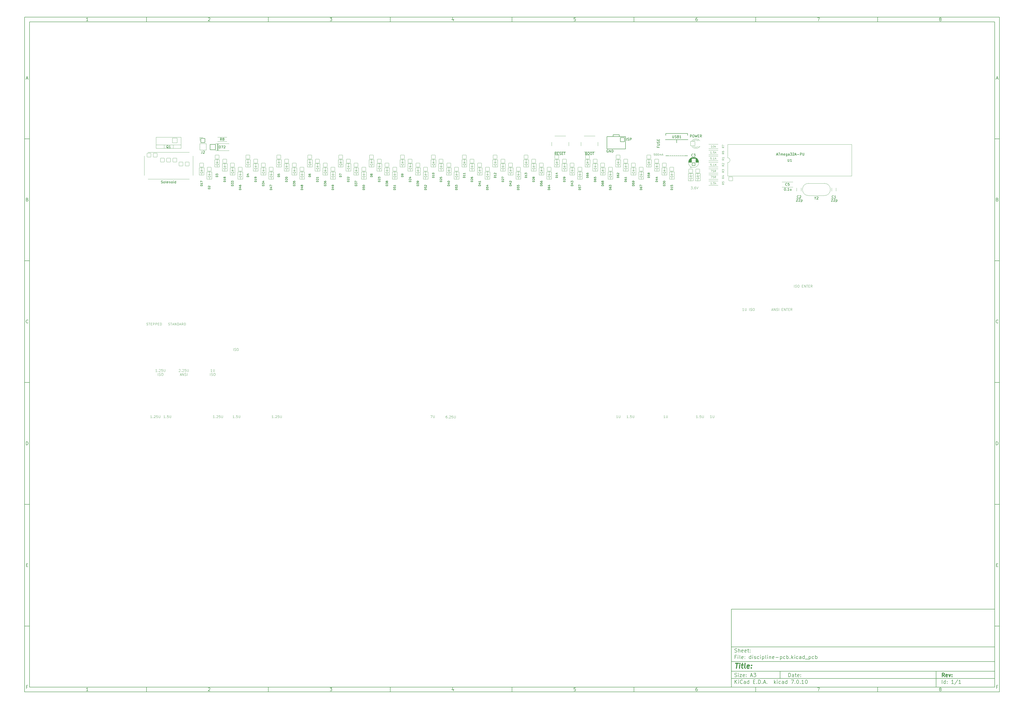
<source format=gto>
G04 #@! TF.GenerationSoftware,KiCad,Pcbnew,7.0.10*
G04 #@! TF.CreationDate,2024-01-29T15:04:35+01:00*
G04 #@! TF.ProjectId,discipline-pcb,64697363-6970-46c6-996e-652d7063622e,rev?*
G04 #@! TF.SameCoordinates,Original*
G04 #@! TF.FileFunction,Legend,Top*
G04 #@! TF.FilePolarity,Positive*
%FSLAX46Y46*%
G04 Gerber Fmt 4.6, Leading zero omitted, Abs format (unit mm)*
G04 Created by KiCad (PCBNEW 7.0.10) date 2024-01-29 15:04:35*
%MOMM*%
%LPD*%
G01*
G04 APERTURE LIST*
G04 Aperture macros list*
%AMRoundRect*
0 Rectangle with rounded corners*
0 $1 Rounding radius*
0 $2 $3 $4 $5 $6 $7 $8 $9 X,Y pos of 4 corners*
0 Add a 4 corners polygon primitive as box body*
4,1,4,$2,$3,$4,$5,$6,$7,$8,$9,$2,$3,0*
0 Add four circle primitives for the rounded corners*
1,1,$1+$1,$2,$3*
1,1,$1+$1,$4,$5*
1,1,$1+$1,$6,$7*
1,1,$1+$1,$8,$9*
0 Add four rect primitives between the rounded corners*
20,1,$1+$1,$2,$3,$4,$5,0*
20,1,$1+$1,$4,$5,$6,$7,0*
20,1,$1+$1,$6,$7,$8,$9,0*
20,1,$1+$1,$8,$9,$2,$3,0*%
G04 Aperture macros list end*
%ADD10C,0.100000*%
%ADD11C,0.150000*%
%ADD12C,0.300000*%
%ADD13C,0.400000*%
%ADD14C,0.120000*%
%ADD15C,0.203200*%
%ADD16C,0.200000*%
%ADD17C,1.500000*%
%ADD18C,0.010000*%
%ADD19C,1.802000*%
%ADD20C,4.102000*%
%ADD21C,2.302000*%
%ADD22C,3.152000*%
%ADD23C,4.502000*%
%ADD24C,4.089800*%
%ADD25C,3.150000*%
%ADD26RoundRect,0.051000X-0.800000X0.800000X-0.800000X-0.800000X0.800000X-0.800000X0.800000X0.800000X0*%
%ADD27O,1.702000X1.702000*%
%ADD28C,1.502000*%
%ADD29O,1.502000X1.502000*%
%ADD30C,2.102000*%
%ADD31RoundRect,0.051000X-0.900000X-0.900000X0.900000X-0.900000X0.900000X0.900000X-0.900000X0.900000X0*%
%ADD32C,1.902000*%
%ADD33RoundRect,0.051000X0.600000X-0.600000X0.600000X0.600000X-0.600000X0.600000X-0.600000X-0.600000X0*%
%ADD34C,1.302000*%
%ADD35C,1.702000*%
%ADD36O,0.752000X1.102000*%
%ADD37O,1.002000X2.502000*%
%ADD38O,1.002000X1.802000*%
%ADD39RoundRect,0.051000X0.850000X0.850000X-0.850000X0.850000X-0.850000X-0.850000X0.850000X-0.850000X0*%
%ADD40RoundRect,0.051000X0.800000X-0.800000X0.800000X0.800000X-0.800000X0.800000X-0.800000X-0.800000X0*%
%ADD41RoundRect,0.051000X0.952500X1.000000X-0.952500X1.000000X-0.952500X-1.000000X0.952500X-1.000000X0*%
%ADD42O,2.007000X2.102000*%
%ADD43RoundRect,0.051000X-1.100000X-1.100000X1.100000X-1.100000X1.100000X1.100000X-1.100000X1.100000X0*%
%ADD44O,2.302000X2.302000*%
%ADD45C,1.602000*%
%ADD46RoundRect,0.051000X-0.850000X-0.850000X0.850000X-0.850000X0.850000X0.850000X-0.850000X0.850000X0*%
%ADD47O,1.802000X1.802000*%
G04 APERTURE END LIST*
D10*
D11*
X299989000Y-253002200D02*
X407989000Y-253002200D01*
X407989000Y-285002200D01*
X299989000Y-285002200D01*
X299989000Y-253002200D01*
D10*
D11*
X10000000Y-10000000D02*
X409989000Y-10000000D01*
X409989000Y-287002200D01*
X10000000Y-287002200D01*
X10000000Y-10000000D01*
D10*
D11*
X12000000Y-12000000D02*
X407989000Y-12000000D01*
X407989000Y-285002200D01*
X12000000Y-285002200D01*
X12000000Y-12000000D01*
D10*
D11*
X60000000Y-12000000D02*
X60000000Y-10000000D01*
D10*
D11*
X110000000Y-12000000D02*
X110000000Y-10000000D01*
D10*
D11*
X160000000Y-12000000D02*
X160000000Y-10000000D01*
D10*
D11*
X210000000Y-12000000D02*
X210000000Y-10000000D01*
D10*
D11*
X260000000Y-12000000D02*
X260000000Y-10000000D01*
D10*
D11*
X310000000Y-12000000D02*
X310000000Y-10000000D01*
D10*
D11*
X360000000Y-12000000D02*
X360000000Y-10000000D01*
D10*
D11*
X36089160Y-11593604D02*
X35346303Y-11593604D01*
X35717731Y-11593604D02*
X35717731Y-10293604D01*
X35717731Y-10293604D02*
X35593922Y-10479319D01*
X35593922Y-10479319D02*
X35470112Y-10603128D01*
X35470112Y-10603128D02*
X35346303Y-10665033D01*
D10*
D11*
X85346303Y-10417414D02*
X85408207Y-10355509D01*
X85408207Y-10355509D02*
X85532017Y-10293604D01*
X85532017Y-10293604D02*
X85841541Y-10293604D01*
X85841541Y-10293604D02*
X85965350Y-10355509D01*
X85965350Y-10355509D02*
X86027255Y-10417414D01*
X86027255Y-10417414D02*
X86089160Y-10541223D01*
X86089160Y-10541223D02*
X86089160Y-10665033D01*
X86089160Y-10665033D02*
X86027255Y-10850747D01*
X86027255Y-10850747D02*
X85284398Y-11593604D01*
X85284398Y-11593604D02*
X86089160Y-11593604D01*
D10*
D11*
X135284398Y-10293604D02*
X136089160Y-10293604D01*
X136089160Y-10293604D02*
X135655826Y-10788842D01*
X135655826Y-10788842D02*
X135841541Y-10788842D01*
X135841541Y-10788842D02*
X135965350Y-10850747D01*
X135965350Y-10850747D02*
X136027255Y-10912652D01*
X136027255Y-10912652D02*
X136089160Y-11036461D01*
X136089160Y-11036461D02*
X136089160Y-11345985D01*
X136089160Y-11345985D02*
X136027255Y-11469795D01*
X136027255Y-11469795D02*
X135965350Y-11531700D01*
X135965350Y-11531700D02*
X135841541Y-11593604D01*
X135841541Y-11593604D02*
X135470112Y-11593604D01*
X135470112Y-11593604D02*
X135346303Y-11531700D01*
X135346303Y-11531700D02*
X135284398Y-11469795D01*
D10*
D11*
X185965350Y-10726938D02*
X185965350Y-11593604D01*
X185655826Y-10231700D02*
X185346303Y-11160271D01*
X185346303Y-11160271D02*
X186151064Y-11160271D01*
D10*
D11*
X236027255Y-10293604D02*
X235408207Y-10293604D01*
X235408207Y-10293604D02*
X235346303Y-10912652D01*
X235346303Y-10912652D02*
X235408207Y-10850747D01*
X235408207Y-10850747D02*
X235532017Y-10788842D01*
X235532017Y-10788842D02*
X235841541Y-10788842D01*
X235841541Y-10788842D02*
X235965350Y-10850747D01*
X235965350Y-10850747D02*
X236027255Y-10912652D01*
X236027255Y-10912652D02*
X236089160Y-11036461D01*
X236089160Y-11036461D02*
X236089160Y-11345985D01*
X236089160Y-11345985D02*
X236027255Y-11469795D01*
X236027255Y-11469795D02*
X235965350Y-11531700D01*
X235965350Y-11531700D02*
X235841541Y-11593604D01*
X235841541Y-11593604D02*
X235532017Y-11593604D01*
X235532017Y-11593604D02*
X235408207Y-11531700D01*
X235408207Y-11531700D02*
X235346303Y-11469795D01*
D10*
D11*
X285965350Y-10293604D02*
X285717731Y-10293604D01*
X285717731Y-10293604D02*
X285593922Y-10355509D01*
X285593922Y-10355509D02*
X285532017Y-10417414D01*
X285532017Y-10417414D02*
X285408207Y-10603128D01*
X285408207Y-10603128D02*
X285346303Y-10850747D01*
X285346303Y-10850747D02*
X285346303Y-11345985D01*
X285346303Y-11345985D02*
X285408207Y-11469795D01*
X285408207Y-11469795D02*
X285470112Y-11531700D01*
X285470112Y-11531700D02*
X285593922Y-11593604D01*
X285593922Y-11593604D02*
X285841541Y-11593604D01*
X285841541Y-11593604D02*
X285965350Y-11531700D01*
X285965350Y-11531700D02*
X286027255Y-11469795D01*
X286027255Y-11469795D02*
X286089160Y-11345985D01*
X286089160Y-11345985D02*
X286089160Y-11036461D01*
X286089160Y-11036461D02*
X286027255Y-10912652D01*
X286027255Y-10912652D02*
X285965350Y-10850747D01*
X285965350Y-10850747D02*
X285841541Y-10788842D01*
X285841541Y-10788842D02*
X285593922Y-10788842D01*
X285593922Y-10788842D02*
X285470112Y-10850747D01*
X285470112Y-10850747D02*
X285408207Y-10912652D01*
X285408207Y-10912652D02*
X285346303Y-11036461D01*
D10*
D11*
X335284398Y-10293604D02*
X336151064Y-10293604D01*
X336151064Y-10293604D02*
X335593922Y-11593604D01*
D10*
D11*
X385593922Y-10850747D02*
X385470112Y-10788842D01*
X385470112Y-10788842D02*
X385408207Y-10726938D01*
X385408207Y-10726938D02*
X385346303Y-10603128D01*
X385346303Y-10603128D02*
X385346303Y-10541223D01*
X385346303Y-10541223D02*
X385408207Y-10417414D01*
X385408207Y-10417414D02*
X385470112Y-10355509D01*
X385470112Y-10355509D02*
X385593922Y-10293604D01*
X385593922Y-10293604D02*
X385841541Y-10293604D01*
X385841541Y-10293604D02*
X385965350Y-10355509D01*
X385965350Y-10355509D02*
X386027255Y-10417414D01*
X386027255Y-10417414D02*
X386089160Y-10541223D01*
X386089160Y-10541223D02*
X386089160Y-10603128D01*
X386089160Y-10603128D02*
X386027255Y-10726938D01*
X386027255Y-10726938D02*
X385965350Y-10788842D01*
X385965350Y-10788842D02*
X385841541Y-10850747D01*
X385841541Y-10850747D02*
X385593922Y-10850747D01*
X385593922Y-10850747D02*
X385470112Y-10912652D01*
X385470112Y-10912652D02*
X385408207Y-10974557D01*
X385408207Y-10974557D02*
X385346303Y-11098366D01*
X385346303Y-11098366D02*
X385346303Y-11345985D01*
X385346303Y-11345985D02*
X385408207Y-11469795D01*
X385408207Y-11469795D02*
X385470112Y-11531700D01*
X385470112Y-11531700D02*
X385593922Y-11593604D01*
X385593922Y-11593604D02*
X385841541Y-11593604D01*
X385841541Y-11593604D02*
X385965350Y-11531700D01*
X385965350Y-11531700D02*
X386027255Y-11469795D01*
X386027255Y-11469795D02*
X386089160Y-11345985D01*
X386089160Y-11345985D02*
X386089160Y-11098366D01*
X386089160Y-11098366D02*
X386027255Y-10974557D01*
X386027255Y-10974557D02*
X385965350Y-10912652D01*
X385965350Y-10912652D02*
X385841541Y-10850747D01*
D10*
D11*
X60000000Y-285002200D02*
X60000000Y-287002200D01*
D10*
D11*
X110000000Y-285002200D02*
X110000000Y-287002200D01*
D10*
D11*
X160000000Y-285002200D02*
X160000000Y-287002200D01*
D10*
D11*
X210000000Y-285002200D02*
X210000000Y-287002200D01*
D10*
D11*
X260000000Y-285002200D02*
X260000000Y-287002200D01*
D10*
D11*
X310000000Y-285002200D02*
X310000000Y-287002200D01*
D10*
D11*
X360000000Y-285002200D02*
X360000000Y-287002200D01*
D10*
D11*
X36089160Y-286595804D02*
X35346303Y-286595804D01*
X35717731Y-286595804D02*
X35717731Y-285295804D01*
X35717731Y-285295804D02*
X35593922Y-285481519D01*
X35593922Y-285481519D02*
X35470112Y-285605328D01*
X35470112Y-285605328D02*
X35346303Y-285667233D01*
D10*
D11*
X85346303Y-285419614D02*
X85408207Y-285357709D01*
X85408207Y-285357709D02*
X85532017Y-285295804D01*
X85532017Y-285295804D02*
X85841541Y-285295804D01*
X85841541Y-285295804D02*
X85965350Y-285357709D01*
X85965350Y-285357709D02*
X86027255Y-285419614D01*
X86027255Y-285419614D02*
X86089160Y-285543423D01*
X86089160Y-285543423D02*
X86089160Y-285667233D01*
X86089160Y-285667233D02*
X86027255Y-285852947D01*
X86027255Y-285852947D02*
X85284398Y-286595804D01*
X85284398Y-286595804D02*
X86089160Y-286595804D01*
D10*
D11*
X135284398Y-285295804D02*
X136089160Y-285295804D01*
X136089160Y-285295804D02*
X135655826Y-285791042D01*
X135655826Y-285791042D02*
X135841541Y-285791042D01*
X135841541Y-285791042D02*
X135965350Y-285852947D01*
X135965350Y-285852947D02*
X136027255Y-285914852D01*
X136027255Y-285914852D02*
X136089160Y-286038661D01*
X136089160Y-286038661D02*
X136089160Y-286348185D01*
X136089160Y-286348185D02*
X136027255Y-286471995D01*
X136027255Y-286471995D02*
X135965350Y-286533900D01*
X135965350Y-286533900D02*
X135841541Y-286595804D01*
X135841541Y-286595804D02*
X135470112Y-286595804D01*
X135470112Y-286595804D02*
X135346303Y-286533900D01*
X135346303Y-286533900D02*
X135284398Y-286471995D01*
D10*
D11*
X185965350Y-285729138D02*
X185965350Y-286595804D01*
X185655826Y-285233900D02*
X185346303Y-286162471D01*
X185346303Y-286162471D02*
X186151064Y-286162471D01*
D10*
D11*
X236027255Y-285295804D02*
X235408207Y-285295804D01*
X235408207Y-285295804D02*
X235346303Y-285914852D01*
X235346303Y-285914852D02*
X235408207Y-285852947D01*
X235408207Y-285852947D02*
X235532017Y-285791042D01*
X235532017Y-285791042D02*
X235841541Y-285791042D01*
X235841541Y-285791042D02*
X235965350Y-285852947D01*
X235965350Y-285852947D02*
X236027255Y-285914852D01*
X236027255Y-285914852D02*
X236089160Y-286038661D01*
X236089160Y-286038661D02*
X236089160Y-286348185D01*
X236089160Y-286348185D02*
X236027255Y-286471995D01*
X236027255Y-286471995D02*
X235965350Y-286533900D01*
X235965350Y-286533900D02*
X235841541Y-286595804D01*
X235841541Y-286595804D02*
X235532017Y-286595804D01*
X235532017Y-286595804D02*
X235408207Y-286533900D01*
X235408207Y-286533900D02*
X235346303Y-286471995D01*
D10*
D11*
X285965350Y-285295804D02*
X285717731Y-285295804D01*
X285717731Y-285295804D02*
X285593922Y-285357709D01*
X285593922Y-285357709D02*
X285532017Y-285419614D01*
X285532017Y-285419614D02*
X285408207Y-285605328D01*
X285408207Y-285605328D02*
X285346303Y-285852947D01*
X285346303Y-285852947D02*
X285346303Y-286348185D01*
X285346303Y-286348185D02*
X285408207Y-286471995D01*
X285408207Y-286471995D02*
X285470112Y-286533900D01*
X285470112Y-286533900D02*
X285593922Y-286595804D01*
X285593922Y-286595804D02*
X285841541Y-286595804D01*
X285841541Y-286595804D02*
X285965350Y-286533900D01*
X285965350Y-286533900D02*
X286027255Y-286471995D01*
X286027255Y-286471995D02*
X286089160Y-286348185D01*
X286089160Y-286348185D02*
X286089160Y-286038661D01*
X286089160Y-286038661D02*
X286027255Y-285914852D01*
X286027255Y-285914852D02*
X285965350Y-285852947D01*
X285965350Y-285852947D02*
X285841541Y-285791042D01*
X285841541Y-285791042D02*
X285593922Y-285791042D01*
X285593922Y-285791042D02*
X285470112Y-285852947D01*
X285470112Y-285852947D02*
X285408207Y-285914852D01*
X285408207Y-285914852D02*
X285346303Y-286038661D01*
D10*
D11*
X335284398Y-285295804D02*
X336151064Y-285295804D01*
X336151064Y-285295804D02*
X335593922Y-286595804D01*
D10*
D11*
X385593922Y-285852947D02*
X385470112Y-285791042D01*
X385470112Y-285791042D02*
X385408207Y-285729138D01*
X385408207Y-285729138D02*
X385346303Y-285605328D01*
X385346303Y-285605328D02*
X385346303Y-285543423D01*
X385346303Y-285543423D02*
X385408207Y-285419614D01*
X385408207Y-285419614D02*
X385470112Y-285357709D01*
X385470112Y-285357709D02*
X385593922Y-285295804D01*
X385593922Y-285295804D02*
X385841541Y-285295804D01*
X385841541Y-285295804D02*
X385965350Y-285357709D01*
X385965350Y-285357709D02*
X386027255Y-285419614D01*
X386027255Y-285419614D02*
X386089160Y-285543423D01*
X386089160Y-285543423D02*
X386089160Y-285605328D01*
X386089160Y-285605328D02*
X386027255Y-285729138D01*
X386027255Y-285729138D02*
X385965350Y-285791042D01*
X385965350Y-285791042D02*
X385841541Y-285852947D01*
X385841541Y-285852947D02*
X385593922Y-285852947D01*
X385593922Y-285852947D02*
X385470112Y-285914852D01*
X385470112Y-285914852D02*
X385408207Y-285976757D01*
X385408207Y-285976757D02*
X385346303Y-286100566D01*
X385346303Y-286100566D02*
X385346303Y-286348185D01*
X385346303Y-286348185D02*
X385408207Y-286471995D01*
X385408207Y-286471995D02*
X385470112Y-286533900D01*
X385470112Y-286533900D02*
X385593922Y-286595804D01*
X385593922Y-286595804D02*
X385841541Y-286595804D01*
X385841541Y-286595804D02*
X385965350Y-286533900D01*
X385965350Y-286533900D02*
X386027255Y-286471995D01*
X386027255Y-286471995D02*
X386089160Y-286348185D01*
X386089160Y-286348185D02*
X386089160Y-286100566D01*
X386089160Y-286100566D02*
X386027255Y-285976757D01*
X386027255Y-285976757D02*
X385965350Y-285914852D01*
X385965350Y-285914852D02*
X385841541Y-285852947D01*
D10*
D11*
X10000000Y-60000000D02*
X12000000Y-60000000D01*
D10*
D11*
X10000000Y-110000000D02*
X12000000Y-110000000D01*
D10*
D11*
X10000000Y-160000000D02*
X12000000Y-160000000D01*
D10*
D11*
X10000000Y-210000000D02*
X12000000Y-210000000D01*
D10*
D11*
X10000000Y-260000000D02*
X12000000Y-260000000D01*
D10*
D11*
X10690476Y-35222176D02*
X11309523Y-35222176D01*
X10566666Y-35593604D02*
X10999999Y-34293604D01*
X10999999Y-34293604D02*
X11433333Y-35593604D01*
D10*
D11*
X11092857Y-84912652D02*
X11278571Y-84974557D01*
X11278571Y-84974557D02*
X11340476Y-85036461D01*
X11340476Y-85036461D02*
X11402380Y-85160271D01*
X11402380Y-85160271D02*
X11402380Y-85345985D01*
X11402380Y-85345985D02*
X11340476Y-85469795D01*
X11340476Y-85469795D02*
X11278571Y-85531700D01*
X11278571Y-85531700D02*
X11154761Y-85593604D01*
X11154761Y-85593604D02*
X10659523Y-85593604D01*
X10659523Y-85593604D02*
X10659523Y-84293604D01*
X10659523Y-84293604D02*
X11092857Y-84293604D01*
X11092857Y-84293604D02*
X11216666Y-84355509D01*
X11216666Y-84355509D02*
X11278571Y-84417414D01*
X11278571Y-84417414D02*
X11340476Y-84541223D01*
X11340476Y-84541223D02*
X11340476Y-84665033D01*
X11340476Y-84665033D02*
X11278571Y-84788842D01*
X11278571Y-84788842D02*
X11216666Y-84850747D01*
X11216666Y-84850747D02*
X11092857Y-84912652D01*
X11092857Y-84912652D02*
X10659523Y-84912652D01*
D10*
D11*
X11402380Y-135469795D02*
X11340476Y-135531700D01*
X11340476Y-135531700D02*
X11154761Y-135593604D01*
X11154761Y-135593604D02*
X11030952Y-135593604D01*
X11030952Y-135593604D02*
X10845238Y-135531700D01*
X10845238Y-135531700D02*
X10721428Y-135407890D01*
X10721428Y-135407890D02*
X10659523Y-135284080D01*
X10659523Y-135284080D02*
X10597619Y-135036461D01*
X10597619Y-135036461D02*
X10597619Y-134850747D01*
X10597619Y-134850747D02*
X10659523Y-134603128D01*
X10659523Y-134603128D02*
X10721428Y-134479319D01*
X10721428Y-134479319D02*
X10845238Y-134355509D01*
X10845238Y-134355509D02*
X11030952Y-134293604D01*
X11030952Y-134293604D02*
X11154761Y-134293604D01*
X11154761Y-134293604D02*
X11340476Y-134355509D01*
X11340476Y-134355509D02*
X11402380Y-134417414D01*
D10*
D11*
X10659523Y-185593604D02*
X10659523Y-184293604D01*
X10659523Y-184293604D02*
X10969047Y-184293604D01*
X10969047Y-184293604D02*
X11154761Y-184355509D01*
X11154761Y-184355509D02*
X11278571Y-184479319D01*
X11278571Y-184479319D02*
X11340476Y-184603128D01*
X11340476Y-184603128D02*
X11402380Y-184850747D01*
X11402380Y-184850747D02*
X11402380Y-185036461D01*
X11402380Y-185036461D02*
X11340476Y-185284080D01*
X11340476Y-185284080D02*
X11278571Y-185407890D01*
X11278571Y-185407890D02*
X11154761Y-185531700D01*
X11154761Y-185531700D02*
X10969047Y-185593604D01*
X10969047Y-185593604D02*
X10659523Y-185593604D01*
D10*
D11*
X10721428Y-234912652D02*
X11154762Y-234912652D01*
X11340476Y-235593604D02*
X10721428Y-235593604D01*
X10721428Y-235593604D02*
X10721428Y-234293604D01*
X10721428Y-234293604D02*
X11340476Y-234293604D01*
D10*
D11*
X11185714Y-284912652D02*
X10752380Y-284912652D01*
X10752380Y-285593604D02*
X10752380Y-284293604D01*
X10752380Y-284293604D02*
X11371428Y-284293604D01*
D10*
D11*
X409989000Y-60000000D02*
X407989000Y-60000000D01*
D10*
D11*
X409989000Y-110000000D02*
X407989000Y-110000000D01*
D10*
D11*
X409989000Y-160000000D02*
X407989000Y-160000000D01*
D10*
D11*
X409989000Y-210000000D02*
X407989000Y-210000000D01*
D10*
D11*
X409989000Y-260000000D02*
X407989000Y-260000000D01*
D10*
D11*
X408679476Y-35222176D02*
X409298523Y-35222176D01*
X408555666Y-35593604D02*
X408988999Y-34293604D01*
X408988999Y-34293604D02*
X409422333Y-35593604D01*
D10*
D11*
X409081857Y-84912652D02*
X409267571Y-84974557D01*
X409267571Y-84974557D02*
X409329476Y-85036461D01*
X409329476Y-85036461D02*
X409391380Y-85160271D01*
X409391380Y-85160271D02*
X409391380Y-85345985D01*
X409391380Y-85345985D02*
X409329476Y-85469795D01*
X409329476Y-85469795D02*
X409267571Y-85531700D01*
X409267571Y-85531700D02*
X409143761Y-85593604D01*
X409143761Y-85593604D02*
X408648523Y-85593604D01*
X408648523Y-85593604D02*
X408648523Y-84293604D01*
X408648523Y-84293604D02*
X409081857Y-84293604D01*
X409081857Y-84293604D02*
X409205666Y-84355509D01*
X409205666Y-84355509D02*
X409267571Y-84417414D01*
X409267571Y-84417414D02*
X409329476Y-84541223D01*
X409329476Y-84541223D02*
X409329476Y-84665033D01*
X409329476Y-84665033D02*
X409267571Y-84788842D01*
X409267571Y-84788842D02*
X409205666Y-84850747D01*
X409205666Y-84850747D02*
X409081857Y-84912652D01*
X409081857Y-84912652D02*
X408648523Y-84912652D01*
D10*
D11*
X409391380Y-135469795D02*
X409329476Y-135531700D01*
X409329476Y-135531700D02*
X409143761Y-135593604D01*
X409143761Y-135593604D02*
X409019952Y-135593604D01*
X409019952Y-135593604D02*
X408834238Y-135531700D01*
X408834238Y-135531700D02*
X408710428Y-135407890D01*
X408710428Y-135407890D02*
X408648523Y-135284080D01*
X408648523Y-135284080D02*
X408586619Y-135036461D01*
X408586619Y-135036461D02*
X408586619Y-134850747D01*
X408586619Y-134850747D02*
X408648523Y-134603128D01*
X408648523Y-134603128D02*
X408710428Y-134479319D01*
X408710428Y-134479319D02*
X408834238Y-134355509D01*
X408834238Y-134355509D02*
X409019952Y-134293604D01*
X409019952Y-134293604D02*
X409143761Y-134293604D01*
X409143761Y-134293604D02*
X409329476Y-134355509D01*
X409329476Y-134355509D02*
X409391380Y-134417414D01*
D10*
D11*
X408648523Y-185593604D02*
X408648523Y-184293604D01*
X408648523Y-184293604D02*
X408958047Y-184293604D01*
X408958047Y-184293604D02*
X409143761Y-184355509D01*
X409143761Y-184355509D02*
X409267571Y-184479319D01*
X409267571Y-184479319D02*
X409329476Y-184603128D01*
X409329476Y-184603128D02*
X409391380Y-184850747D01*
X409391380Y-184850747D02*
X409391380Y-185036461D01*
X409391380Y-185036461D02*
X409329476Y-185284080D01*
X409329476Y-185284080D02*
X409267571Y-185407890D01*
X409267571Y-185407890D02*
X409143761Y-185531700D01*
X409143761Y-185531700D02*
X408958047Y-185593604D01*
X408958047Y-185593604D02*
X408648523Y-185593604D01*
D10*
D11*
X408710428Y-234912652D02*
X409143762Y-234912652D01*
X409329476Y-235593604D02*
X408710428Y-235593604D01*
X408710428Y-235593604D02*
X408710428Y-234293604D01*
X408710428Y-234293604D02*
X409329476Y-234293604D01*
D10*
D11*
X409174714Y-284912652D02*
X408741380Y-284912652D01*
X408741380Y-285593604D02*
X408741380Y-284293604D01*
X408741380Y-284293604D02*
X409360428Y-284293604D01*
D10*
D11*
X323444826Y-280788328D02*
X323444826Y-279288328D01*
X323444826Y-279288328D02*
X323801969Y-279288328D01*
X323801969Y-279288328D02*
X324016255Y-279359757D01*
X324016255Y-279359757D02*
X324159112Y-279502614D01*
X324159112Y-279502614D02*
X324230541Y-279645471D01*
X324230541Y-279645471D02*
X324301969Y-279931185D01*
X324301969Y-279931185D02*
X324301969Y-280145471D01*
X324301969Y-280145471D02*
X324230541Y-280431185D01*
X324230541Y-280431185D02*
X324159112Y-280574042D01*
X324159112Y-280574042D02*
X324016255Y-280716900D01*
X324016255Y-280716900D02*
X323801969Y-280788328D01*
X323801969Y-280788328D02*
X323444826Y-280788328D01*
X325587684Y-280788328D02*
X325587684Y-280002614D01*
X325587684Y-280002614D02*
X325516255Y-279859757D01*
X325516255Y-279859757D02*
X325373398Y-279788328D01*
X325373398Y-279788328D02*
X325087684Y-279788328D01*
X325087684Y-279788328D02*
X324944826Y-279859757D01*
X325587684Y-280716900D02*
X325444826Y-280788328D01*
X325444826Y-280788328D02*
X325087684Y-280788328D01*
X325087684Y-280788328D02*
X324944826Y-280716900D01*
X324944826Y-280716900D02*
X324873398Y-280574042D01*
X324873398Y-280574042D02*
X324873398Y-280431185D01*
X324873398Y-280431185D02*
X324944826Y-280288328D01*
X324944826Y-280288328D02*
X325087684Y-280216900D01*
X325087684Y-280216900D02*
X325444826Y-280216900D01*
X325444826Y-280216900D02*
X325587684Y-280145471D01*
X326087684Y-279788328D02*
X326659112Y-279788328D01*
X326301969Y-279288328D02*
X326301969Y-280574042D01*
X326301969Y-280574042D02*
X326373398Y-280716900D01*
X326373398Y-280716900D02*
X326516255Y-280788328D01*
X326516255Y-280788328D02*
X326659112Y-280788328D01*
X327730541Y-280716900D02*
X327587684Y-280788328D01*
X327587684Y-280788328D02*
X327301970Y-280788328D01*
X327301970Y-280788328D02*
X327159112Y-280716900D01*
X327159112Y-280716900D02*
X327087684Y-280574042D01*
X327087684Y-280574042D02*
X327087684Y-280002614D01*
X327087684Y-280002614D02*
X327159112Y-279859757D01*
X327159112Y-279859757D02*
X327301970Y-279788328D01*
X327301970Y-279788328D02*
X327587684Y-279788328D01*
X327587684Y-279788328D02*
X327730541Y-279859757D01*
X327730541Y-279859757D02*
X327801970Y-280002614D01*
X327801970Y-280002614D02*
X327801970Y-280145471D01*
X327801970Y-280145471D02*
X327087684Y-280288328D01*
X328444826Y-280645471D02*
X328516255Y-280716900D01*
X328516255Y-280716900D02*
X328444826Y-280788328D01*
X328444826Y-280788328D02*
X328373398Y-280716900D01*
X328373398Y-280716900D02*
X328444826Y-280645471D01*
X328444826Y-280645471D02*
X328444826Y-280788328D01*
X328444826Y-279859757D02*
X328516255Y-279931185D01*
X328516255Y-279931185D02*
X328444826Y-280002614D01*
X328444826Y-280002614D02*
X328373398Y-279931185D01*
X328373398Y-279931185D02*
X328444826Y-279859757D01*
X328444826Y-279859757D02*
X328444826Y-280002614D01*
D10*
D11*
X299989000Y-281502200D02*
X407989000Y-281502200D01*
D10*
D11*
X301444826Y-283588328D02*
X301444826Y-282088328D01*
X302301969Y-283588328D02*
X301659112Y-282731185D01*
X302301969Y-282088328D02*
X301444826Y-282945471D01*
X302944826Y-283588328D02*
X302944826Y-282588328D01*
X302944826Y-282088328D02*
X302873398Y-282159757D01*
X302873398Y-282159757D02*
X302944826Y-282231185D01*
X302944826Y-282231185D02*
X303016255Y-282159757D01*
X303016255Y-282159757D02*
X302944826Y-282088328D01*
X302944826Y-282088328D02*
X302944826Y-282231185D01*
X304516255Y-283445471D02*
X304444827Y-283516900D01*
X304444827Y-283516900D02*
X304230541Y-283588328D01*
X304230541Y-283588328D02*
X304087684Y-283588328D01*
X304087684Y-283588328D02*
X303873398Y-283516900D01*
X303873398Y-283516900D02*
X303730541Y-283374042D01*
X303730541Y-283374042D02*
X303659112Y-283231185D01*
X303659112Y-283231185D02*
X303587684Y-282945471D01*
X303587684Y-282945471D02*
X303587684Y-282731185D01*
X303587684Y-282731185D02*
X303659112Y-282445471D01*
X303659112Y-282445471D02*
X303730541Y-282302614D01*
X303730541Y-282302614D02*
X303873398Y-282159757D01*
X303873398Y-282159757D02*
X304087684Y-282088328D01*
X304087684Y-282088328D02*
X304230541Y-282088328D01*
X304230541Y-282088328D02*
X304444827Y-282159757D01*
X304444827Y-282159757D02*
X304516255Y-282231185D01*
X305801970Y-283588328D02*
X305801970Y-282802614D01*
X305801970Y-282802614D02*
X305730541Y-282659757D01*
X305730541Y-282659757D02*
X305587684Y-282588328D01*
X305587684Y-282588328D02*
X305301970Y-282588328D01*
X305301970Y-282588328D02*
X305159112Y-282659757D01*
X305801970Y-283516900D02*
X305659112Y-283588328D01*
X305659112Y-283588328D02*
X305301970Y-283588328D01*
X305301970Y-283588328D02*
X305159112Y-283516900D01*
X305159112Y-283516900D02*
X305087684Y-283374042D01*
X305087684Y-283374042D02*
X305087684Y-283231185D01*
X305087684Y-283231185D02*
X305159112Y-283088328D01*
X305159112Y-283088328D02*
X305301970Y-283016900D01*
X305301970Y-283016900D02*
X305659112Y-283016900D01*
X305659112Y-283016900D02*
X305801970Y-282945471D01*
X307159113Y-283588328D02*
X307159113Y-282088328D01*
X307159113Y-283516900D02*
X307016255Y-283588328D01*
X307016255Y-283588328D02*
X306730541Y-283588328D01*
X306730541Y-283588328D02*
X306587684Y-283516900D01*
X306587684Y-283516900D02*
X306516255Y-283445471D01*
X306516255Y-283445471D02*
X306444827Y-283302614D01*
X306444827Y-283302614D02*
X306444827Y-282874042D01*
X306444827Y-282874042D02*
X306516255Y-282731185D01*
X306516255Y-282731185D02*
X306587684Y-282659757D01*
X306587684Y-282659757D02*
X306730541Y-282588328D01*
X306730541Y-282588328D02*
X307016255Y-282588328D01*
X307016255Y-282588328D02*
X307159113Y-282659757D01*
X309016255Y-282802614D02*
X309516255Y-282802614D01*
X309730541Y-283588328D02*
X309016255Y-283588328D01*
X309016255Y-283588328D02*
X309016255Y-282088328D01*
X309016255Y-282088328D02*
X309730541Y-282088328D01*
X310373398Y-283445471D02*
X310444827Y-283516900D01*
X310444827Y-283516900D02*
X310373398Y-283588328D01*
X310373398Y-283588328D02*
X310301970Y-283516900D01*
X310301970Y-283516900D02*
X310373398Y-283445471D01*
X310373398Y-283445471D02*
X310373398Y-283588328D01*
X311087684Y-283588328D02*
X311087684Y-282088328D01*
X311087684Y-282088328D02*
X311444827Y-282088328D01*
X311444827Y-282088328D02*
X311659113Y-282159757D01*
X311659113Y-282159757D02*
X311801970Y-282302614D01*
X311801970Y-282302614D02*
X311873399Y-282445471D01*
X311873399Y-282445471D02*
X311944827Y-282731185D01*
X311944827Y-282731185D02*
X311944827Y-282945471D01*
X311944827Y-282945471D02*
X311873399Y-283231185D01*
X311873399Y-283231185D02*
X311801970Y-283374042D01*
X311801970Y-283374042D02*
X311659113Y-283516900D01*
X311659113Y-283516900D02*
X311444827Y-283588328D01*
X311444827Y-283588328D02*
X311087684Y-283588328D01*
X312587684Y-283445471D02*
X312659113Y-283516900D01*
X312659113Y-283516900D02*
X312587684Y-283588328D01*
X312587684Y-283588328D02*
X312516256Y-283516900D01*
X312516256Y-283516900D02*
X312587684Y-283445471D01*
X312587684Y-283445471D02*
X312587684Y-283588328D01*
X313230542Y-283159757D02*
X313944828Y-283159757D01*
X313087685Y-283588328D02*
X313587685Y-282088328D01*
X313587685Y-282088328D02*
X314087685Y-283588328D01*
X314587684Y-283445471D02*
X314659113Y-283516900D01*
X314659113Y-283516900D02*
X314587684Y-283588328D01*
X314587684Y-283588328D02*
X314516256Y-283516900D01*
X314516256Y-283516900D02*
X314587684Y-283445471D01*
X314587684Y-283445471D02*
X314587684Y-283588328D01*
X317587684Y-283588328D02*
X317587684Y-282088328D01*
X317730542Y-283016900D02*
X318159113Y-283588328D01*
X318159113Y-282588328D02*
X317587684Y-283159757D01*
X318801970Y-283588328D02*
X318801970Y-282588328D01*
X318801970Y-282088328D02*
X318730542Y-282159757D01*
X318730542Y-282159757D02*
X318801970Y-282231185D01*
X318801970Y-282231185D02*
X318873399Y-282159757D01*
X318873399Y-282159757D02*
X318801970Y-282088328D01*
X318801970Y-282088328D02*
X318801970Y-282231185D01*
X320159114Y-283516900D02*
X320016256Y-283588328D01*
X320016256Y-283588328D02*
X319730542Y-283588328D01*
X319730542Y-283588328D02*
X319587685Y-283516900D01*
X319587685Y-283516900D02*
X319516256Y-283445471D01*
X319516256Y-283445471D02*
X319444828Y-283302614D01*
X319444828Y-283302614D02*
X319444828Y-282874042D01*
X319444828Y-282874042D02*
X319516256Y-282731185D01*
X319516256Y-282731185D02*
X319587685Y-282659757D01*
X319587685Y-282659757D02*
X319730542Y-282588328D01*
X319730542Y-282588328D02*
X320016256Y-282588328D01*
X320016256Y-282588328D02*
X320159114Y-282659757D01*
X321444828Y-283588328D02*
X321444828Y-282802614D01*
X321444828Y-282802614D02*
X321373399Y-282659757D01*
X321373399Y-282659757D02*
X321230542Y-282588328D01*
X321230542Y-282588328D02*
X320944828Y-282588328D01*
X320944828Y-282588328D02*
X320801970Y-282659757D01*
X321444828Y-283516900D02*
X321301970Y-283588328D01*
X321301970Y-283588328D02*
X320944828Y-283588328D01*
X320944828Y-283588328D02*
X320801970Y-283516900D01*
X320801970Y-283516900D02*
X320730542Y-283374042D01*
X320730542Y-283374042D02*
X320730542Y-283231185D01*
X320730542Y-283231185D02*
X320801970Y-283088328D01*
X320801970Y-283088328D02*
X320944828Y-283016900D01*
X320944828Y-283016900D02*
X321301970Y-283016900D01*
X321301970Y-283016900D02*
X321444828Y-282945471D01*
X322801971Y-283588328D02*
X322801971Y-282088328D01*
X322801971Y-283516900D02*
X322659113Y-283588328D01*
X322659113Y-283588328D02*
X322373399Y-283588328D01*
X322373399Y-283588328D02*
X322230542Y-283516900D01*
X322230542Y-283516900D02*
X322159113Y-283445471D01*
X322159113Y-283445471D02*
X322087685Y-283302614D01*
X322087685Y-283302614D02*
X322087685Y-282874042D01*
X322087685Y-282874042D02*
X322159113Y-282731185D01*
X322159113Y-282731185D02*
X322230542Y-282659757D01*
X322230542Y-282659757D02*
X322373399Y-282588328D01*
X322373399Y-282588328D02*
X322659113Y-282588328D01*
X322659113Y-282588328D02*
X322801971Y-282659757D01*
X324516256Y-282088328D02*
X325516256Y-282088328D01*
X325516256Y-282088328D02*
X324873399Y-283588328D01*
X326087684Y-283445471D02*
X326159113Y-283516900D01*
X326159113Y-283516900D02*
X326087684Y-283588328D01*
X326087684Y-283588328D02*
X326016256Y-283516900D01*
X326016256Y-283516900D02*
X326087684Y-283445471D01*
X326087684Y-283445471D02*
X326087684Y-283588328D01*
X327087685Y-282088328D02*
X327230542Y-282088328D01*
X327230542Y-282088328D02*
X327373399Y-282159757D01*
X327373399Y-282159757D02*
X327444828Y-282231185D01*
X327444828Y-282231185D02*
X327516256Y-282374042D01*
X327516256Y-282374042D02*
X327587685Y-282659757D01*
X327587685Y-282659757D02*
X327587685Y-283016900D01*
X327587685Y-283016900D02*
X327516256Y-283302614D01*
X327516256Y-283302614D02*
X327444828Y-283445471D01*
X327444828Y-283445471D02*
X327373399Y-283516900D01*
X327373399Y-283516900D02*
X327230542Y-283588328D01*
X327230542Y-283588328D02*
X327087685Y-283588328D01*
X327087685Y-283588328D02*
X326944828Y-283516900D01*
X326944828Y-283516900D02*
X326873399Y-283445471D01*
X326873399Y-283445471D02*
X326801970Y-283302614D01*
X326801970Y-283302614D02*
X326730542Y-283016900D01*
X326730542Y-283016900D02*
X326730542Y-282659757D01*
X326730542Y-282659757D02*
X326801970Y-282374042D01*
X326801970Y-282374042D02*
X326873399Y-282231185D01*
X326873399Y-282231185D02*
X326944828Y-282159757D01*
X326944828Y-282159757D02*
X327087685Y-282088328D01*
X328230541Y-283445471D02*
X328301970Y-283516900D01*
X328301970Y-283516900D02*
X328230541Y-283588328D01*
X328230541Y-283588328D02*
X328159113Y-283516900D01*
X328159113Y-283516900D02*
X328230541Y-283445471D01*
X328230541Y-283445471D02*
X328230541Y-283588328D01*
X329730542Y-283588328D02*
X328873399Y-283588328D01*
X329301970Y-283588328D02*
X329301970Y-282088328D01*
X329301970Y-282088328D02*
X329159113Y-282302614D01*
X329159113Y-282302614D02*
X329016256Y-282445471D01*
X329016256Y-282445471D02*
X328873399Y-282516900D01*
X330659113Y-282088328D02*
X330801970Y-282088328D01*
X330801970Y-282088328D02*
X330944827Y-282159757D01*
X330944827Y-282159757D02*
X331016256Y-282231185D01*
X331016256Y-282231185D02*
X331087684Y-282374042D01*
X331087684Y-282374042D02*
X331159113Y-282659757D01*
X331159113Y-282659757D02*
X331159113Y-283016900D01*
X331159113Y-283016900D02*
X331087684Y-283302614D01*
X331087684Y-283302614D02*
X331016256Y-283445471D01*
X331016256Y-283445471D02*
X330944827Y-283516900D01*
X330944827Y-283516900D02*
X330801970Y-283588328D01*
X330801970Y-283588328D02*
X330659113Y-283588328D01*
X330659113Y-283588328D02*
X330516256Y-283516900D01*
X330516256Y-283516900D02*
X330444827Y-283445471D01*
X330444827Y-283445471D02*
X330373398Y-283302614D01*
X330373398Y-283302614D02*
X330301970Y-283016900D01*
X330301970Y-283016900D02*
X330301970Y-282659757D01*
X330301970Y-282659757D02*
X330373398Y-282374042D01*
X330373398Y-282374042D02*
X330444827Y-282231185D01*
X330444827Y-282231185D02*
X330516256Y-282159757D01*
X330516256Y-282159757D02*
X330659113Y-282088328D01*
D10*
D11*
X299989000Y-278502200D02*
X407989000Y-278502200D01*
D10*
D12*
X387400653Y-280780528D02*
X386900653Y-280066242D01*
X386543510Y-280780528D02*
X386543510Y-279280528D01*
X386543510Y-279280528D02*
X387114939Y-279280528D01*
X387114939Y-279280528D02*
X387257796Y-279351957D01*
X387257796Y-279351957D02*
X387329225Y-279423385D01*
X387329225Y-279423385D02*
X387400653Y-279566242D01*
X387400653Y-279566242D02*
X387400653Y-279780528D01*
X387400653Y-279780528D02*
X387329225Y-279923385D01*
X387329225Y-279923385D02*
X387257796Y-279994814D01*
X387257796Y-279994814D02*
X387114939Y-280066242D01*
X387114939Y-280066242D02*
X386543510Y-280066242D01*
X388614939Y-280709100D02*
X388472082Y-280780528D01*
X388472082Y-280780528D02*
X388186368Y-280780528D01*
X388186368Y-280780528D02*
X388043510Y-280709100D01*
X388043510Y-280709100D02*
X387972082Y-280566242D01*
X387972082Y-280566242D02*
X387972082Y-279994814D01*
X387972082Y-279994814D02*
X388043510Y-279851957D01*
X388043510Y-279851957D02*
X388186368Y-279780528D01*
X388186368Y-279780528D02*
X388472082Y-279780528D01*
X388472082Y-279780528D02*
X388614939Y-279851957D01*
X388614939Y-279851957D02*
X388686368Y-279994814D01*
X388686368Y-279994814D02*
X388686368Y-280137671D01*
X388686368Y-280137671D02*
X387972082Y-280280528D01*
X389186367Y-279780528D02*
X389543510Y-280780528D01*
X389543510Y-280780528D02*
X389900653Y-279780528D01*
X390472081Y-280637671D02*
X390543510Y-280709100D01*
X390543510Y-280709100D02*
X390472081Y-280780528D01*
X390472081Y-280780528D02*
X390400653Y-280709100D01*
X390400653Y-280709100D02*
X390472081Y-280637671D01*
X390472081Y-280637671D02*
X390472081Y-280780528D01*
X390472081Y-279851957D02*
X390543510Y-279923385D01*
X390543510Y-279923385D02*
X390472081Y-279994814D01*
X390472081Y-279994814D02*
X390400653Y-279923385D01*
X390400653Y-279923385D02*
X390472081Y-279851957D01*
X390472081Y-279851957D02*
X390472081Y-279994814D01*
D10*
D11*
X301373398Y-280716900D02*
X301587684Y-280788328D01*
X301587684Y-280788328D02*
X301944826Y-280788328D01*
X301944826Y-280788328D02*
X302087684Y-280716900D01*
X302087684Y-280716900D02*
X302159112Y-280645471D01*
X302159112Y-280645471D02*
X302230541Y-280502614D01*
X302230541Y-280502614D02*
X302230541Y-280359757D01*
X302230541Y-280359757D02*
X302159112Y-280216900D01*
X302159112Y-280216900D02*
X302087684Y-280145471D01*
X302087684Y-280145471D02*
X301944826Y-280074042D01*
X301944826Y-280074042D02*
X301659112Y-280002614D01*
X301659112Y-280002614D02*
X301516255Y-279931185D01*
X301516255Y-279931185D02*
X301444826Y-279859757D01*
X301444826Y-279859757D02*
X301373398Y-279716900D01*
X301373398Y-279716900D02*
X301373398Y-279574042D01*
X301373398Y-279574042D02*
X301444826Y-279431185D01*
X301444826Y-279431185D02*
X301516255Y-279359757D01*
X301516255Y-279359757D02*
X301659112Y-279288328D01*
X301659112Y-279288328D02*
X302016255Y-279288328D01*
X302016255Y-279288328D02*
X302230541Y-279359757D01*
X302873397Y-280788328D02*
X302873397Y-279788328D01*
X302873397Y-279288328D02*
X302801969Y-279359757D01*
X302801969Y-279359757D02*
X302873397Y-279431185D01*
X302873397Y-279431185D02*
X302944826Y-279359757D01*
X302944826Y-279359757D02*
X302873397Y-279288328D01*
X302873397Y-279288328D02*
X302873397Y-279431185D01*
X303444826Y-279788328D02*
X304230541Y-279788328D01*
X304230541Y-279788328D02*
X303444826Y-280788328D01*
X303444826Y-280788328D02*
X304230541Y-280788328D01*
X305373398Y-280716900D02*
X305230541Y-280788328D01*
X305230541Y-280788328D02*
X304944827Y-280788328D01*
X304944827Y-280788328D02*
X304801969Y-280716900D01*
X304801969Y-280716900D02*
X304730541Y-280574042D01*
X304730541Y-280574042D02*
X304730541Y-280002614D01*
X304730541Y-280002614D02*
X304801969Y-279859757D01*
X304801969Y-279859757D02*
X304944827Y-279788328D01*
X304944827Y-279788328D02*
X305230541Y-279788328D01*
X305230541Y-279788328D02*
X305373398Y-279859757D01*
X305373398Y-279859757D02*
X305444827Y-280002614D01*
X305444827Y-280002614D02*
X305444827Y-280145471D01*
X305444827Y-280145471D02*
X304730541Y-280288328D01*
X306087683Y-280645471D02*
X306159112Y-280716900D01*
X306159112Y-280716900D02*
X306087683Y-280788328D01*
X306087683Y-280788328D02*
X306016255Y-280716900D01*
X306016255Y-280716900D02*
X306087683Y-280645471D01*
X306087683Y-280645471D02*
X306087683Y-280788328D01*
X306087683Y-279859757D02*
X306159112Y-279931185D01*
X306159112Y-279931185D02*
X306087683Y-280002614D01*
X306087683Y-280002614D02*
X306016255Y-279931185D01*
X306016255Y-279931185D02*
X306087683Y-279859757D01*
X306087683Y-279859757D02*
X306087683Y-280002614D01*
X307873398Y-280359757D02*
X308587684Y-280359757D01*
X307730541Y-280788328D02*
X308230541Y-279288328D01*
X308230541Y-279288328D02*
X308730541Y-280788328D01*
X309087683Y-279288328D02*
X310016255Y-279288328D01*
X310016255Y-279288328D02*
X309516255Y-279859757D01*
X309516255Y-279859757D02*
X309730540Y-279859757D01*
X309730540Y-279859757D02*
X309873398Y-279931185D01*
X309873398Y-279931185D02*
X309944826Y-280002614D01*
X309944826Y-280002614D02*
X310016255Y-280145471D01*
X310016255Y-280145471D02*
X310016255Y-280502614D01*
X310016255Y-280502614D02*
X309944826Y-280645471D01*
X309944826Y-280645471D02*
X309873398Y-280716900D01*
X309873398Y-280716900D02*
X309730540Y-280788328D01*
X309730540Y-280788328D02*
X309301969Y-280788328D01*
X309301969Y-280788328D02*
X309159112Y-280716900D01*
X309159112Y-280716900D02*
X309087683Y-280645471D01*
D10*
D11*
X386444826Y-283588328D02*
X386444826Y-282088328D01*
X387801970Y-283588328D02*
X387801970Y-282088328D01*
X387801970Y-283516900D02*
X387659112Y-283588328D01*
X387659112Y-283588328D02*
X387373398Y-283588328D01*
X387373398Y-283588328D02*
X387230541Y-283516900D01*
X387230541Y-283516900D02*
X387159112Y-283445471D01*
X387159112Y-283445471D02*
X387087684Y-283302614D01*
X387087684Y-283302614D02*
X387087684Y-282874042D01*
X387087684Y-282874042D02*
X387159112Y-282731185D01*
X387159112Y-282731185D02*
X387230541Y-282659757D01*
X387230541Y-282659757D02*
X387373398Y-282588328D01*
X387373398Y-282588328D02*
X387659112Y-282588328D01*
X387659112Y-282588328D02*
X387801970Y-282659757D01*
X388516255Y-283445471D02*
X388587684Y-283516900D01*
X388587684Y-283516900D02*
X388516255Y-283588328D01*
X388516255Y-283588328D02*
X388444827Y-283516900D01*
X388444827Y-283516900D02*
X388516255Y-283445471D01*
X388516255Y-283445471D02*
X388516255Y-283588328D01*
X388516255Y-282659757D02*
X388587684Y-282731185D01*
X388587684Y-282731185D02*
X388516255Y-282802614D01*
X388516255Y-282802614D02*
X388444827Y-282731185D01*
X388444827Y-282731185D02*
X388516255Y-282659757D01*
X388516255Y-282659757D02*
X388516255Y-282802614D01*
X391159113Y-283588328D02*
X390301970Y-283588328D01*
X390730541Y-283588328D02*
X390730541Y-282088328D01*
X390730541Y-282088328D02*
X390587684Y-282302614D01*
X390587684Y-282302614D02*
X390444827Y-282445471D01*
X390444827Y-282445471D02*
X390301970Y-282516900D01*
X392873398Y-282016900D02*
X391587684Y-283945471D01*
X394159113Y-283588328D02*
X393301970Y-283588328D01*
X393730541Y-283588328D02*
X393730541Y-282088328D01*
X393730541Y-282088328D02*
X393587684Y-282302614D01*
X393587684Y-282302614D02*
X393444827Y-282445471D01*
X393444827Y-282445471D02*
X393301970Y-282516900D01*
D10*
D11*
X299989000Y-274502200D02*
X407989000Y-274502200D01*
D10*
D13*
X301680728Y-275206638D02*
X302823585Y-275206638D01*
X302002157Y-277206638D02*
X302252157Y-275206638D01*
X303240252Y-277206638D02*
X303406919Y-275873304D01*
X303490252Y-275206638D02*
X303383109Y-275301876D01*
X303383109Y-275301876D02*
X303466443Y-275397114D01*
X303466443Y-275397114D02*
X303573586Y-275301876D01*
X303573586Y-275301876D02*
X303490252Y-275206638D01*
X303490252Y-275206638D02*
X303466443Y-275397114D01*
X304073586Y-275873304D02*
X304835490Y-275873304D01*
X304442633Y-275206638D02*
X304228348Y-276920923D01*
X304228348Y-276920923D02*
X304299776Y-277111400D01*
X304299776Y-277111400D02*
X304478348Y-277206638D01*
X304478348Y-277206638D02*
X304668824Y-277206638D01*
X305621205Y-277206638D02*
X305442633Y-277111400D01*
X305442633Y-277111400D02*
X305371205Y-276920923D01*
X305371205Y-276920923D02*
X305585490Y-275206638D01*
X307156919Y-277111400D02*
X306954538Y-277206638D01*
X306954538Y-277206638D02*
X306573585Y-277206638D01*
X306573585Y-277206638D02*
X306395014Y-277111400D01*
X306395014Y-277111400D02*
X306323585Y-276920923D01*
X306323585Y-276920923D02*
X306418824Y-276159019D01*
X306418824Y-276159019D02*
X306537871Y-275968542D01*
X306537871Y-275968542D02*
X306740252Y-275873304D01*
X306740252Y-275873304D02*
X307121204Y-275873304D01*
X307121204Y-275873304D02*
X307299776Y-275968542D01*
X307299776Y-275968542D02*
X307371204Y-276159019D01*
X307371204Y-276159019D02*
X307347395Y-276349495D01*
X307347395Y-276349495D02*
X306371204Y-276539971D01*
X308121205Y-277016161D02*
X308204538Y-277111400D01*
X308204538Y-277111400D02*
X308097395Y-277206638D01*
X308097395Y-277206638D02*
X308014062Y-277111400D01*
X308014062Y-277111400D02*
X308121205Y-277016161D01*
X308121205Y-277016161D02*
X308097395Y-277206638D01*
X308252157Y-275968542D02*
X308335490Y-276063780D01*
X308335490Y-276063780D02*
X308228348Y-276159019D01*
X308228348Y-276159019D02*
X308145014Y-276063780D01*
X308145014Y-276063780D02*
X308252157Y-275968542D01*
X308252157Y-275968542D02*
X308228348Y-276159019D01*
D10*
D11*
X301944826Y-272602614D02*
X301444826Y-272602614D01*
X301444826Y-273388328D02*
X301444826Y-271888328D01*
X301444826Y-271888328D02*
X302159112Y-271888328D01*
X302730540Y-273388328D02*
X302730540Y-272388328D01*
X302730540Y-271888328D02*
X302659112Y-271959757D01*
X302659112Y-271959757D02*
X302730540Y-272031185D01*
X302730540Y-272031185D02*
X302801969Y-271959757D01*
X302801969Y-271959757D02*
X302730540Y-271888328D01*
X302730540Y-271888328D02*
X302730540Y-272031185D01*
X303659112Y-273388328D02*
X303516255Y-273316900D01*
X303516255Y-273316900D02*
X303444826Y-273174042D01*
X303444826Y-273174042D02*
X303444826Y-271888328D01*
X304801969Y-273316900D02*
X304659112Y-273388328D01*
X304659112Y-273388328D02*
X304373398Y-273388328D01*
X304373398Y-273388328D02*
X304230540Y-273316900D01*
X304230540Y-273316900D02*
X304159112Y-273174042D01*
X304159112Y-273174042D02*
X304159112Y-272602614D01*
X304159112Y-272602614D02*
X304230540Y-272459757D01*
X304230540Y-272459757D02*
X304373398Y-272388328D01*
X304373398Y-272388328D02*
X304659112Y-272388328D01*
X304659112Y-272388328D02*
X304801969Y-272459757D01*
X304801969Y-272459757D02*
X304873398Y-272602614D01*
X304873398Y-272602614D02*
X304873398Y-272745471D01*
X304873398Y-272745471D02*
X304159112Y-272888328D01*
X305516254Y-273245471D02*
X305587683Y-273316900D01*
X305587683Y-273316900D02*
X305516254Y-273388328D01*
X305516254Y-273388328D02*
X305444826Y-273316900D01*
X305444826Y-273316900D02*
X305516254Y-273245471D01*
X305516254Y-273245471D02*
X305516254Y-273388328D01*
X305516254Y-272459757D02*
X305587683Y-272531185D01*
X305587683Y-272531185D02*
X305516254Y-272602614D01*
X305516254Y-272602614D02*
X305444826Y-272531185D01*
X305444826Y-272531185D02*
X305516254Y-272459757D01*
X305516254Y-272459757D02*
X305516254Y-272602614D01*
X308016255Y-273388328D02*
X308016255Y-271888328D01*
X308016255Y-273316900D02*
X307873397Y-273388328D01*
X307873397Y-273388328D02*
X307587683Y-273388328D01*
X307587683Y-273388328D02*
X307444826Y-273316900D01*
X307444826Y-273316900D02*
X307373397Y-273245471D01*
X307373397Y-273245471D02*
X307301969Y-273102614D01*
X307301969Y-273102614D02*
X307301969Y-272674042D01*
X307301969Y-272674042D02*
X307373397Y-272531185D01*
X307373397Y-272531185D02*
X307444826Y-272459757D01*
X307444826Y-272459757D02*
X307587683Y-272388328D01*
X307587683Y-272388328D02*
X307873397Y-272388328D01*
X307873397Y-272388328D02*
X308016255Y-272459757D01*
X308730540Y-273388328D02*
X308730540Y-272388328D01*
X308730540Y-271888328D02*
X308659112Y-271959757D01*
X308659112Y-271959757D02*
X308730540Y-272031185D01*
X308730540Y-272031185D02*
X308801969Y-271959757D01*
X308801969Y-271959757D02*
X308730540Y-271888328D01*
X308730540Y-271888328D02*
X308730540Y-272031185D01*
X309373398Y-273316900D02*
X309516255Y-273388328D01*
X309516255Y-273388328D02*
X309801969Y-273388328D01*
X309801969Y-273388328D02*
X309944826Y-273316900D01*
X309944826Y-273316900D02*
X310016255Y-273174042D01*
X310016255Y-273174042D02*
X310016255Y-273102614D01*
X310016255Y-273102614D02*
X309944826Y-272959757D01*
X309944826Y-272959757D02*
X309801969Y-272888328D01*
X309801969Y-272888328D02*
X309587684Y-272888328D01*
X309587684Y-272888328D02*
X309444826Y-272816900D01*
X309444826Y-272816900D02*
X309373398Y-272674042D01*
X309373398Y-272674042D02*
X309373398Y-272602614D01*
X309373398Y-272602614D02*
X309444826Y-272459757D01*
X309444826Y-272459757D02*
X309587684Y-272388328D01*
X309587684Y-272388328D02*
X309801969Y-272388328D01*
X309801969Y-272388328D02*
X309944826Y-272459757D01*
X311301970Y-273316900D02*
X311159112Y-273388328D01*
X311159112Y-273388328D02*
X310873398Y-273388328D01*
X310873398Y-273388328D02*
X310730541Y-273316900D01*
X310730541Y-273316900D02*
X310659112Y-273245471D01*
X310659112Y-273245471D02*
X310587684Y-273102614D01*
X310587684Y-273102614D02*
X310587684Y-272674042D01*
X310587684Y-272674042D02*
X310659112Y-272531185D01*
X310659112Y-272531185D02*
X310730541Y-272459757D01*
X310730541Y-272459757D02*
X310873398Y-272388328D01*
X310873398Y-272388328D02*
X311159112Y-272388328D01*
X311159112Y-272388328D02*
X311301970Y-272459757D01*
X311944826Y-273388328D02*
X311944826Y-272388328D01*
X311944826Y-271888328D02*
X311873398Y-271959757D01*
X311873398Y-271959757D02*
X311944826Y-272031185D01*
X311944826Y-272031185D02*
X312016255Y-271959757D01*
X312016255Y-271959757D02*
X311944826Y-271888328D01*
X311944826Y-271888328D02*
X311944826Y-272031185D01*
X312659112Y-272388328D02*
X312659112Y-273888328D01*
X312659112Y-272459757D02*
X312801970Y-272388328D01*
X312801970Y-272388328D02*
X313087684Y-272388328D01*
X313087684Y-272388328D02*
X313230541Y-272459757D01*
X313230541Y-272459757D02*
X313301970Y-272531185D01*
X313301970Y-272531185D02*
X313373398Y-272674042D01*
X313373398Y-272674042D02*
X313373398Y-273102614D01*
X313373398Y-273102614D02*
X313301970Y-273245471D01*
X313301970Y-273245471D02*
X313230541Y-273316900D01*
X313230541Y-273316900D02*
X313087684Y-273388328D01*
X313087684Y-273388328D02*
X312801970Y-273388328D01*
X312801970Y-273388328D02*
X312659112Y-273316900D01*
X314230541Y-273388328D02*
X314087684Y-273316900D01*
X314087684Y-273316900D02*
X314016255Y-273174042D01*
X314016255Y-273174042D02*
X314016255Y-271888328D01*
X314801969Y-273388328D02*
X314801969Y-272388328D01*
X314801969Y-271888328D02*
X314730541Y-271959757D01*
X314730541Y-271959757D02*
X314801969Y-272031185D01*
X314801969Y-272031185D02*
X314873398Y-271959757D01*
X314873398Y-271959757D02*
X314801969Y-271888328D01*
X314801969Y-271888328D02*
X314801969Y-272031185D01*
X315516255Y-272388328D02*
X315516255Y-273388328D01*
X315516255Y-272531185D02*
X315587684Y-272459757D01*
X315587684Y-272459757D02*
X315730541Y-272388328D01*
X315730541Y-272388328D02*
X315944827Y-272388328D01*
X315944827Y-272388328D02*
X316087684Y-272459757D01*
X316087684Y-272459757D02*
X316159113Y-272602614D01*
X316159113Y-272602614D02*
X316159113Y-273388328D01*
X317444827Y-273316900D02*
X317301970Y-273388328D01*
X317301970Y-273388328D02*
X317016256Y-273388328D01*
X317016256Y-273388328D02*
X316873398Y-273316900D01*
X316873398Y-273316900D02*
X316801970Y-273174042D01*
X316801970Y-273174042D02*
X316801970Y-272602614D01*
X316801970Y-272602614D02*
X316873398Y-272459757D01*
X316873398Y-272459757D02*
X317016256Y-272388328D01*
X317016256Y-272388328D02*
X317301970Y-272388328D01*
X317301970Y-272388328D02*
X317444827Y-272459757D01*
X317444827Y-272459757D02*
X317516256Y-272602614D01*
X317516256Y-272602614D02*
X317516256Y-272745471D01*
X317516256Y-272745471D02*
X316801970Y-272888328D01*
X318159112Y-272816900D02*
X319301970Y-272816900D01*
X320016255Y-272388328D02*
X320016255Y-273888328D01*
X320016255Y-272459757D02*
X320159113Y-272388328D01*
X320159113Y-272388328D02*
X320444827Y-272388328D01*
X320444827Y-272388328D02*
X320587684Y-272459757D01*
X320587684Y-272459757D02*
X320659113Y-272531185D01*
X320659113Y-272531185D02*
X320730541Y-272674042D01*
X320730541Y-272674042D02*
X320730541Y-273102614D01*
X320730541Y-273102614D02*
X320659113Y-273245471D01*
X320659113Y-273245471D02*
X320587684Y-273316900D01*
X320587684Y-273316900D02*
X320444827Y-273388328D01*
X320444827Y-273388328D02*
X320159113Y-273388328D01*
X320159113Y-273388328D02*
X320016255Y-273316900D01*
X322016256Y-273316900D02*
X321873398Y-273388328D01*
X321873398Y-273388328D02*
X321587684Y-273388328D01*
X321587684Y-273388328D02*
X321444827Y-273316900D01*
X321444827Y-273316900D02*
X321373398Y-273245471D01*
X321373398Y-273245471D02*
X321301970Y-273102614D01*
X321301970Y-273102614D02*
X321301970Y-272674042D01*
X321301970Y-272674042D02*
X321373398Y-272531185D01*
X321373398Y-272531185D02*
X321444827Y-272459757D01*
X321444827Y-272459757D02*
X321587684Y-272388328D01*
X321587684Y-272388328D02*
X321873398Y-272388328D01*
X321873398Y-272388328D02*
X322016256Y-272459757D01*
X322659112Y-273388328D02*
X322659112Y-271888328D01*
X322659112Y-272459757D02*
X322801970Y-272388328D01*
X322801970Y-272388328D02*
X323087684Y-272388328D01*
X323087684Y-272388328D02*
X323230541Y-272459757D01*
X323230541Y-272459757D02*
X323301970Y-272531185D01*
X323301970Y-272531185D02*
X323373398Y-272674042D01*
X323373398Y-272674042D02*
X323373398Y-273102614D01*
X323373398Y-273102614D02*
X323301970Y-273245471D01*
X323301970Y-273245471D02*
X323230541Y-273316900D01*
X323230541Y-273316900D02*
X323087684Y-273388328D01*
X323087684Y-273388328D02*
X322801970Y-273388328D01*
X322801970Y-273388328D02*
X322659112Y-273316900D01*
X324016255Y-273245471D02*
X324087684Y-273316900D01*
X324087684Y-273316900D02*
X324016255Y-273388328D01*
X324016255Y-273388328D02*
X323944827Y-273316900D01*
X323944827Y-273316900D02*
X324016255Y-273245471D01*
X324016255Y-273245471D02*
X324016255Y-273388328D01*
X324730541Y-273388328D02*
X324730541Y-271888328D01*
X324873399Y-272816900D02*
X325301970Y-273388328D01*
X325301970Y-272388328D02*
X324730541Y-272959757D01*
X325944827Y-273388328D02*
X325944827Y-272388328D01*
X325944827Y-271888328D02*
X325873399Y-271959757D01*
X325873399Y-271959757D02*
X325944827Y-272031185D01*
X325944827Y-272031185D02*
X326016256Y-271959757D01*
X326016256Y-271959757D02*
X325944827Y-271888328D01*
X325944827Y-271888328D02*
X325944827Y-272031185D01*
X327301971Y-273316900D02*
X327159113Y-273388328D01*
X327159113Y-273388328D02*
X326873399Y-273388328D01*
X326873399Y-273388328D02*
X326730542Y-273316900D01*
X326730542Y-273316900D02*
X326659113Y-273245471D01*
X326659113Y-273245471D02*
X326587685Y-273102614D01*
X326587685Y-273102614D02*
X326587685Y-272674042D01*
X326587685Y-272674042D02*
X326659113Y-272531185D01*
X326659113Y-272531185D02*
X326730542Y-272459757D01*
X326730542Y-272459757D02*
X326873399Y-272388328D01*
X326873399Y-272388328D02*
X327159113Y-272388328D01*
X327159113Y-272388328D02*
X327301971Y-272459757D01*
X328587685Y-273388328D02*
X328587685Y-272602614D01*
X328587685Y-272602614D02*
X328516256Y-272459757D01*
X328516256Y-272459757D02*
X328373399Y-272388328D01*
X328373399Y-272388328D02*
X328087685Y-272388328D01*
X328087685Y-272388328D02*
X327944827Y-272459757D01*
X328587685Y-273316900D02*
X328444827Y-273388328D01*
X328444827Y-273388328D02*
X328087685Y-273388328D01*
X328087685Y-273388328D02*
X327944827Y-273316900D01*
X327944827Y-273316900D02*
X327873399Y-273174042D01*
X327873399Y-273174042D02*
X327873399Y-273031185D01*
X327873399Y-273031185D02*
X327944827Y-272888328D01*
X327944827Y-272888328D02*
X328087685Y-272816900D01*
X328087685Y-272816900D02*
X328444827Y-272816900D01*
X328444827Y-272816900D02*
X328587685Y-272745471D01*
X329944828Y-273388328D02*
X329944828Y-271888328D01*
X329944828Y-273316900D02*
X329801970Y-273388328D01*
X329801970Y-273388328D02*
X329516256Y-273388328D01*
X329516256Y-273388328D02*
X329373399Y-273316900D01*
X329373399Y-273316900D02*
X329301970Y-273245471D01*
X329301970Y-273245471D02*
X329230542Y-273102614D01*
X329230542Y-273102614D02*
X329230542Y-272674042D01*
X329230542Y-272674042D02*
X329301970Y-272531185D01*
X329301970Y-272531185D02*
X329373399Y-272459757D01*
X329373399Y-272459757D02*
X329516256Y-272388328D01*
X329516256Y-272388328D02*
X329801970Y-272388328D01*
X329801970Y-272388328D02*
X329944828Y-272459757D01*
X330301971Y-273531185D02*
X331444828Y-273531185D01*
X331801970Y-272388328D02*
X331801970Y-273888328D01*
X331801970Y-272459757D02*
X331944828Y-272388328D01*
X331944828Y-272388328D02*
X332230542Y-272388328D01*
X332230542Y-272388328D02*
X332373399Y-272459757D01*
X332373399Y-272459757D02*
X332444828Y-272531185D01*
X332444828Y-272531185D02*
X332516256Y-272674042D01*
X332516256Y-272674042D02*
X332516256Y-273102614D01*
X332516256Y-273102614D02*
X332444828Y-273245471D01*
X332444828Y-273245471D02*
X332373399Y-273316900D01*
X332373399Y-273316900D02*
X332230542Y-273388328D01*
X332230542Y-273388328D02*
X331944828Y-273388328D01*
X331944828Y-273388328D02*
X331801970Y-273316900D01*
X333801971Y-273316900D02*
X333659113Y-273388328D01*
X333659113Y-273388328D02*
X333373399Y-273388328D01*
X333373399Y-273388328D02*
X333230542Y-273316900D01*
X333230542Y-273316900D02*
X333159113Y-273245471D01*
X333159113Y-273245471D02*
X333087685Y-273102614D01*
X333087685Y-273102614D02*
X333087685Y-272674042D01*
X333087685Y-272674042D02*
X333159113Y-272531185D01*
X333159113Y-272531185D02*
X333230542Y-272459757D01*
X333230542Y-272459757D02*
X333373399Y-272388328D01*
X333373399Y-272388328D02*
X333659113Y-272388328D01*
X333659113Y-272388328D02*
X333801971Y-272459757D01*
X334444827Y-273388328D02*
X334444827Y-271888328D01*
X334444827Y-272459757D02*
X334587685Y-272388328D01*
X334587685Y-272388328D02*
X334873399Y-272388328D01*
X334873399Y-272388328D02*
X335016256Y-272459757D01*
X335016256Y-272459757D02*
X335087685Y-272531185D01*
X335087685Y-272531185D02*
X335159113Y-272674042D01*
X335159113Y-272674042D02*
X335159113Y-273102614D01*
X335159113Y-273102614D02*
X335087685Y-273245471D01*
X335087685Y-273245471D02*
X335016256Y-273316900D01*
X335016256Y-273316900D02*
X334873399Y-273388328D01*
X334873399Y-273388328D02*
X334587685Y-273388328D01*
X334587685Y-273388328D02*
X334444827Y-273316900D01*
D10*
D11*
X299989000Y-268502200D02*
X407989000Y-268502200D01*
D10*
D11*
X301373398Y-270616900D02*
X301587684Y-270688328D01*
X301587684Y-270688328D02*
X301944826Y-270688328D01*
X301944826Y-270688328D02*
X302087684Y-270616900D01*
X302087684Y-270616900D02*
X302159112Y-270545471D01*
X302159112Y-270545471D02*
X302230541Y-270402614D01*
X302230541Y-270402614D02*
X302230541Y-270259757D01*
X302230541Y-270259757D02*
X302159112Y-270116900D01*
X302159112Y-270116900D02*
X302087684Y-270045471D01*
X302087684Y-270045471D02*
X301944826Y-269974042D01*
X301944826Y-269974042D02*
X301659112Y-269902614D01*
X301659112Y-269902614D02*
X301516255Y-269831185D01*
X301516255Y-269831185D02*
X301444826Y-269759757D01*
X301444826Y-269759757D02*
X301373398Y-269616900D01*
X301373398Y-269616900D02*
X301373398Y-269474042D01*
X301373398Y-269474042D02*
X301444826Y-269331185D01*
X301444826Y-269331185D02*
X301516255Y-269259757D01*
X301516255Y-269259757D02*
X301659112Y-269188328D01*
X301659112Y-269188328D02*
X302016255Y-269188328D01*
X302016255Y-269188328D02*
X302230541Y-269259757D01*
X302873397Y-270688328D02*
X302873397Y-269188328D01*
X303516255Y-270688328D02*
X303516255Y-269902614D01*
X303516255Y-269902614D02*
X303444826Y-269759757D01*
X303444826Y-269759757D02*
X303301969Y-269688328D01*
X303301969Y-269688328D02*
X303087683Y-269688328D01*
X303087683Y-269688328D02*
X302944826Y-269759757D01*
X302944826Y-269759757D02*
X302873397Y-269831185D01*
X304801969Y-270616900D02*
X304659112Y-270688328D01*
X304659112Y-270688328D02*
X304373398Y-270688328D01*
X304373398Y-270688328D02*
X304230540Y-270616900D01*
X304230540Y-270616900D02*
X304159112Y-270474042D01*
X304159112Y-270474042D02*
X304159112Y-269902614D01*
X304159112Y-269902614D02*
X304230540Y-269759757D01*
X304230540Y-269759757D02*
X304373398Y-269688328D01*
X304373398Y-269688328D02*
X304659112Y-269688328D01*
X304659112Y-269688328D02*
X304801969Y-269759757D01*
X304801969Y-269759757D02*
X304873398Y-269902614D01*
X304873398Y-269902614D02*
X304873398Y-270045471D01*
X304873398Y-270045471D02*
X304159112Y-270188328D01*
X306087683Y-270616900D02*
X305944826Y-270688328D01*
X305944826Y-270688328D02*
X305659112Y-270688328D01*
X305659112Y-270688328D02*
X305516254Y-270616900D01*
X305516254Y-270616900D02*
X305444826Y-270474042D01*
X305444826Y-270474042D02*
X305444826Y-269902614D01*
X305444826Y-269902614D02*
X305516254Y-269759757D01*
X305516254Y-269759757D02*
X305659112Y-269688328D01*
X305659112Y-269688328D02*
X305944826Y-269688328D01*
X305944826Y-269688328D02*
X306087683Y-269759757D01*
X306087683Y-269759757D02*
X306159112Y-269902614D01*
X306159112Y-269902614D02*
X306159112Y-270045471D01*
X306159112Y-270045471D02*
X305444826Y-270188328D01*
X306587683Y-269688328D02*
X307159111Y-269688328D01*
X306801968Y-269188328D02*
X306801968Y-270474042D01*
X306801968Y-270474042D02*
X306873397Y-270616900D01*
X306873397Y-270616900D02*
X307016254Y-270688328D01*
X307016254Y-270688328D02*
X307159111Y-270688328D01*
X307659111Y-270545471D02*
X307730540Y-270616900D01*
X307730540Y-270616900D02*
X307659111Y-270688328D01*
X307659111Y-270688328D02*
X307587683Y-270616900D01*
X307587683Y-270616900D02*
X307659111Y-270545471D01*
X307659111Y-270545471D02*
X307659111Y-270688328D01*
X307659111Y-269759757D02*
X307730540Y-269831185D01*
X307730540Y-269831185D02*
X307659111Y-269902614D01*
X307659111Y-269902614D02*
X307587683Y-269831185D01*
X307587683Y-269831185D02*
X307659111Y-269759757D01*
X307659111Y-269759757D02*
X307659111Y-269902614D01*
D10*
D12*
D10*
D11*
D10*
D11*
D10*
D11*
D10*
D11*
D10*
D11*
X319989000Y-278502200D02*
X319989000Y-281502200D01*
D10*
D11*
X383989000Y-278502200D02*
X383989000Y-285002200D01*
D14*
X282517900Y-75514282D02*
X282762872Y-75251812D01*
X286734918Y-75251812D02*
X286979890Y-74989342D01*
X285400010Y-75514666D02*
X285644982Y-75252196D01*
X283865246Y-75251812D02*
X284110218Y-74989342D01*
D10*
X87893282Y-174483653D02*
X87321854Y-174483653D01*
X87607568Y-174483653D02*
X87607568Y-173483653D01*
X87607568Y-173483653D02*
X87512330Y-173626510D01*
X87512330Y-173626510D02*
X87417092Y-173721748D01*
X87417092Y-173721748D02*
X87321854Y-173769367D01*
X88321854Y-174388414D02*
X88369473Y-174436034D01*
X88369473Y-174436034D02*
X88321854Y-174483653D01*
X88321854Y-174483653D02*
X88274235Y-174436034D01*
X88274235Y-174436034D02*
X88321854Y-174388414D01*
X88321854Y-174388414D02*
X88321854Y-174483653D01*
X88750425Y-173578891D02*
X88798044Y-173531272D01*
X88798044Y-173531272D02*
X88893282Y-173483653D01*
X88893282Y-173483653D02*
X89131377Y-173483653D01*
X89131377Y-173483653D02*
X89226615Y-173531272D01*
X89226615Y-173531272D02*
X89274234Y-173578891D01*
X89274234Y-173578891D02*
X89321853Y-173674129D01*
X89321853Y-173674129D02*
X89321853Y-173769367D01*
X89321853Y-173769367D02*
X89274234Y-173912224D01*
X89274234Y-173912224D02*
X88702806Y-174483653D01*
X88702806Y-174483653D02*
X89321853Y-174483653D01*
X90226615Y-173483653D02*
X89750425Y-173483653D01*
X89750425Y-173483653D02*
X89702806Y-173959843D01*
X89702806Y-173959843D02*
X89750425Y-173912224D01*
X89750425Y-173912224D02*
X89845663Y-173864605D01*
X89845663Y-173864605D02*
X90083758Y-173864605D01*
X90083758Y-173864605D02*
X90178996Y-173912224D01*
X90178996Y-173912224D02*
X90226615Y-173959843D01*
X90226615Y-173959843D02*
X90274234Y-174055081D01*
X90274234Y-174055081D02*
X90274234Y-174293176D01*
X90274234Y-174293176D02*
X90226615Y-174388414D01*
X90226615Y-174388414D02*
X90178996Y-174436034D01*
X90178996Y-174436034D02*
X90083758Y-174483653D01*
X90083758Y-174483653D02*
X89845663Y-174483653D01*
X89845663Y-174483653D02*
X89750425Y-174436034D01*
X89750425Y-174436034D02*
X89702806Y-174388414D01*
X90702806Y-173483653D02*
X90702806Y-174293176D01*
X90702806Y-174293176D02*
X90750425Y-174388414D01*
X90750425Y-174388414D02*
X90798044Y-174436034D01*
X90798044Y-174436034D02*
X90893282Y-174483653D01*
X90893282Y-174483653D02*
X91083758Y-174483653D01*
X91083758Y-174483653D02*
X91178996Y-174436034D01*
X91178996Y-174436034D02*
X91226615Y-174388414D01*
X91226615Y-174388414D02*
X91274234Y-174293176D01*
X91274234Y-174293176D02*
X91274234Y-173483653D01*
X112040062Y-174483653D02*
X111468634Y-174483653D01*
X111754348Y-174483653D02*
X111754348Y-173483653D01*
X111754348Y-173483653D02*
X111659110Y-173626510D01*
X111659110Y-173626510D02*
X111563872Y-173721748D01*
X111563872Y-173721748D02*
X111468634Y-173769367D01*
X112468634Y-174388414D02*
X112516253Y-174436034D01*
X112516253Y-174436034D02*
X112468634Y-174483653D01*
X112468634Y-174483653D02*
X112421015Y-174436034D01*
X112421015Y-174436034D02*
X112468634Y-174388414D01*
X112468634Y-174388414D02*
X112468634Y-174483653D01*
X112897205Y-173578891D02*
X112944824Y-173531272D01*
X112944824Y-173531272D02*
X113040062Y-173483653D01*
X113040062Y-173483653D02*
X113278157Y-173483653D01*
X113278157Y-173483653D02*
X113373395Y-173531272D01*
X113373395Y-173531272D02*
X113421014Y-173578891D01*
X113421014Y-173578891D02*
X113468633Y-173674129D01*
X113468633Y-173674129D02*
X113468633Y-173769367D01*
X113468633Y-173769367D02*
X113421014Y-173912224D01*
X113421014Y-173912224D02*
X112849586Y-174483653D01*
X112849586Y-174483653D02*
X113468633Y-174483653D01*
X114373395Y-173483653D02*
X113897205Y-173483653D01*
X113897205Y-173483653D02*
X113849586Y-173959843D01*
X113849586Y-173959843D02*
X113897205Y-173912224D01*
X113897205Y-173912224D02*
X113992443Y-173864605D01*
X113992443Y-173864605D02*
X114230538Y-173864605D01*
X114230538Y-173864605D02*
X114325776Y-173912224D01*
X114325776Y-173912224D02*
X114373395Y-173959843D01*
X114373395Y-173959843D02*
X114421014Y-174055081D01*
X114421014Y-174055081D02*
X114421014Y-174293176D01*
X114421014Y-174293176D02*
X114373395Y-174388414D01*
X114373395Y-174388414D02*
X114325776Y-174436034D01*
X114325776Y-174436034D02*
X114230538Y-174483653D01*
X114230538Y-174483653D02*
X113992443Y-174483653D01*
X113992443Y-174483653D02*
X113897205Y-174436034D01*
X113897205Y-174436034D02*
X113849586Y-174388414D01*
X114849586Y-173483653D02*
X114849586Y-174293176D01*
X114849586Y-174293176D02*
X114897205Y-174388414D01*
X114897205Y-174388414D02*
X114944824Y-174436034D01*
X114944824Y-174436034D02*
X115040062Y-174483653D01*
X115040062Y-174483653D02*
X115230538Y-174483653D01*
X115230538Y-174483653D02*
X115325776Y-174436034D01*
X115325776Y-174436034D02*
X115373395Y-174388414D01*
X115373395Y-174388414D02*
X115421014Y-174293176D01*
X115421014Y-174293176D02*
X115421014Y-173483653D01*
X67634738Y-174483653D02*
X67063310Y-174483653D01*
X67349024Y-174483653D02*
X67349024Y-173483653D01*
X67349024Y-173483653D02*
X67253786Y-173626510D01*
X67253786Y-173626510D02*
X67158548Y-173721748D01*
X67158548Y-173721748D02*
X67063310Y-173769367D01*
X68063310Y-174388414D02*
X68110929Y-174436034D01*
X68110929Y-174436034D02*
X68063310Y-174483653D01*
X68063310Y-174483653D02*
X68015691Y-174436034D01*
X68015691Y-174436034D02*
X68063310Y-174388414D01*
X68063310Y-174388414D02*
X68063310Y-174483653D01*
X69015690Y-173483653D02*
X68539500Y-173483653D01*
X68539500Y-173483653D02*
X68491881Y-173959843D01*
X68491881Y-173959843D02*
X68539500Y-173912224D01*
X68539500Y-173912224D02*
X68634738Y-173864605D01*
X68634738Y-173864605D02*
X68872833Y-173864605D01*
X68872833Y-173864605D02*
X68968071Y-173912224D01*
X68968071Y-173912224D02*
X69015690Y-173959843D01*
X69015690Y-173959843D02*
X69063309Y-174055081D01*
X69063309Y-174055081D02*
X69063309Y-174293176D01*
X69063309Y-174293176D02*
X69015690Y-174388414D01*
X69015690Y-174388414D02*
X68968071Y-174436034D01*
X68968071Y-174436034D02*
X68872833Y-174483653D01*
X68872833Y-174483653D02*
X68634738Y-174483653D01*
X68634738Y-174483653D02*
X68539500Y-174436034D01*
X68539500Y-174436034D02*
X68491881Y-174388414D01*
X69491881Y-173483653D02*
X69491881Y-174293176D01*
X69491881Y-174293176D02*
X69539500Y-174388414D01*
X69539500Y-174388414D02*
X69587119Y-174436034D01*
X69587119Y-174436034D02*
X69682357Y-174483653D01*
X69682357Y-174483653D02*
X69872833Y-174483653D01*
X69872833Y-174483653D02*
X69968071Y-174436034D01*
X69968071Y-174436034D02*
X70015690Y-174388414D01*
X70015690Y-174388414D02*
X70063309Y-174293176D01*
X70063309Y-174293176D02*
X70063309Y-173483653D01*
X95980958Y-174483653D02*
X95409530Y-174483653D01*
X95695244Y-174483653D02*
X95695244Y-173483653D01*
X95695244Y-173483653D02*
X95600006Y-173626510D01*
X95600006Y-173626510D02*
X95504768Y-173721748D01*
X95504768Y-173721748D02*
X95409530Y-173769367D01*
X96409530Y-174388414D02*
X96457149Y-174436034D01*
X96457149Y-174436034D02*
X96409530Y-174483653D01*
X96409530Y-174483653D02*
X96361911Y-174436034D01*
X96361911Y-174436034D02*
X96409530Y-174388414D01*
X96409530Y-174388414D02*
X96409530Y-174483653D01*
X97361910Y-173483653D02*
X96885720Y-173483653D01*
X96885720Y-173483653D02*
X96838101Y-173959843D01*
X96838101Y-173959843D02*
X96885720Y-173912224D01*
X96885720Y-173912224D02*
X96980958Y-173864605D01*
X96980958Y-173864605D02*
X97219053Y-173864605D01*
X97219053Y-173864605D02*
X97314291Y-173912224D01*
X97314291Y-173912224D02*
X97361910Y-173959843D01*
X97361910Y-173959843D02*
X97409529Y-174055081D01*
X97409529Y-174055081D02*
X97409529Y-174293176D01*
X97409529Y-174293176D02*
X97361910Y-174388414D01*
X97361910Y-174388414D02*
X97314291Y-174436034D01*
X97314291Y-174436034D02*
X97219053Y-174483653D01*
X97219053Y-174483653D02*
X96980958Y-174483653D01*
X96980958Y-174483653D02*
X96885720Y-174436034D01*
X96885720Y-174436034D02*
X96838101Y-174388414D01*
X97838101Y-173483653D02*
X97838101Y-174293176D01*
X97838101Y-174293176D02*
X97885720Y-174388414D01*
X97885720Y-174388414D02*
X97933339Y-174436034D01*
X97933339Y-174436034D02*
X98028577Y-174483653D01*
X98028577Y-174483653D02*
X98219053Y-174483653D01*
X98219053Y-174483653D02*
X98314291Y-174436034D01*
X98314291Y-174436034D02*
X98361910Y-174388414D01*
X98361910Y-174388414D02*
X98409529Y-174293176D01*
X98409529Y-174293176D02*
X98409529Y-173483653D01*
X257623200Y-174483653D02*
X257051772Y-174483653D01*
X257337486Y-174483653D02*
X257337486Y-173483653D01*
X257337486Y-173483653D02*
X257242248Y-173626510D01*
X257242248Y-173626510D02*
X257147010Y-173721748D01*
X257147010Y-173721748D02*
X257051772Y-173769367D01*
X258051772Y-174388414D02*
X258099391Y-174436034D01*
X258099391Y-174436034D02*
X258051772Y-174483653D01*
X258051772Y-174483653D02*
X258004153Y-174436034D01*
X258004153Y-174436034D02*
X258051772Y-174388414D01*
X258051772Y-174388414D02*
X258051772Y-174483653D01*
X259004152Y-173483653D02*
X258527962Y-173483653D01*
X258527962Y-173483653D02*
X258480343Y-173959843D01*
X258480343Y-173959843D02*
X258527962Y-173912224D01*
X258527962Y-173912224D02*
X258623200Y-173864605D01*
X258623200Y-173864605D02*
X258861295Y-173864605D01*
X258861295Y-173864605D02*
X258956533Y-173912224D01*
X258956533Y-173912224D02*
X259004152Y-173959843D01*
X259004152Y-173959843D02*
X259051771Y-174055081D01*
X259051771Y-174055081D02*
X259051771Y-174293176D01*
X259051771Y-174293176D02*
X259004152Y-174388414D01*
X259004152Y-174388414D02*
X258956533Y-174436034D01*
X258956533Y-174436034D02*
X258861295Y-174483653D01*
X258861295Y-174483653D02*
X258623200Y-174483653D01*
X258623200Y-174483653D02*
X258527962Y-174436034D01*
X258527962Y-174436034D02*
X258480343Y-174388414D01*
X259480343Y-173483653D02*
X259480343Y-174293176D01*
X259480343Y-174293176D02*
X259527962Y-174388414D01*
X259527962Y-174388414D02*
X259575581Y-174436034D01*
X259575581Y-174436034D02*
X259670819Y-174483653D01*
X259670819Y-174483653D02*
X259861295Y-174483653D01*
X259861295Y-174483653D02*
X259956533Y-174436034D01*
X259956533Y-174436034D02*
X260004152Y-174388414D01*
X260004152Y-174388414D02*
X260051771Y-174293176D01*
X260051771Y-174293176D02*
X260051771Y-173483653D01*
X286110604Y-174483653D02*
X285539176Y-174483653D01*
X285824890Y-174483653D02*
X285824890Y-173483653D01*
X285824890Y-173483653D02*
X285729652Y-173626510D01*
X285729652Y-173626510D02*
X285634414Y-173721748D01*
X285634414Y-173721748D02*
X285539176Y-173769367D01*
X286539176Y-174388414D02*
X286586795Y-174436034D01*
X286586795Y-174436034D02*
X286539176Y-174483653D01*
X286539176Y-174483653D02*
X286491557Y-174436034D01*
X286491557Y-174436034D02*
X286539176Y-174388414D01*
X286539176Y-174388414D02*
X286539176Y-174483653D01*
X287491556Y-173483653D02*
X287015366Y-173483653D01*
X287015366Y-173483653D02*
X286967747Y-173959843D01*
X286967747Y-173959843D02*
X287015366Y-173912224D01*
X287015366Y-173912224D02*
X287110604Y-173864605D01*
X287110604Y-173864605D02*
X287348699Y-173864605D01*
X287348699Y-173864605D02*
X287443937Y-173912224D01*
X287443937Y-173912224D02*
X287491556Y-173959843D01*
X287491556Y-173959843D02*
X287539175Y-174055081D01*
X287539175Y-174055081D02*
X287539175Y-174293176D01*
X287539175Y-174293176D02*
X287491556Y-174388414D01*
X287491556Y-174388414D02*
X287443937Y-174436034D01*
X287443937Y-174436034D02*
X287348699Y-174483653D01*
X287348699Y-174483653D02*
X287110604Y-174483653D01*
X287110604Y-174483653D02*
X287015366Y-174436034D01*
X287015366Y-174436034D02*
X286967747Y-174388414D01*
X287967747Y-173483653D02*
X287967747Y-174293176D01*
X287967747Y-174293176D02*
X288015366Y-174388414D01*
X288015366Y-174388414D02*
X288062985Y-174436034D01*
X288062985Y-174436034D02*
X288158223Y-174483653D01*
X288158223Y-174483653D02*
X288348699Y-174483653D01*
X288348699Y-174483653D02*
X288443937Y-174436034D01*
X288443937Y-174436034D02*
X288491556Y-174388414D01*
X288491556Y-174388414D02*
X288539175Y-174293176D01*
X288539175Y-174293176D02*
X288539175Y-173483653D01*
X60056418Y-136431102D02*
X60199275Y-136478721D01*
X60199275Y-136478721D02*
X60437370Y-136478721D01*
X60437370Y-136478721D02*
X60532608Y-136431102D01*
X60532608Y-136431102D02*
X60580227Y-136383482D01*
X60580227Y-136383482D02*
X60627846Y-136288244D01*
X60627846Y-136288244D02*
X60627846Y-136193006D01*
X60627846Y-136193006D02*
X60580227Y-136097768D01*
X60580227Y-136097768D02*
X60532608Y-136050149D01*
X60532608Y-136050149D02*
X60437370Y-136002530D01*
X60437370Y-136002530D02*
X60246894Y-135954911D01*
X60246894Y-135954911D02*
X60151656Y-135907292D01*
X60151656Y-135907292D02*
X60104037Y-135859673D01*
X60104037Y-135859673D02*
X60056418Y-135764435D01*
X60056418Y-135764435D02*
X60056418Y-135669197D01*
X60056418Y-135669197D02*
X60104037Y-135573959D01*
X60104037Y-135573959D02*
X60151656Y-135526340D01*
X60151656Y-135526340D02*
X60246894Y-135478721D01*
X60246894Y-135478721D02*
X60484989Y-135478721D01*
X60484989Y-135478721D02*
X60627846Y-135526340D01*
X60913561Y-135478721D02*
X61484989Y-135478721D01*
X61199275Y-136478721D02*
X61199275Y-135478721D01*
X61818323Y-135954911D02*
X62151656Y-135954911D01*
X62294513Y-136478721D02*
X61818323Y-136478721D01*
X61818323Y-136478721D02*
X61818323Y-135478721D01*
X61818323Y-135478721D02*
X62294513Y-135478721D01*
X62723085Y-136478721D02*
X62723085Y-135478721D01*
X62723085Y-135478721D02*
X63104037Y-135478721D01*
X63104037Y-135478721D02*
X63199275Y-135526340D01*
X63199275Y-135526340D02*
X63246894Y-135573959D01*
X63246894Y-135573959D02*
X63294513Y-135669197D01*
X63294513Y-135669197D02*
X63294513Y-135812054D01*
X63294513Y-135812054D02*
X63246894Y-135907292D01*
X63246894Y-135907292D02*
X63199275Y-135954911D01*
X63199275Y-135954911D02*
X63104037Y-136002530D01*
X63104037Y-136002530D02*
X62723085Y-136002530D01*
X63723085Y-136478721D02*
X63723085Y-135478721D01*
X63723085Y-135478721D02*
X64104037Y-135478721D01*
X64104037Y-135478721D02*
X64199275Y-135526340D01*
X64199275Y-135526340D02*
X64246894Y-135573959D01*
X64246894Y-135573959D02*
X64294513Y-135669197D01*
X64294513Y-135669197D02*
X64294513Y-135812054D01*
X64294513Y-135812054D02*
X64246894Y-135907292D01*
X64246894Y-135907292D02*
X64199275Y-135954911D01*
X64199275Y-135954911D02*
X64104037Y-136002530D01*
X64104037Y-136002530D02*
X63723085Y-136002530D01*
X64723085Y-135954911D02*
X65056418Y-135954911D01*
X65199275Y-136478721D02*
X64723085Y-136478721D01*
X64723085Y-136478721D02*
X64723085Y-135478721D01*
X64723085Y-135478721D02*
X65199275Y-135478721D01*
X65627847Y-136478721D02*
X65627847Y-135478721D01*
X65627847Y-135478721D02*
X65865942Y-135478721D01*
X65865942Y-135478721D02*
X66008799Y-135526340D01*
X66008799Y-135526340D02*
X66104037Y-135621578D01*
X66104037Y-135621578D02*
X66151656Y-135716816D01*
X66151656Y-135716816D02*
X66199275Y-135907292D01*
X66199275Y-135907292D02*
X66199275Y-136050149D01*
X66199275Y-136050149D02*
X66151656Y-136240625D01*
X66151656Y-136240625D02*
X66104037Y-136335863D01*
X66104037Y-136335863D02*
X66008799Y-136431102D01*
X66008799Y-136431102D02*
X65865942Y-136478721D01*
X65865942Y-136478721D02*
X65627847Y-136478721D01*
X68976475Y-136431102D02*
X69119332Y-136478721D01*
X69119332Y-136478721D02*
X69357427Y-136478721D01*
X69357427Y-136478721D02*
X69452665Y-136431102D01*
X69452665Y-136431102D02*
X69500284Y-136383482D01*
X69500284Y-136383482D02*
X69547903Y-136288244D01*
X69547903Y-136288244D02*
X69547903Y-136193006D01*
X69547903Y-136193006D02*
X69500284Y-136097768D01*
X69500284Y-136097768D02*
X69452665Y-136050149D01*
X69452665Y-136050149D02*
X69357427Y-136002530D01*
X69357427Y-136002530D02*
X69166951Y-135954911D01*
X69166951Y-135954911D02*
X69071713Y-135907292D01*
X69071713Y-135907292D02*
X69024094Y-135859673D01*
X69024094Y-135859673D02*
X68976475Y-135764435D01*
X68976475Y-135764435D02*
X68976475Y-135669197D01*
X68976475Y-135669197D02*
X69024094Y-135573959D01*
X69024094Y-135573959D02*
X69071713Y-135526340D01*
X69071713Y-135526340D02*
X69166951Y-135478721D01*
X69166951Y-135478721D02*
X69405046Y-135478721D01*
X69405046Y-135478721D02*
X69547903Y-135526340D01*
X69833618Y-135478721D02*
X70405046Y-135478721D01*
X70119332Y-136478721D02*
X70119332Y-135478721D01*
X70690761Y-136193006D02*
X71166951Y-136193006D01*
X70595523Y-136478721D02*
X70928856Y-135478721D01*
X70928856Y-135478721D02*
X71262189Y-136478721D01*
X71595523Y-136478721D02*
X71595523Y-135478721D01*
X71595523Y-135478721D02*
X72166951Y-136478721D01*
X72166951Y-136478721D02*
X72166951Y-135478721D01*
X72643142Y-136478721D02*
X72643142Y-135478721D01*
X72643142Y-135478721D02*
X72881237Y-135478721D01*
X72881237Y-135478721D02*
X73024094Y-135526340D01*
X73024094Y-135526340D02*
X73119332Y-135621578D01*
X73119332Y-135621578D02*
X73166951Y-135716816D01*
X73166951Y-135716816D02*
X73214570Y-135907292D01*
X73214570Y-135907292D02*
X73214570Y-136050149D01*
X73214570Y-136050149D02*
X73166951Y-136240625D01*
X73166951Y-136240625D02*
X73119332Y-136335863D01*
X73119332Y-136335863D02*
X73024094Y-136431102D01*
X73024094Y-136431102D02*
X72881237Y-136478721D01*
X72881237Y-136478721D02*
X72643142Y-136478721D01*
X73595523Y-136193006D02*
X74071713Y-136193006D01*
X73500285Y-136478721D02*
X73833618Y-135478721D01*
X73833618Y-135478721D02*
X74166951Y-136478721D01*
X75071713Y-136478721D02*
X74738380Y-136002530D01*
X74500285Y-136478721D02*
X74500285Y-135478721D01*
X74500285Y-135478721D02*
X74881237Y-135478721D01*
X74881237Y-135478721D02*
X74976475Y-135526340D01*
X74976475Y-135526340D02*
X75024094Y-135573959D01*
X75024094Y-135573959D02*
X75071713Y-135669197D01*
X75071713Y-135669197D02*
X75071713Y-135812054D01*
X75071713Y-135812054D02*
X75024094Y-135907292D01*
X75024094Y-135907292D02*
X74976475Y-135954911D01*
X74976475Y-135954911D02*
X74881237Y-136002530D01*
X74881237Y-136002530D02*
X74500285Y-136002530D01*
X75500285Y-136478721D02*
X75500285Y-135478721D01*
X75500285Y-135478721D02*
X75738380Y-135478721D01*
X75738380Y-135478721D02*
X75881237Y-135526340D01*
X75881237Y-135526340D02*
X75976475Y-135621578D01*
X75976475Y-135621578D02*
X76024094Y-135716816D01*
X76024094Y-135716816D02*
X76071713Y-135907292D01*
X76071713Y-135907292D02*
X76071713Y-136050149D01*
X76071713Y-136050149D02*
X76024094Y-136240625D01*
X76024094Y-136240625D02*
X75976475Y-136335863D01*
X75976475Y-136335863D02*
X75881237Y-136431102D01*
X75881237Y-136431102D02*
X75738380Y-136478721D01*
X75738380Y-136478721D02*
X75500285Y-136478721D01*
X253350650Y-174483653D02*
X252779222Y-174483653D01*
X253064936Y-174483653D02*
X253064936Y-173483653D01*
X253064936Y-173483653D02*
X252969698Y-173626510D01*
X252969698Y-173626510D02*
X252874460Y-173721748D01*
X252874460Y-173721748D02*
X252779222Y-173769367D01*
X253779222Y-173483653D02*
X253779222Y-174293176D01*
X253779222Y-174293176D02*
X253826841Y-174388414D01*
X253826841Y-174388414D02*
X253874460Y-174436034D01*
X253874460Y-174436034D02*
X253969698Y-174483653D01*
X253969698Y-174483653D02*
X254160174Y-174483653D01*
X254160174Y-174483653D02*
X254255412Y-174436034D01*
X254255412Y-174436034D02*
X254303031Y-174388414D01*
X254303031Y-174388414D02*
X254350650Y-174293176D01*
X254350650Y-174293176D02*
X254350650Y-173483653D01*
X272760892Y-174483653D02*
X272189464Y-174483653D01*
X272475178Y-174483653D02*
X272475178Y-173483653D01*
X272475178Y-173483653D02*
X272379940Y-173626510D01*
X272379940Y-173626510D02*
X272284702Y-173721748D01*
X272284702Y-173721748D02*
X272189464Y-173769367D01*
X273189464Y-173483653D02*
X273189464Y-174293176D01*
X273189464Y-174293176D02*
X273237083Y-174388414D01*
X273237083Y-174388414D02*
X273284702Y-174436034D01*
X273284702Y-174436034D02*
X273379940Y-174483653D01*
X273379940Y-174483653D02*
X273570416Y-174483653D01*
X273570416Y-174483653D02*
X273665654Y-174436034D01*
X273665654Y-174436034D02*
X273713273Y-174388414D01*
X273713273Y-174388414D02*
X273760892Y-174293176D01*
X273760892Y-174293176D02*
X273760892Y-173483653D01*
X291851210Y-174483653D02*
X291279782Y-174483653D01*
X291565496Y-174483653D02*
X291565496Y-173483653D01*
X291565496Y-173483653D02*
X291470258Y-173626510D01*
X291470258Y-173626510D02*
X291375020Y-173721748D01*
X291375020Y-173721748D02*
X291279782Y-173769367D01*
X292279782Y-173483653D02*
X292279782Y-174293176D01*
X292279782Y-174293176D02*
X292327401Y-174388414D01*
X292327401Y-174388414D02*
X292375020Y-174436034D01*
X292375020Y-174436034D02*
X292470258Y-174483653D01*
X292470258Y-174483653D02*
X292660734Y-174483653D01*
X292660734Y-174483653D02*
X292755972Y-174436034D01*
X292755972Y-174436034D02*
X292803591Y-174388414D01*
X292803591Y-174388414D02*
X292851210Y-174293176D01*
X292851210Y-174293176D02*
X292851210Y-173483653D01*
D11*
X228199556Y-66519013D02*
X227866223Y-66042822D01*
X227628128Y-66519013D02*
X227628128Y-65519013D01*
X227628128Y-65519013D02*
X228009080Y-65519013D01*
X228009080Y-65519013D02*
X228104318Y-65566632D01*
X228104318Y-65566632D02*
X228151937Y-65614251D01*
X228151937Y-65614251D02*
X228199556Y-65709489D01*
X228199556Y-65709489D02*
X228199556Y-65852346D01*
X228199556Y-65852346D02*
X228151937Y-65947584D01*
X228151937Y-65947584D02*
X228104318Y-65995203D01*
X228104318Y-65995203D02*
X228009080Y-66042822D01*
X228009080Y-66042822D02*
X227628128Y-66042822D01*
X228628128Y-65995203D02*
X228961461Y-65995203D01*
X229104318Y-66519013D02*
X228628128Y-66519013D01*
X228628128Y-66519013D02*
X228628128Y-65519013D01*
X228628128Y-65519013D02*
X229104318Y-65519013D01*
X229485271Y-66471394D02*
X229628128Y-66519013D01*
X229628128Y-66519013D02*
X229866223Y-66519013D01*
X229866223Y-66519013D02*
X229961461Y-66471394D01*
X229961461Y-66471394D02*
X230009080Y-66423774D01*
X230009080Y-66423774D02*
X230056699Y-66328536D01*
X230056699Y-66328536D02*
X230056699Y-66233298D01*
X230056699Y-66233298D02*
X230009080Y-66138060D01*
X230009080Y-66138060D02*
X229961461Y-66090441D01*
X229961461Y-66090441D02*
X229866223Y-66042822D01*
X229866223Y-66042822D02*
X229675747Y-65995203D01*
X229675747Y-65995203D02*
X229580509Y-65947584D01*
X229580509Y-65947584D02*
X229532890Y-65899965D01*
X229532890Y-65899965D02*
X229485271Y-65804727D01*
X229485271Y-65804727D02*
X229485271Y-65709489D01*
X229485271Y-65709489D02*
X229532890Y-65614251D01*
X229532890Y-65614251D02*
X229580509Y-65566632D01*
X229580509Y-65566632D02*
X229675747Y-65519013D01*
X229675747Y-65519013D02*
X229913842Y-65519013D01*
X229913842Y-65519013D02*
X230056699Y-65566632D01*
X230485271Y-65995203D02*
X230818604Y-65995203D01*
X230961461Y-66519013D02*
X230485271Y-66519013D01*
X230485271Y-66519013D02*
X230485271Y-65519013D01*
X230485271Y-65519013D02*
X230961461Y-65519013D01*
X231247176Y-65519013D02*
X231818604Y-65519013D01*
X231532890Y-66519013D02*
X231532890Y-65519013D01*
D10*
X291785363Y-70195980D02*
X291404411Y-70195980D01*
X291404411Y-70195980D02*
X291366315Y-70576932D01*
X291366315Y-70576932D02*
X291404411Y-70538837D01*
X291404411Y-70538837D02*
X291480601Y-70500742D01*
X291480601Y-70500742D02*
X291671077Y-70500742D01*
X291671077Y-70500742D02*
X291747268Y-70538837D01*
X291747268Y-70538837D02*
X291785363Y-70576932D01*
X291785363Y-70576932D02*
X291823458Y-70653123D01*
X291823458Y-70653123D02*
X291823458Y-70843599D01*
X291823458Y-70843599D02*
X291785363Y-70919789D01*
X291785363Y-70919789D02*
X291747268Y-70957885D01*
X291747268Y-70957885D02*
X291671077Y-70995980D01*
X291671077Y-70995980D02*
X291480601Y-70995980D01*
X291480601Y-70995980D02*
X291404411Y-70957885D01*
X291404411Y-70957885D02*
X291366315Y-70919789D01*
X292166316Y-70919789D02*
X292204411Y-70957885D01*
X292204411Y-70957885D02*
X292166316Y-70995980D01*
X292166316Y-70995980D02*
X292128220Y-70957885D01*
X292128220Y-70957885D02*
X292166316Y-70919789D01*
X292166316Y-70919789D02*
X292166316Y-70995980D01*
X292966315Y-70995980D02*
X292509172Y-70995980D01*
X292737744Y-70995980D02*
X292737744Y-70195980D01*
X292737744Y-70195980D02*
X292661553Y-70310265D01*
X292661553Y-70310265D02*
X292585363Y-70386456D01*
X292585363Y-70386456D02*
X292509172Y-70424551D01*
X293309173Y-70995980D02*
X293309173Y-70195980D01*
X293766316Y-70995980D02*
X293423458Y-70538837D01*
X293766316Y-70195980D02*
X293309173Y-70653123D01*
X283351446Y-79591173D02*
X283970493Y-79591173D01*
X283970493Y-79591173D02*
X283637160Y-79972125D01*
X283637160Y-79972125D02*
X283780017Y-79972125D01*
X283780017Y-79972125D02*
X283875255Y-80019744D01*
X283875255Y-80019744D02*
X283922874Y-80067363D01*
X283922874Y-80067363D02*
X283970493Y-80162601D01*
X283970493Y-80162601D02*
X283970493Y-80400696D01*
X283970493Y-80400696D02*
X283922874Y-80495934D01*
X283922874Y-80495934D02*
X283875255Y-80543554D01*
X283875255Y-80543554D02*
X283780017Y-80591173D01*
X283780017Y-80591173D02*
X283494303Y-80591173D01*
X283494303Y-80591173D02*
X283399065Y-80543554D01*
X283399065Y-80543554D02*
X283351446Y-80495934D01*
X284399065Y-80495934D02*
X284446684Y-80543554D01*
X284446684Y-80543554D02*
X284399065Y-80591173D01*
X284399065Y-80591173D02*
X284351446Y-80543554D01*
X284351446Y-80543554D02*
X284399065Y-80495934D01*
X284399065Y-80495934D02*
X284399065Y-80591173D01*
X285303826Y-79591173D02*
X285113350Y-79591173D01*
X285113350Y-79591173D02*
X285018112Y-79638792D01*
X285018112Y-79638792D02*
X284970493Y-79686411D01*
X284970493Y-79686411D02*
X284875255Y-79829268D01*
X284875255Y-79829268D02*
X284827636Y-80019744D01*
X284827636Y-80019744D02*
X284827636Y-80400696D01*
X284827636Y-80400696D02*
X284875255Y-80495934D01*
X284875255Y-80495934D02*
X284922874Y-80543554D01*
X284922874Y-80543554D02*
X285018112Y-80591173D01*
X285018112Y-80591173D02*
X285208588Y-80591173D01*
X285208588Y-80591173D02*
X285303826Y-80543554D01*
X285303826Y-80543554D02*
X285351445Y-80495934D01*
X285351445Y-80495934D02*
X285399064Y-80400696D01*
X285399064Y-80400696D02*
X285399064Y-80162601D01*
X285399064Y-80162601D02*
X285351445Y-80067363D01*
X285351445Y-80067363D02*
X285303826Y-80019744D01*
X285303826Y-80019744D02*
X285208588Y-79972125D01*
X285208588Y-79972125D02*
X285018112Y-79972125D01*
X285018112Y-79972125D02*
X284922874Y-80019744D01*
X284922874Y-80019744D02*
X284875255Y-80067363D01*
X284875255Y-80067363D02*
X284827636Y-80162601D01*
X285684779Y-79591173D02*
X286018112Y-80591173D01*
X286018112Y-80591173D02*
X286351445Y-79591173D01*
X62224205Y-174483653D02*
X61652777Y-174483653D01*
X61938491Y-174483653D02*
X61938491Y-173483653D01*
X61938491Y-173483653D02*
X61843253Y-173626510D01*
X61843253Y-173626510D02*
X61748015Y-173721748D01*
X61748015Y-173721748D02*
X61652777Y-173769367D01*
X62652777Y-174388414D02*
X62700396Y-174436034D01*
X62700396Y-174436034D02*
X62652777Y-174483653D01*
X62652777Y-174483653D02*
X62605158Y-174436034D01*
X62605158Y-174436034D02*
X62652777Y-174388414D01*
X62652777Y-174388414D02*
X62652777Y-174483653D01*
X63081348Y-173578891D02*
X63128967Y-173531272D01*
X63128967Y-173531272D02*
X63224205Y-173483653D01*
X63224205Y-173483653D02*
X63462300Y-173483653D01*
X63462300Y-173483653D02*
X63557538Y-173531272D01*
X63557538Y-173531272D02*
X63605157Y-173578891D01*
X63605157Y-173578891D02*
X63652776Y-173674129D01*
X63652776Y-173674129D02*
X63652776Y-173769367D01*
X63652776Y-173769367D02*
X63605157Y-173912224D01*
X63605157Y-173912224D02*
X63033729Y-174483653D01*
X63033729Y-174483653D02*
X63652776Y-174483653D01*
X64557538Y-173483653D02*
X64081348Y-173483653D01*
X64081348Y-173483653D02*
X64033729Y-173959843D01*
X64033729Y-173959843D02*
X64081348Y-173912224D01*
X64081348Y-173912224D02*
X64176586Y-173864605D01*
X64176586Y-173864605D02*
X64414681Y-173864605D01*
X64414681Y-173864605D02*
X64509919Y-173912224D01*
X64509919Y-173912224D02*
X64557538Y-173959843D01*
X64557538Y-173959843D02*
X64605157Y-174055081D01*
X64605157Y-174055081D02*
X64605157Y-174293176D01*
X64605157Y-174293176D02*
X64557538Y-174388414D01*
X64557538Y-174388414D02*
X64509919Y-174436034D01*
X64509919Y-174436034D02*
X64414681Y-174483653D01*
X64414681Y-174483653D02*
X64176586Y-174483653D01*
X64176586Y-174483653D02*
X64081348Y-174436034D01*
X64081348Y-174436034D02*
X64033729Y-174388414D01*
X65033729Y-173483653D02*
X65033729Y-174293176D01*
X65033729Y-174293176D02*
X65081348Y-174388414D01*
X65081348Y-174388414D02*
X65128967Y-174436034D01*
X65128967Y-174436034D02*
X65224205Y-174483653D01*
X65224205Y-174483653D02*
X65414681Y-174483653D01*
X65414681Y-174483653D02*
X65509919Y-174436034D01*
X65509919Y-174436034D02*
X65557538Y-174388414D01*
X65557538Y-174388414D02*
X65605157Y-174293176D01*
X65605157Y-174293176D02*
X65605157Y-173483653D01*
X73285600Y-154640057D02*
X73333219Y-154592438D01*
X73333219Y-154592438D02*
X73428457Y-154544819D01*
X73428457Y-154544819D02*
X73666552Y-154544819D01*
X73666552Y-154544819D02*
X73761790Y-154592438D01*
X73761790Y-154592438D02*
X73809409Y-154640057D01*
X73809409Y-154640057D02*
X73857028Y-154735295D01*
X73857028Y-154735295D02*
X73857028Y-154830533D01*
X73857028Y-154830533D02*
X73809409Y-154973390D01*
X73809409Y-154973390D02*
X73237981Y-155544819D01*
X73237981Y-155544819D02*
X73857028Y-155544819D01*
X74285600Y-155449580D02*
X74333219Y-155497200D01*
X74333219Y-155497200D02*
X74285600Y-155544819D01*
X74285600Y-155544819D02*
X74237981Y-155497200D01*
X74237981Y-155497200D02*
X74285600Y-155449580D01*
X74285600Y-155449580D02*
X74285600Y-155544819D01*
X74714171Y-154640057D02*
X74761790Y-154592438D01*
X74761790Y-154592438D02*
X74857028Y-154544819D01*
X74857028Y-154544819D02*
X75095123Y-154544819D01*
X75095123Y-154544819D02*
X75190361Y-154592438D01*
X75190361Y-154592438D02*
X75237980Y-154640057D01*
X75237980Y-154640057D02*
X75285599Y-154735295D01*
X75285599Y-154735295D02*
X75285599Y-154830533D01*
X75285599Y-154830533D02*
X75237980Y-154973390D01*
X75237980Y-154973390D02*
X74666552Y-155544819D01*
X74666552Y-155544819D02*
X75285599Y-155544819D01*
X76190361Y-154544819D02*
X75714171Y-154544819D01*
X75714171Y-154544819D02*
X75666552Y-155021009D01*
X75666552Y-155021009D02*
X75714171Y-154973390D01*
X75714171Y-154973390D02*
X75809409Y-154925771D01*
X75809409Y-154925771D02*
X76047504Y-154925771D01*
X76047504Y-154925771D02*
X76142742Y-154973390D01*
X76142742Y-154973390D02*
X76190361Y-155021009D01*
X76190361Y-155021009D02*
X76237980Y-155116247D01*
X76237980Y-155116247D02*
X76237980Y-155354342D01*
X76237980Y-155354342D02*
X76190361Y-155449580D01*
X76190361Y-155449580D02*
X76142742Y-155497200D01*
X76142742Y-155497200D02*
X76047504Y-155544819D01*
X76047504Y-155544819D02*
X75809409Y-155544819D01*
X75809409Y-155544819D02*
X75714171Y-155497200D01*
X75714171Y-155497200D02*
X75666552Y-155449580D01*
X76666552Y-154544819D02*
X76666552Y-155354342D01*
X76666552Y-155354342D02*
X76714171Y-155449580D01*
X76714171Y-155449580D02*
X76761790Y-155497200D01*
X76761790Y-155497200D02*
X76857028Y-155544819D01*
X76857028Y-155544819D02*
X77047504Y-155544819D01*
X77047504Y-155544819D02*
X77142742Y-155497200D01*
X77142742Y-155497200D02*
X77190361Y-155449580D01*
X77190361Y-155449580D02*
X77237980Y-155354342D01*
X77237980Y-155354342D02*
X77237980Y-154544819D01*
X73809410Y-156869104D02*
X74285600Y-156869104D01*
X73714172Y-157154819D02*
X74047505Y-156154819D01*
X74047505Y-156154819D02*
X74380838Y-157154819D01*
X74714172Y-157154819D02*
X74714172Y-156154819D01*
X74714172Y-156154819D02*
X75285600Y-157154819D01*
X75285600Y-157154819D02*
X75285600Y-156154819D01*
X75714172Y-157107200D02*
X75857029Y-157154819D01*
X75857029Y-157154819D02*
X76095124Y-157154819D01*
X76095124Y-157154819D02*
X76190362Y-157107200D01*
X76190362Y-157107200D02*
X76237981Y-157059580D01*
X76237981Y-157059580D02*
X76285600Y-156964342D01*
X76285600Y-156964342D02*
X76285600Y-156869104D01*
X76285600Y-156869104D02*
X76237981Y-156773866D01*
X76237981Y-156773866D02*
X76190362Y-156726247D01*
X76190362Y-156726247D02*
X76095124Y-156678628D01*
X76095124Y-156678628D02*
X75904648Y-156631009D01*
X75904648Y-156631009D02*
X75809410Y-156583390D01*
X75809410Y-156583390D02*
X75761791Y-156535771D01*
X75761791Y-156535771D02*
X75714172Y-156440533D01*
X75714172Y-156440533D02*
X75714172Y-156345295D01*
X75714172Y-156345295D02*
X75761791Y-156250057D01*
X75761791Y-156250057D02*
X75809410Y-156202438D01*
X75809410Y-156202438D02*
X75904648Y-156154819D01*
X75904648Y-156154819D02*
X76142743Y-156154819D01*
X76142743Y-156154819D02*
X76285600Y-156202438D01*
X76714172Y-157154819D02*
X76714172Y-156154819D01*
X64293928Y-155544819D02*
X63722500Y-155544819D01*
X64008214Y-155544819D02*
X64008214Y-154544819D01*
X64008214Y-154544819D02*
X63912976Y-154687676D01*
X63912976Y-154687676D02*
X63817738Y-154782914D01*
X63817738Y-154782914D02*
X63722500Y-154830533D01*
X64722500Y-155449580D02*
X64770119Y-155497200D01*
X64770119Y-155497200D02*
X64722500Y-155544819D01*
X64722500Y-155544819D02*
X64674881Y-155497200D01*
X64674881Y-155497200D02*
X64722500Y-155449580D01*
X64722500Y-155449580D02*
X64722500Y-155544819D01*
X65151071Y-154640057D02*
X65198690Y-154592438D01*
X65198690Y-154592438D02*
X65293928Y-154544819D01*
X65293928Y-154544819D02*
X65532023Y-154544819D01*
X65532023Y-154544819D02*
X65627261Y-154592438D01*
X65627261Y-154592438D02*
X65674880Y-154640057D01*
X65674880Y-154640057D02*
X65722499Y-154735295D01*
X65722499Y-154735295D02*
X65722499Y-154830533D01*
X65722499Y-154830533D02*
X65674880Y-154973390D01*
X65674880Y-154973390D02*
X65103452Y-155544819D01*
X65103452Y-155544819D02*
X65722499Y-155544819D01*
X66627261Y-154544819D02*
X66151071Y-154544819D01*
X66151071Y-154544819D02*
X66103452Y-155021009D01*
X66103452Y-155021009D02*
X66151071Y-154973390D01*
X66151071Y-154973390D02*
X66246309Y-154925771D01*
X66246309Y-154925771D02*
X66484404Y-154925771D01*
X66484404Y-154925771D02*
X66579642Y-154973390D01*
X66579642Y-154973390D02*
X66627261Y-155021009D01*
X66627261Y-155021009D02*
X66674880Y-155116247D01*
X66674880Y-155116247D02*
X66674880Y-155354342D01*
X66674880Y-155354342D02*
X66627261Y-155449580D01*
X66627261Y-155449580D02*
X66579642Y-155497200D01*
X66579642Y-155497200D02*
X66484404Y-155544819D01*
X66484404Y-155544819D02*
X66246309Y-155544819D01*
X66246309Y-155544819D02*
X66151071Y-155497200D01*
X66151071Y-155497200D02*
X66103452Y-155449580D01*
X67103452Y-154544819D02*
X67103452Y-155354342D01*
X67103452Y-155354342D02*
X67151071Y-155449580D01*
X67151071Y-155449580D02*
X67198690Y-155497200D01*
X67198690Y-155497200D02*
X67293928Y-155544819D01*
X67293928Y-155544819D02*
X67484404Y-155544819D01*
X67484404Y-155544819D02*
X67579642Y-155497200D01*
X67579642Y-155497200D02*
X67627261Y-155449580D01*
X67627261Y-155449580D02*
X67674880Y-155354342D01*
X67674880Y-155354342D02*
X67674880Y-154544819D01*
X64722500Y-157154819D02*
X64722500Y-156154819D01*
X65151071Y-157107200D02*
X65293928Y-157154819D01*
X65293928Y-157154819D02*
X65532023Y-157154819D01*
X65532023Y-157154819D02*
X65627261Y-157107200D01*
X65627261Y-157107200D02*
X65674880Y-157059580D01*
X65674880Y-157059580D02*
X65722499Y-156964342D01*
X65722499Y-156964342D02*
X65722499Y-156869104D01*
X65722499Y-156869104D02*
X65674880Y-156773866D01*
X65674880Y-156773866D02*
X65627261Y-156726247D01*
X65627261Y-156726247D02*
X65532023Y-156678628D01*
X65532023Y-156678628D02*
X65341547Y-156631009D01*
X65341547Y-156631009D02*
X65246309Y-156583390D01*
X65246309Y-156583390D02*
X65198690Y-156535771D01*
X65198690Y-156535771D02*
X65151071Y-156440533D01*
X65151071Y-156440533D02*
X65151071Y-156345295D01*
X65151071Y-156345295D02*
X65198690Y-156250057D01*
X65198690Y-156250057D02*
X65246309Y-156202438D01*
X65246309Y-156202438D02*
X65341547Y-156154819D01*
X65341547Y-156154819D02*
X65579642Y-156154819D01*
X65579642Y-156154819D02*
X65722499Y-156202438D01*
X66341547Y-156154819D02*
X66532023Y-156154819D01*
X66532023Y-156154819D02*
X66627261Y-156202438D01*
X66627261Y-156202438D02*
X66722499Y-156297676D01*
X66722499Y-156297676D02*
X66770118Y-156488152D01*
X66770118Y-156488152D02*
X66770118Y-156821485D01*
X66770118Y-156821485D02*
X66722499Y-157011961D01*
X66722499Y-157011961D02*
X66627261Y-157107200D01*
X66627261Y-157107200D02*
X66532023Y-157154819D01*
X66532023Y-157154819D02*
X66341547Y-157154819D01*
X66341547Y-157154819D02*
X66246309Y-157107200D01*
X66246309Y-157107200D02*
X66151071Y-157011961D01*
X66151071Y-157011961D02*
X66103452Y-156821485D01*
X66103452Y-156821485D02*
X66103452Y-156488152D01*
X66103452Y-156488152D02*
X66151071Y-156297676D01*
X66151071Y-156297676D02*
X66246309Y-156202438D01*
X66246309Y-156202438D02*
X66341547Y-156154819D01*
X86915654Y-155544819D02*
X86344226Y-155544819D01*
X86629940Y-155544819D02*
X86629940Y-154544819D01*
X86629940Y-154544819D02*
X86534702Y-154687676D01*
X86534702Y-154687676D02*
X86439464Y-154782914D01*
X86439464Y-154782914D02*
X86344226Y-154830533D01*
X87344226Y-154544819D02*
X87344226Y-155354342D01*
X87344226Y-155354342D02*
X87391845Y-155449580D01*
X87391845Y-155449580D02*
X87439464Y-155497200D01*
X87439464Y-155497200D02*
X87534702Y-155544819D01*
X87534702Y-155544819D02*
X87725178Y-155544819D01*
X87725178Y-155544819D02*
X87820416Y-155497200D01*
X87820416Y-155497200D02*
X87868035Y-155449580D01*
X87868035Y-155449580D02*
X87915654Y-155354342D01*
X87915654Y-155354342D02*
X87915654Y-154544819D01*
X86153750Y-157154819D02*
X86153750Y-156154819D01*
X86582321Y-157107200D02*
X86725178Y-157154819D01*
X86725178Y-157154819D02*
X86963273Y-157154819D01*
X86963273Y-157154819D02*
X87058511Y-157107200D01*
X87058511Y-157107200D02*
X87106130Y-157059580D01*
X87106130Y-157059580D02*
X87153749Y-156964342D01*
X87153749Y-156964342D02*
X87153749Y-156869104D01*
X87153749Y-156869104D02*
X87106130Y-156773866D01*
X87106130Y-156773866D02*
X87058511Y-156726247D01*
X87058511Y-156726247D02*
X86963273Y-156678628D01*
X86963273Y-156678628D02*
X86772797Y-156631009D01*
X86772797Y-156631009D02*
X86677559Y-156583390D01*
X86677559Y-156583390D02*
X86629940Y-156535771D01*
X86629940Y-156535771D02*
X86582321Y-156440533D01*
X86582321Y-156440533D02*
X86582321Y-156345295D01*
X86582321Y-156345295D02*
X86629940Y-156250057D01*
X86629940Y-156250057D02*
X86677559Y-156202438D01*
X86677559Y-156202438D02*
X86772797Y-156154819D01*
X86772797Y-156154819D02*
X87010892Y-156154819D01*
X87010892Y-156154819D02*
X87153749Y-156202438D01*
X87772797Y-156154819D02*
X87963273Y-156154819D01*
X87963273Y-156154819D02*
X88058511Y-156202438D01*
X88058511Y-156202438D02*
X88153749Y-156297676D01*
X88153749Y-156297676D02*
X88201368Y-156488152D01*
X88201368Y-156488152D02*
X88201368Y-156821485D01*
X88201368Y-156821485D02*
X88153749Y-157011961D01*
X88153749Y-157011961D02*
X88058511Y-157107200D01*
X88058511Y-157107200D02*
X87963273Y-157154819D01*
X87963273Y-157154819D02*
X87772797Y-157154819D01*
X87772797Y-157154819D02*
X87677559Y-157107200D01*
X87677559Y-157107200D02*
X87582321Y-157011961D01*
X87582321Y-157011961D02*
X87534702Y-156821485D01*
X87534702Y-156821485D02*
X87534702Y-156488152D01*
X87534702Y-156488152D02*
X87582321Y-156297676D01*
X87582321Y-156297676D02*
X87677559Y-156202438D01*
X87677559Y-156202438D02*
X87772797Y-156154819D01*
X316533733Y-130219704D02*
X317009923Y-130219704D01*
X316438495Y-130505419D02*
X316771828Y-129505419D01*
X316771828Y-129505419D02*
X317105161Y-130505419D01*
X317438495Y-130505419D02*
X317438495Y-129505419D01*
X317438495Y-129505419D02*
X318009923Y-130505419D01*
X318009923Y-130505419D02*
X318009923Y-129505419D01*
X318438495Y-130457800D02*
X318581352Y-130505419D01*
X318581352Y-130505419D02*
X318819447Y-130505419D01*
X318819447Y-130505419D02*
X318914685Y-130457800D01*
X318914685Y-130457800D02*
X318962304Y-130410180D01*
X318962304Y-130410180D02*
X319009923Y-130314942D01*
X319009923Y-130314942D02*
X319009923Y-130219704D01*
X319009923Y-130219704D02*
X318962304Y-130124466D01*
X318962304Y-130124466D02*
X318914685Y-130076847D01*
X318914685Y-130076847D02*
X318819447Y-130029228D01*
X318819447Y-130029228D02*
X318628971Y-129981609D01*
X318628971Y-129981609D02*
X318533733Y-129933990D01*
X318533733Y-129933990D02*
X318486114Y-129886371D01*
X318486114Y-129886371D02*
X318438495Y-129791133D01*
X318438495Y-129791133D02*
X318438495Y-129695895D01*
X318438495Y-129695895D02*
X318486114Y-129600657D01*
X318486114Y-129600657D02*
X318533733Y-129553038D01*
X318533733Y-129553038D02*
X318628971Y-129505419D01*
X318628971Y-129505419D02*
X318867066Y-129505419D01*
X318867066Y-129505419D02*
X319009923Y-129553038D01*
X319438495Y-130505419D02*
X319438495Y-129505419D01*
X320676590Y-129981609D02*
X321009923Y-129981609D01*
X321152780Y-130505419D02*
X320676590Y-130505419D01*
X320676590Y-130505419D02*
X320676590Y-129505419D01*
X320676590Y-129505419D02*
X321152780Y-129505419D01*
X321581352Y-130505419D02*
X321581352Y-129505419D01*
X321581352Y-129505419D02*
X322152780Y-130505419D01*
X322152780Y-130505419D02*
X322152780Y-129505419D01*
X322486114Y-129505419D02*
X323057542Y-129505419D01*
X322771828Y-130505419D02*
X322771828Y-129505419D01*
X323390876Y-129981609D02*
X323724209Y-129981609D01*
X323867066Y-130505419D02*
X323390876Y-130505419D01*
X323390876Y-130505419D02*
X323390876Y-129505419D01*
X323390876Y-129505419D02*
X323867066Y-129505419D01*
X324867066Y-130505419D02*
X324533733Y-130029228D01*
X324295638Y-130505419D02*
X324295638Y-129505419D01*
X324295638Y-129505419D02*
X324676590Y-129505419D01*
X324676590Y-129505419D02*
X324771828Y-129553038D01*
X324771828Y-129553038D02*
X324819447Y-129600657D01*
X324819447Y-129600657D02*
X324867066Y-129695895D01*
X324867066Y-129695895D02*
X324867066Y-129838752D01*
X324867066Y-129838752D02*
X324819447Y-129933990D01*
X324819447Y-129933990D02*
X324771828Y-129981609D01*
X324771828Y-129981609D02*
X324676590Y-130029228D01*
X324676590Y-130029228D02*
X324295638Y-130029228D01*
X325722124Y-120929619D02*
X325722124Y-119929619D01*
X326150695Y-120882000D02*
X326293552Y-120929619D01*
X326293552Y-120929619D02*
X326531647Y-120929619D01*
X326531647Y-120929619D02*
X326626885Y-120882000D01*
X326626885Y-120882000D02*
X326674504Y-120834380D01*
X326674504Y-120834380D02*
X326722123Y-120739142D01*
X326722123Y-120739142D02*
X326722123Y-120643904D01*
X326722123Y-120643904D02*
X326674504Y-120548666D01*
X326674504Y-120548666D02*
X326626885Y-120501047D01*
X326626885Y-120501047D02*
X326531647Y-120453428D01*
X326531647Y-120453428D02*
X326341171Y-120405809D01*
X326341171Y-120405809D02*
X326245933Y-120358190D01*
X326245933Y-120358190D02*
X326198314Y-120310571D01*
X326198314Y-120310571D02*
X326150695Y-120215333D01*
X326150695Y-120215333D02*
X326150695Y-120120095D01*
X326150695Y-120120095D02*
X326198314Y-120024857D01*
X326198314Y-120024857D02*
X326245933Y-119977238D01*
X326245933Y-119977238D02*
X326341171Y-119929619D01*
X326341171Y-119929619D02*
X326579266Y-119929619D01*
X326579266Y-119929619D02*
X326722123Y-119977238D01*
X327341171Y-119929619D02*
X327531647Y-119929619D01*
X327531647Y-119929619D02*
X327626885Y-119977238D01*
X327626885Y-119977238D02*
X327722123Y-120072476D01*
X327722123Y-120072476D02*
X327769742Y-120262952D01*
X327769742Y-120262952D02*
X327769742Y-120596285D01*
X327769742Y-120596285D02*
X327722123Y-120786761D01*
X327722123Y-120786761D02*
X327626885Y-120882000D01*
X327626885Y-120882000D02*
X327531647Y-120929619D01*
X327531647Y-120929619D02*
X327341171Y-120929619D01*
X327341171Y-120929619D02*
X327245933Y-120882000D01*
X327245933Y-120882000D02*
X327150695Y-120786761D01*
X327150695Y-120786761D02*
X327103076Y-120596285D01*
X327103076Y-120596285D02*
X327103076Y-120262952D01*
X327103076Y-120262952D02*
X327150695Y-120072476D01*
X327150695Y-120072476D02*
X327245933Y-119977238D01*
X327245933Y-119977238D02*
X327341171Y-119929619D01*
X328960219Y-120405809D02*
X329293552Y-120405809D01*
X329436409Y-120929619D02*
X328960219Y-120929619D01*
X328960219Y-120929619D02*
X328960219Y-119929619D01*
X328960219Y-119929619D02*
X329436409Y-119929619D01*
X329864981Y-120929619D02*
X329864981Y-119929619D01*
X329864981Y-119929619D02*
X330436409Y-120929619D01*
X330436409Y-120929619D02*
X330436409Y-119929619D01*
X330769743Y-119929619D02*
X331341171Y-119929619D01*
X331055457Y-120929619D02*
X331055457Y-119929619D01*
X331674505Y-120405809D02*
X332007838Y-120405809D01*
X332150695Y-120929619D02*
X331674505Y-120929619D01*
X331674505Y-120929619D02*
X331674505Y-119929619D01*
X331674505Y-119929619D02*
X332150695Y-119929619D01*
X333150695Y-120929619D02*
X332817362Y-120453428D01*
X332579267Y-120929619D02*
X332579267Y-119929619D01*
X332579267Y-119929619D02*
X332960219Y-119929619D01*
X332960219Y-119929619D02*
X333055457Y-119977238D01*
X333055457Y-119977238D02*
X333103076Y-120024857D01*
X333103076Y-120024857D02*
X333150695Y-120120095D01*
X333150695Y-120120095D02*
X333150695Y-120262952D01*
X333150695Y-120262952D02*
X333103076Y-120358190D01*
X333103076Y-120358190D02*
X333055457Y-120405809D01*
X333055457Y-120405809D02*
X332960219Y-120453428D01*
X332960219Y-120453428D02*
X332579267Y-120453428D01*
X305101857Y-130505419D02*
X304530429Y-130505419D01*
X304816143Y-130505419D02*
X304816143Y-129505419D01*
X304816143Y-129505419D02*
X304720905Y-129648276D01*
X304720905Y-129648276D02*
X304625667Y-129743514D01*
X304625667Y-129743514D02*
X304530429Y-129791133D01*
X305530429Y-129505419D02*
X305530429Y-130314942D01*
X305530429Y-130314942D02*
X305578048Y-130410180D01*
X305578048Y-130410180D02*
X305625667Y-130457800D01*
X305625667Y-130457800D02*
X305720905Y-130505419D01*
X305720905Y-130505419D02*
X305911381Y-130505419D01*
X305911381Y-130505419D02*
X306006619Y-130457800D01*
X306006619Y-130457800D02*
X306054238Y-130410180D01*
X306054238Y-130410180D02*
X306101857Y-130314942D01*
X306101857Y-130314942D02*
X306101857Y-129505419D01*
X307339953Y-130505419D02*
X307339953Y-129505419D01*
X307768524Y-130457800D02*
X307911381Y-130505419D01*
X307911381Y-130505419D02*
X308149476Y-130505419D01*
X308149476Y-130505419D02*
X308244714Y-130457800D01*
X308244714Y-130457800D02*
X308292333Y-130410180D01*
X308292333Y-130410180D02*
X308339952Y-130314942D01*
X308339952Y-130314942D02*
X308339952Y-130219704D01*
X308339952Y-130219704D02*
X308292333Y-130124466D01*
X308292333Y-130124466D02*
X308244714Y-130076847D01*
X308244714Y-130076847D02*
X308149476Y-130029228D01*
X308149476Y-130029228D02*
X307959000Y-129981609D01*
X307959000Y-129981609D02*
X307863762Y-129933990D01*
X307863762Y-129933990D02*
X307816143Y-129886371D01*
X307816143Y-129886371D02*
X307768524Y-129791133D01*
X307768524Y-129791133D02*
X307768524Y-129695895D01*
X307768524Y-129695895D02*
X307816143Y-129600657D01*
X307816143Y-129600657D02*
X307863762Y-129553038D01*
X307863762Y-129553038D02*
X307959000Y-129505419D01*
X307959000Y-129505419D02*
X308197095Y-129505419D01*
X308197095Y-129505419D02*
X308339952Y-129553038D01*
X308959000Y-129505419D02*
X309149476Y-129505419D01*
X309149476Y-129505419D02*
X309244714Y-129553038D01*
X309244714Y-129553038D02*
X309339952Y-129648276D01*
X309339952Y-129648276D02*
X309387571Y-129838752D01*
X309387571Y-129838752D02*
X309387571Y-130172085D01*
X309387571Y-130172085D02*
X309339952Y-130362561D01*
X309339952Y-130362561D02*
X309244714Y-130457800D01*
X309244714Y-130457800D02*
X309149476Y-130505419D01*
X309149476Y-130505419D02*
X308959000Y-130505419D01*
X308959000Y-130505419D02*
X308863762Y-130457800D01*
X308863762Y-130457800D02*
X308768524Y-130362561D01*
X308768524Y-130362561D02*
X308720905Y-130172085D01*
X308720905Y-130172085D02*
X308720905Y-129838752D01*
X308720905Y-129838752D02*
X308768524Y-129648276D01*
X308768524Y-129648276D02*
X308863762Y-129553038D01*
X308863762Y-129553038D02*
X308959000Y-129505419D01*
X95678750Y-146913819D02*
X95678750Y-145913819D01*
X96107321Y-146866200D02*
X96250178Y-146913819D01*
X96250178Y-146913819D02*
X96488273Y-146913819D01*
X96488273Y-146913819D02*
X96583511Y-146866200D01*
X96583511Y-146866200D02*
X96631130Y-146818580D01*
X96631130Y-146818580D02*
X96678749Y-146723342D01*
X96678749Y-146723342D02*
X96678749Y-146628104D01*
X96678749Y-146628104D02*
X96631130Y-146532866D01*
X96631130Y-146532866D02*
X96583511Y-146485247D01*
X96583511Y-146485247D02*
X96488273Y-146437628D01*
X96488273Y-146437628D02*
X96297797Y-146390009D01*
X96297797Y-146390009D02*
X96202559Y-146342390D01*
X96202559Y-146342390D02*
X96154940Y-146294771D01*
X96154940Y-146294771D02*
X96107321Y-146199533D01*
X96107321Y-146199533D02*
X96107321Y-146104295D01*
X96107321Y-146104295D02*
X96154940Y-146009057D01*
X96154940Y-146009057D02*
X96202559Y-145961438D01*
X96202559Y-145961438D02*
X96297797Y-145913819D01*
X96297797Y-145913819D02*
X96535892Y-145913819D01*
X96535892Y-145913819D02*
X96678749Y-145961438D01*
X97297797Y-145913819D02*
X97488273Y-145913819D01*
X97488273Y-145913819D02*
X97583511Y-145961438D01*
X97583511Y-145961438D02*
X97678749Y-146056676D01*
X97678749Y-146056676D02*
X97726368Y-146247152D01*
X97726368Y-146247152D02*
X97726368Y-146580485D01*
X97726368Y-146580485D02*
X97678749Y-146770961D01*
X97678749Y-146770961D02*
X97583511Y-146866200D01*
X97583511Y-146866200D02*
X97488273Y-146913819D01*
X97488273Y-146913819D02*
X97297797Y-146913819D01*
X97297797Y-146913819D02*
X97202559Y-146866200D01*
X97202559Y-146866200D02*
X97107321Y-146770961D01*
X97107321Y-146770961D02*
X97059702Y-146580485D01*
X97059702Y-146580485D02*
X97059702Y-146247152D01*
X97059702Y-146247152D02*
X97107321Y-146056676D01*
X97107321Y-146056676D02*
X97202559Y-145961438D01*
X97202559Y-145961438D02*
X97297797Y-145913819D01*
D11*
X283095546Y-59328503D02*
X283095546Y-58328503D01*
X283095546Y-58328503D02*
X283476498Y-58328503D01*
X283476498Y-58328503D02*
X283571736Y-58376122D01*
X283571736Y-58376122D02*
X283619355Y-58423741D01*
X283619355Y-58423741D02*
X283666974Y-58518979D01*
X283666974Y-58518979D02*
X283666974Y-58661836D01*
X283666974Y-58661836D02*
X283619355Y-58757074D01*
X283619355Y-58757074D02*
X283571736Y-58804693D01*
X283571736Y-58804693D02*
X283476498Y-58852312D01*
X283476498Y-58852312D02*
X283095546Y-58852312D01*
X284286022Y-58328503D02*
X284476498Y-58328503D01*
X284476498Y-58328503D02*
X284571736Y-58376122D01*
X284571736Y-58376122D02*
X284666974Y-58471360D01*
X284666974Y-58471360D02*
X284714593Y-58661836D01*
X284714593Y-58661836D02*
X284714593Y-58995169D01*
X284714593Y-58995169D02*
X284666974Y-59185645D01*
X284666974Y-59185645D02*
X284571736Y-59280884D01*
X284571736Y-59280884D02*
X284476498Y-59328503D01*
X284476498Y-59328503D02*
X284286022Y-59328503D01*
X284286022Y-59328503D02*
X284190784Y-59280884D01*
X284190784Y-59280884D02*
X284095546Y-59185645D01*
X284095546Y-59185645D02*
X284047927Y-58995169D01*
X284047927Y-58995169D02*
X284047927Y-58661836D01*
X284047927Y-58661836D02*
X284095546Y-58471360D01*
X284095546Y-58471360D02*
X284190784Y-58376122D01*
X284190784Y-58376122D02*
X284286022Y-58328503D01*
X285047927Y-58328503D02*
X285286022Y-59328503D01*
X285286022Y-59328503D02*
X285476498Y-58614217D01*
X285476498Y-58614217D02*
X285666974Y-59328503D01*
X285666974Y-59328503D02*
X285905070Y-58328503D01*
X286286022Y-58804693D02*
X286619355Y-58804693D01*
X286762212Y-59328503D02*
X286286022Y-59328503D01*
X286286022Y-59328503D02*
X286286022Y-58328503D01*
X286286022Y-58328503D02*
X286762212Y-58328503D01*
X287762212Y-59328503D02*
X287428879Y-58852312D01*
X287190784Y-59328503D02*
X287190784Y-58328503D01*
X287190784Y-58328503D02*
X287571736Y-58328503D01*
X287571736Y-58328503D02*
X287666974Y-58376122D01*
X287666974Y-58376122D02*
X287714593Y-58423741D01*
X287714593Y-58423741D02*
X287762212Y-58518979D01*
X287762212Y-58518979D02*
X287762212Y-58661836D01*
X287762212Y-58661836D02*
X287714593Y-58757074D01*
X287714593Y-58757074D02*
X287666974Y-58804693D01*
X287666974Y-58804693D02*
X287571736Y-58852312D01*
X287571736Y-58852312D02*
X287190784Y-58852312D01*
X256969475Y-60639797D02*
X256969475Y-59639797D01*
X257398046Y-60592178D02*
X257540903Y-60639797D01*
X257540903Y-60639797D02*
X257778998Y-60639797D01*
X257778998Y-60639797D02*
X257874236Y-60592178D01*
X257874236Y-60592178D02*
X257921855Y-60544558D01*
X257921855Y-60544558D02*
X257969474Y-60449320D01*
X257969474Y-60449320D02*
X257969474Y-60354082D01*
X257969474Y-60354082D02*
X257921855Y-60258844D01*
X257921855Y-60258844D02*
X257874236Y-60211225D01*
X257874236Y-60211225D02*
X257778998Y-60163606D01*
X257778998Y-60163606D02*
X257588522Y-60115987D01*
X257588522Y-60115987D02*
X257493284Y-60068368D01*
X257493284Y-60068368D02*
X257445665Y-60020749D01*
X257445665Y-60020749D02*
X257398046Y-59925511D01*
X257398046Y-59925511D02*
X257398046Y-59830273D01*
X257398046Y-59830273D02*
X257445665Y-59735035D01*
X257445665Y-59735035D02*
X257493284Y-59687416D01*
X257493284Y-59687416D02*
X257588522Y-59639797D01*
X257588522Y-59639797D02*
X257826617Y-59639797D01*
X257826617Y-59639797D02*
X257969474Y-59687416D01*
X258398046Y-60639797D02*
X258398046Y-59639797D01*
X258398046Y-59639797D02*
X258778998Y-59639797D01*
X258778998Y-59639797D02*
X258874236Y-59687416D01*
X258874236Y-59687416D02*
X258921855Y-59735035D01*
X258921855Y-59735035D02*
X258969474Y-59830273D01*
X258969474Y-59830273D02*
X258969474Y-59973130D01*
X258969474Y-59973130D02*
X258921855Y-60068368D01*
X258921855Y-60068368D02*
X258874236Y-60115987D01*
X258874236Y-60115987D02*
X258778998Y-60163606D01*
X258778998Y-60163606D02*
X258398046Y-60163606D01*
D10*
X291785363Y-67642527D02*
X291404411Y-67642527D01*
X291404411Y-67642527D02*
X291366315Y-68023479D01*
X291366315Y-68023479D02*
X291404411Y-67985384D01*
X291404411Y-67985384D02*
X291480601Y-67947289D01*
X291480601Y-67947289D02*
X291671077Y-67947289D01*
X291671077Y-67947289D02*
X291747268Y-67985384D01*
X291747268Y-67985384D02*
X291785363Y-68023479D01*
X291785363Y-68023479D02*
X291823458Y-68099670D01*
X291823458Y-68099670D02*
X291823458Y-68290146D01*
X291823458Y-68290146D02*
X291785363Y-68366336D01*
X291785363Y-68366336D02*
X291747268Y-68404432D01*
X291747268Y-68404432D02*
X291671077Y-68442527D01*
X291671077Y-68442527D02*
X291480601Y-68442527D01*
X291480601Y-68442527D02*
X291404411Y-68404432D01*
X291404411Y-68404432D02*
X291366315Y-68366336D01*
X292166316Y-68366336D02*
X292204411Y-68404432D01*
X292204411Y-68404432D02*
X292166316Y-68442527D01*
X292166316Y-68442527D02*
X292128220Y-68404432D01*
X292128220Y-68404432D02*
X292166316Y-68366336D01*
X292166316Y-68366336D02*
X292166316Y-68442527D01*
X292966315Y-68442527D02*
X292509172Y-68442527D01*
X292737744Y-68442527D02*
X292737744Y-67642527D01*
X292737744Y-67642527D02*
X292661553Y-67756812D01*
X292661553Y-67756812D02*
X292585363Y-67833003D01*
X292585363Y-67833003D02*
X292509172Y-67871098D01*
X293309173Y-68442527D02*
X293309173Y-67642527D01*
X293766316Y-68442527D02*
X293423458Y-67985384D01*
X293766316Y-67642527D02*
X293309173Y-68099670D01*
X268571435Y-65996540D02*
X268190483Y-65996540D01*
X268190483Y-65996540D02*
X268152387Y-66377492D01*
X268152387Y-66377492D02*
X268190483Y-66339397D01*
X268190483Y-66339397D02*
X268266673Y-66301302D01*
X268266673Y-66301302D02*
X268457149Y-66301302D01*
X268457149Y-66301302D02*
X268533340Y-66339397D01*
X268533340Y-66339397D02*
X268571435Y-66377492D01*
X268571435Y-66377492D02*
X268609530Y-66453683D01*
X268609530Y-66453683D02*
X268609530Y-66644159D01*
X268609530Y-66644159D02*
X268571435Y-66720349D01*
X268571435Y-66720349D02*
X268533340Y-66758445D01*
X268533340Y-66758445D02*
X268457149Y-66796540D01*
X268457149Y-66796540D02*
X268266673Y-66796540D01*
X268266673Y-66796540D02*
X268190483Y-66758445D01*
X268190483Y-66758445D02*
X268152387Y-66720349D01*
X269104769Y-65996540D02*
X269180959Y-65996540D01*
X269180959Y-65996540D02*
X269257150Y-66034635D01*
X269257150Y-66034635D02*
X269295245Y-66072730D01*
X269295245Y-66072730D02*
X269333340Y-66148921D01*
X269333340Y-66148921D02*
X269371435Y-66301302D01*
X269371435Y-66301302D02*
X269371435Y-66491778D01*
X269371435Y-66491778D02*
X269333340Y-66644159D01*
X269333340Y-66644159D02*
X269295245Y-66720349D01*
X269295245Y-66720349D02*
X269257150Y-66758445D01*
X269257150Y-66758445D02*
X269180959Y-66796540D01*
X269180959Y-66796540D02*
X269104769Y-66796540D01*
X269104769Y-66796540D02*
X269028578Y-66758445D01*
X269028578Y-66758445D02*
X268990483Y-66720349D01*
X268990483Y-66720349D02*
X268952388Y-66644159D01*
X268952388Y-66644159D02*
X268914292Y-66491778D01*
X268914292Y-66491778D02*
X268914292Y-66301302D01*
X268914292Y-66301302D02*
X268952388Y-66148921D01*
X268952388Y-66148921D02*
X268990483Y-66072730D01*
X268990483Y-66072730D02*
X269028578Y-66034635D01*
X269028578Y-66034635D02*
X269104769Y-65996540D01*
X269866674Y-65996540D02*
X269942864Y-65996540D01*
X269942864Y-65996540D02*
X270019055Y-66034635D01*
X270019055Y-66034635D02*
X270057150Y-66072730D01*
X270057150Y-66072730D02*
X270095245Y-66148921D01*
X270095245Y-66148921D02*
X270133340Y-66301302D01*
X270133340Y-66301302D02*
X270133340Y-66491778D01*
X270133340Y-66491778D02*
X270095245Y-66644159D01*
X270095245Y-66644159D02*
X270057150Y-66720349D01*
X270057150Y-66720349D02*
X270019055Y-66758445D01*
X270019055Y-66758445D02*
X269942864Y-66796540D01*
X269942864Y-66796540D02*
X269866674Y-66796540D01*
X269866674Y-66796540D02*
X269790483Y-66758445D01*
X269790483Y-66758445D02*
X269752388Y-66720349D01*
X269752388Y-66720349D02*
X269714293Y-66644159D01*
X269714293Y-66644159D02*
X269676197Y-66491778D01*
X269676197Y-66491778D02*
X269676197Y-66301302D01*
X269676197Y-66301302D02*
X269714293Y-66148921D01*
X269714293Y-66148921D02*
X269752388Y-66072730D01*
X269752388Y-66072730D02*
X269790483Y-66034635D01*
X269790483Y-66034635D02*
X269866674Y-65996540D01*
X270476198Y-66796540D02*
X270476198Y-66263206D01*
X270476198Y-66339397D02*
X270514293Y-66301302D01*
X270514293Y-66301302D02*
X270590483Y-66263206D01*
X270590483Y-66263206D02*
X270704769Y-66263206D01*
X270704769Y-66263206D02*
X270780960Y-66301302D01*
X270780960Y-66301302D02*
X270819055Y-66377492D01*
X270819055Y-66377492D02*
X270819055Y-66796540D01*
X270819055Y-66377492D02*
X270857150Y-66301302D01*
X270857150Y-66301302D02*
X270933341Y-66263206D01*
X270933341Y-66263206D02*
X271047626Y-66263206D01*
X271047626Y-66263206D02*
X271123817Y-66301302D01*
X271123817Y-66301302D02*
X271161912Y-66377492D01*
X271161912Y-66377492D02*
X271161912Y-66796540D01*
X271504769Y-66567968D02*
X271885722Y-66567968D01*
X271428579Y-66796540D02*
X271695246Y-65996540D01*
X271695246Y-65996540D02*
X271961912Y-66796540D01*
D11*
X249414796Y-64569265D02*
X249319558Y-64521646D01*
X249319558Y-64521646D02*
X249176701Y-64521646D01*
X249176701Y-64521646D02*
X249033844Y-64569265D01*
X249033844Y-64569265D02*
X248938606Y-64664503D01*
X248938606Y-64664503D02*
X248890987Y-64759741D01*
X248890987Y-64759741D02*
X248843368Y-64950217D01*
X248843368Y-64950217D02*
X248843368Y-65093074D01*
X248843368Y-65093074D02*
X248890987Y-65283550D01*
X248890987Y-65283550D02*
X248938606Y-65378788D01*
X248938606Y-65378788D02*
X249033844Y-65474027D01*
X249033844Y-65474027D02*
X249176701Y-65521646D01*
X249176701Y-65521646D02*
X249271939Y-65521646D01*
X249271939Y-65521646D02*
X249414796Y-65474027D01*
X249414796Y-65474027D02*
X249462415Y-65426407D01*
X249462415Y-65426407D02*
X249462415Y-65093074D01*
X249462415Y-65093074D02*
X249271939Y-65093074D01*
X249890987Y-65521646D02*
X249890987Y-64521646D01*
X249890987Y-64521646D02*
X250462415Y-65521646D01*
X250462415Y-65521646D02*
X250462415Y-64521646D01*
X250938606Y-65521646D02*
X250938606Y-64521646D01*
X250938606Y-64521646D02*
X251176701Y-64521646D01*
X251176701Y-64521646D02*
X251319558Y-64569265D01*
X251319558Y-64569265D02*
X251414796Y-64664503D01*
X251414796Y-64664503D02*
X251462415Y-64759741D01*
X251462415Y-64759741D02*
X251510034Y-64950217D01*
X251510034Y-64950217D02*
X251510034Y-65093074D01*
X251510034Y-65093074D02*
X251462415Y-65283550D01*
X251462415Y-65283550D02*
X251414796Y-65378788D01*
X251414796Y-65378788D02*
X251319558Y-65474027D01*
X251319558Y-65474027D02*
X251176701Y-65521646D01*
X251176701Y-65521646D02*
X250938606Y-65521646D01*
D10*
X176547965Y-173496153D02*
X177214631Y-173496153D01*
X177214631Y-173496153D02*
X176786060Y-174496153D01*
X177595584Y-173496153D02*
X177595584Y-174305676D01*
X177595584Y-174305676D02*
X177643203Y-174400914D01*
X177643203Y-174400914D02*
X177690822Y-174448534D01*
X177690822Y-174448534D02*
X177786060Y-174496153D01*
X177786060Y-174496153D02*
X177976536Y-174496153D01*
X177976536Y-174496153D02*
X178071774Y-174448534D01*
X178071774Y-174448534D02*
X178119393Y-174400914D01*
X178119393Y-174400914D02*
X178167012Y-174305676D01*
X178167012Y-174305676D02*
X178167012Y-173496153D01*
D11*
X86148820Y-80526674D02*
X85348820Y-80526674D01*
X85348820Y-80526674D02*
X85348820Y-80336198D01*
X85348820Y-80336198D02*
X85386915Y-80221912D01*
X85386915Y-80221912D02*
X85463105Y-80145722D01*
X85463105Y-80145722D02*
X85539296Y-80107627D01*
X85539296Y-80107627D02*
X85691677Y-80069531D01*
X85691677Y-80069531D02*
X85805963Y-80069531D01*
X85805963Y-80069531D02*
X85958344Y-80107627D01*
X85958344Y-80107627D02*
X86034534Y-80145722D01*
X86034534Y-80145722D02*
X86110725Y-80221912D01*
X86110725Y-80221912D02*
X86148820Y-80336198D01*
X86148820Y-80336198D02*
X86148820Y-80526674D01*
X85425010Y-79764770D02*
X85386915Y-79726674D01*
X85386915Y-79726674D02*
X85348820Y-79650484D01*
X85348820Y-79650484D02*
X85348820Y-79460008D01*
X85348820Y-79460008D02*
X85386915Y-79383817D01*
X85386915Y-79383817D02*
X85425010Y-79345722D01*
X85425010Y-79345722D02*
X85501201Y-79307627D01*
X85501201Y-79307627D02*
X85577391Y-79307627D01*
X85577391Y-79307627D02*
X85691677Y-79345722D01*
X85691677Y-79345722D02*
X86148820Y-79802865D01*
X86148820Y-79802865D02*
X86148820Y-79307627D01*
X89318283Y-75566087D02*
X88518283Y-75566087D01*
X88518283Y-75566087D02*
X88518283Y-75375611D01*
X88518283Y-75375611D02*
X88556378Y-75261325D01*
X88556378Y-75261325D02*
X88632568Y-75185135D01*
X88632568Y-75185135D02*
X88708759Y-75147040D01*
X88708759Y-75147040D02*
X88861140Y-75108944D01*
X88861140Y-75108944D02*
X88975426Y-75108944D01*
X88975426Y-75108944D02*
X89127807Y-75147040D01*
X89127807Y-75147040D02*
X89203997Y-75185135D01*
X89203997Y-75185135D02*
X89280188Y-75261325D01*
X89280188Y-75261325D02*
X89318283Y-75375611D01*
X89318283Y-75375611D02*
X89318283Y-75566087D01*
X88518283Y-74842278D02*
X88518283Y-74347040D01*
X88518283Y-74347040D02*
X88823045Y-74613706D01*
X88823045Y-74613706D02*
X88823045Y-74499421D01*
X88823045Y-74499421D02*
X88861140Y-74423230D01*
X88861140Y-74423230D02*
X88899235Y-74385135D01*
X88899235Y-74385135D02*
X88975426Y-74347040D01*
X88975426Y-74347040D02*
X89165902Y-74347040D01*
X89165902Y-74347040D02*
X89242092Y-74385135D01*
X89242092Y-74385135D02*
X89280188Y-74423230D01*
X89280188Y-74423230D02*
X89318283Y-74499421D01*
X89318283Y-74499421D02*
X89318283Y-74727992D01*
X89318283Y-74727992D02*
X89280188Y-74804183D01*
X89280188Y-74804183D02*
X89242092Y-74842278D01*
X101996135Y-75566087D02*
X101196135Y-75566087D01*
X101196135Y-75566087D02*
X101196135Y-75375611D01*
X101196135Y-75375611D02*
X101234230Y-75261325D01*
X101234230Y-75261325D02*
X101310420Y-75185135D01*
X101310420Y-75185135D02*
X101386611Y-75147040D01*
X101386611Y-75147040D02*
X101538992Y-75108944D01*
X101538992Y-75108944D02*
X101653278Y-75108944D01*
X101653278Y-75108944D02*
X101805659Y-75147040D01*
X101805659Y-75147040D02*
X101881849Y-75185135D01*
X101881849Y-75185135D02*
X101958040Y-75261325D01*
X101958040Y-75261325D02*
X101996135Y-75375611D01*
X101996135Y-75375611D02*
X101996135Y-75566087D01*
X101462801Y-74423230D02*
X101996135Y-74423230D01*
X101158040Y-74613706D02*
X101729468Y-74804183D01*
X101729468Y-74804183D02*
X101729468Y-74308944D01*
X114673987Y-75566087D02*
X113873987Y-75566087D01*
X113873987Y-75566087D02*
X113873987Y-75375611D01*
X113873987Y-75375611D02*
X113912082Y-75261325D01*
X113912082Y-75261325D02*
X113988272Y-75185135D01*
X113988272Y-75185135D02*
X114064463Y-75147040D01*
X114064463Y-75147040D02*
X114216844Y-75108944D01*
X114216844Y-75108944D02*
X114331130Y-75108944D01*
X114331130Y-75108944D02*
X114483511Y-75147040D01*
X114483511Y-75147040D02*
X114559701Y-75185135D01*
X114559701Y-75185135D02*
X114635892Y-75261325D01*
X114635892Y-75261325D02*
X114673987Y-75375611D01*
X114673987Y-75375611D02*
X114673987Y-75566087D01*
X113873987Y-74385135D02*
X113873987Y-74766087D01*
X113873987Y-74766087D02*
X114254939Y-74804183D01*
X114254939Y-74804183D02*
X114216844Y-74766087D01*
X114216844Y-74766087D02*
X114178749Y-74689897D01*
X114178749Y-74689897D02*
X114178749Y-74499421D01*
X114178749Y-74499421D02*
X114216844Y-74423230D01*
X114216844Y-74423230D02*
X114254939Y-74385135D01*
X114254939Y-74385135D02*
X114331130Y-74347040D01*
X114331130Y-74347040D02*
X114521606Y-74347040D01*
X114521606Y-74347040D02*
X114597796Y-74385135D01*
X114597796Y-74385135D02*
X114635892Y-74423230D01*
X114635892Y-74423230D02*
X114673987Y-74499421D01*
X114673987Y-74499421D02*
X114673987Y-74689897D01*
X114673987Y-74689897D02*
X114635892Y-74766087D01*
X114635892Y-74766087D02*
X114597796Y-74804183D01*
X127351839Y-75566087D02*
X126551839Y-75566087D01*
X126551839Y-75566087D02*
X126551839Y-75375611D01*
X126551839Y-75375611D02*
X126589934Y-75261325D01*
X126589934Y-75261325D02*
X126666124Y-75185135D01*
X126666124Y-75185135D02*
X126742315Y-75147040D01*
X126742315Y-75147040D02*
X126894696Y-75108944D01*
X126894696Y-75108944D02*
X127008982Y-75108944D01*
X127008982Y-75108944D02*
X127161363Y-75147040D01*
X127161363Y-75147040D02*
X127237553Y-75185135D01*
X127237553Y-75185135D02*
X127313744Y-75261325D01*
X127313744Y-75261325D02*
X127351839Y-75375611D01*
X127351839Y-75375611D02*
X127351839Y-75566087D01*
X126551839Y-74423230D02*
X126551839Y-74575611D01*
X126551839Y-74575611D02*
X126589934Y-74651802D01*
X126589934Y-74651802D02*
X126628029Y-74689897D01*
X126628029Y-74689897D02*
X126742315Y-74766087D01*
X126742315Y-74766087D02*
X126894696Y-74804183D01*
X126894696Y-74804183D02*
X127199458Y-74804183D01*
X127199458Y-74804183D02*
X127275648Y-74766087D01*
X127275648Y-74766087D02*
X127313744Y-74727992D01*
X127313744Y-74727992D02*
X127351839Y-74651802D01*
X127351839Y-74651802D02*
X127351839Y-74499421D01*
X127351839Y-74499421D02*
X127313744Y-74423230D01*
X127313744Y-74423230D02*
X127275648Y-74385135D01*
X127275648Y-74385135D02*
X127199458Y-74347040D01*
X127199458Y-74347040D02*
X127008982Y-74347040D01*
X127008982Y-74347040D02*
X126932791Y-74385135D01*
X126932791Y-74385135D02*
X126894696Y-74423230D01*
X126894696Y-74423230D02*
X126856601Y-74499421D01*
X126856601Y-74499421D02*
X126856601Y-74651802D01*
X126856601Y-74651802D02*
X126894696Y-74727992D01*
X126894696Y-74727992D02*
X126932791Y-74766087D01*
X126932791Y-74766087D02*
X127008982Y-74804183D01*
X140029691Y-75566087D02*
X139229691Y-75566087D01*
X139229691Y-75566087D02*
X139229691Y-75375611D01*
X139229691Y-75375611D02*
X139267786Y-75261325D01*
X139267786Y-75261325D02*
X139343976Y-75185135D01*
X139343976Y-75185135D02*
X139420167Y-75147040D01*
X139420167Y-75147040D02*
X139572548Y-75108944D01*
X139572548Y-75108944D02*
X139686834Y-75108944D01*
X139686834Y-75108944D02*
X139839215Y-75147040D01*
X139839215Y-75147040D02*
X139915405Y-75185135D01*
X139915405Y-75185135D02*
X139991596Y-75261325D01*
X139991596Y-75261325D02*
X140029691Y-75375611D01*
X140029691Y-75375611D02*
X140029691Y-75566087D01*
X139229691Y-74842278D02*
X139229691Y-74308944D01*
X139229691Y-74308944D02*
X140029691Y-74651802D01*
X152707543Y-75566087D02*
X151907543Y-75566087D01*
X151907543Y-75566087D02*
X151907543Y-75375611D01*
X151907543Y-75375611D02*
X151945638Y-75261325D01*
X151945638Y-75261325D02*
X152021828Y-75185135D01*
X152021828Y-75185135D02*
X152098019Y-75147040D01*
X152098019Y-75147040D02*
X152250400Y-75108944D01*
X152250400Y-75108944D02*
X152364686Y-75108944D01*
X152364686Y-75108944D02*
X152517067Y-75147040D01*
X152517067Y-75147040D02*
X152593257Y-75185135D01*
X152593257Y-75185135D02*
X152669448Y-75261325D01*
X152669448Y-75261325D02*
X152707543Y-75375611D01*
X152707543Y-75375611D02*
X152707543Y-75566087D01*
X152250400Y-74651802D02*
X152212305Y-74727992D01*
X152212305Y-74727992D02*
X152174209Y-74766087D01*
X152174209Y-74766087D02*
X152098019Y-74804183D01*
X152098019Y-74804183D02*
X152059924Y-74804183D01*
X152059924Y-74804183D02*
X151983733Y-74766087D01*
X151983733Y-74766087D02*
X151945638Y-74727992D01*
X151945638Y-74727992D02*
X151907543Y-74651802D01*
X151907543Y-74651802D02*
X151907543Y-74499421D01*
X151907543Y-74499421D02*
X151945638Y-74423230D01*
X151945638Y-74423230D02*
X151983733Y-74385135D01*
X151983733Y-74385135D02*
X152059924Y-74347040D01*
X152059924Y-74347040D02*
X152098019Y-74347040D01*
X152098019Y-74347040D02*
X152174209Y-74385135D01*
X152174209Y-74385135D02*
X152212305Y-74423230D01*
X152212305Y-74423230D02*
X152250400Y-74499421D01*
X152250400Y-74499421D02*
X152250400Y-74651802D01*
X152250400Y-74651802D02*
X152288495Y-74727992D01*
X152288495Y-74727992D02*
X152326590Y-74766087D01*
X152326590Y-74766087D02*
X152402781Y-74804183D01*
X152402781Y-74804183D02*
X152555162Y-74804183D01*
X152555162Y-74804183D02*
X152631352Y-74766087D01*
X152631352Y-74766087D02*
X152669448Y-74727992D01*
X152669448Y-74727992D02*
X152707543Y-74651802D01*
X152707543Y-74651802D02*
X152707543Y-74499421D01*
X152707543Y-74499421D02*
X152669448Y-74423230D01*
X152669448Y-74423230D02*
X152631352Y-74385135D01*
X152631352Y-74385135D02*
X152555162Y-74347040D01*
X152555162Y-74347040D02*
X152402781Y-74347040D01*
X152402781Y-74347040D02*
X152326590Y-74385135D01*
X152326590Y-74385135D02*
X152288495Y-74423230D01*
X152288495Y-74423230D02*
X152250400Y-74499421D01*
X165385395Y-75566087D02*
X164585395Y-75566087D01*
X164585395Y-75566087D02*
X164585395Y-75375611D01*
X164585395Y-75375611D02*
X164623490Y-75261325D01*
X164623490Y-75261325D02*
X164699680Y-75185135D01*
X164699680Y-75185135D02*
X164775871Y-75147040D01*
X164775871Y-75147040D02*
X164928252Y-75108944D01*
X164928252Y-75108944D02*
X165042538Y-75108944D01*
X165042538Y-75108944D02*
X165194919Y-75147040D01*
X165194919Y-75147040D02*
X165271109Y-75185135D01*
X165271109Y-75185135D02*
X165347300Y-75261325D01*
X165347300Y-75261325D02*
X165385395Y-75375611D01*
X165385395Y-75375611D02*
X165385395Y-75566087D01*
X165385395Y-74727992D02*
X165385395Y-74575611D01*
X165385395Y-74575611D02*
X165347300Y-74499421D01*
X165347300Y-74499421D02*
X165309204Y-74461325D01*
X165309204Y-74461325D02*
X165194919Y-74385135D01*
X165194919Y-74385135D02*
X165042538Y-74347040D01*
X165042538Y-74347040D02*
X164737776Y-74347040D01*
X164737776Y-74347040D02*
X164661585Y-74385135D01*
X164661585Y-74385135D02*
X164623490Y-74423230D01*
X164623490Y-74423230D02*
X164585395Y-74499421D01*
X164585395Y-74499421D02*
X164585395Y-74651802D01*
X164585395Y-74651802D02*
X164623490Y-74727992D01*
X164623490Y-74727992D02*
X164661585Y-74766087D01*
X164661585Y-74766087D02*
X164737776Y-74804183D01*
X164737776Y-74804183D02*
X164928252Y-74804183D01*
X164928252Y-74804183D02*
X165004442Y-74766087D01*
X165004442Y-74766087D02*
X165042538Y-74727992D01*
X165042538Y-74727992D02*
X165080633Y-74651802D01*
X165080633Y-74651802D02*
X165080633Y-74499421D01*
X165080633Y-74499421D02*
X165042538Y-74423230D01*
X165042538Y-74423230D02*
X165004442Y-74385135D01*
X165004442Y-74385135D02*
X164928252Y-74347040D01*
X178063247Y-75947040D02*
X177263247Y-75947040D01*
X177263247Y-75947040D02*
X177263247Y-75756564D01*
X177263247Y-75756564D02*
X177301342Y-75642278D01*
X177301342Y-75642278D02*
X177377532Y-75566088D01*
X177377532Y-75566088D02*
X177453723Y-75527993D01*
X177453723Y-75527993D02*
X177606104Y-75489897D01*
X177606104Y-75489897D02*
X177720390Y-75489897D01*
X177720390Y-75489897D02*
X177872771Y-75527993D01*
X177872771Y-75527993D02*
X177948961Y-75566088D01*
X177948961Y-75566088D02*
X178025152Y-75642278D01*
X178025152Y-75642278D02*
X178063247Y-75756564D01*
X178063247Y-75756564D02*
X178063247Y-75947040D01*
X178063247Y-74727993D02*
X178063247Y-75185136D01*
X178063247Y-74956564D02*
X177263247Y-74956564D01*
X177263247Y-74956564D02*
X177377532Y-75032755D01*
X177377532Y-75032755D02*
X177453723Y-75108945D01*
X177453723Y-75108945D02*
X177491818Y-75185136D01*
X177263247Y-74232754D02*
X177263247Y-74156564D01*
X177263247Y-74156564D02*
X177301342Y-74080373D01*
X177301342Y-74080373D02*
X177339437Y-74042278D01*
X177339437Y-74042278D02*
X177415628Y-74004183D01*
X177415628Y-74004183D02*
X177568009Y-73966088D01*
X177568009Y-73966088D02*
X177758485Y-73966088D01*
X177758485Y-73966088D02*
X177910866Y-74004183D01*
X177910866Y-74004183D02*
X177987056Y-74042278D01*
X177987056Y-74042278D02*
X178025152Y-74080373D01*
X178025152Y-74080373D02*
X178063247Y-74156564D01*
X178063247Y-74156564D02*
X178063247Y-74232754D01*
X178063247Y-74232754D02*
X178025152Y-74308945D01*
X178025152Y-74308945D02*
X177987056Y-74347040D01*
X177987056Y-74347040D02*
X177910866Y-74385135D01*
X177910866Y-74385135D02*
X177758485Y-74423231D01*
X177758485Y-74423231D02*
X177568009Y-74423231D01*
X177568009Y-74423231D02*
X177415628Y-74385135D01*
X177415628Y-74385135D02*
X177339437Y-74347040D01*
X177339437Y-74347040D02*
X177301342Y-74308945D01*
X177301342Y-74308945D02*
X177263247Y-74232754D01*
X190741099Y-75947040D02*
X189941099Y-75947040D01*
X189941099Y-75947040D02*
X189941099Y-75756564D01*
X189941099Y-75756564D02*
X189979194Y-75642278D01*
X189979194Y-75642278D02*
X190055384Y-75566088D01*
X190055384Y-75566088D02*
X190131575Y-75527993D01*
X190131575Y-75527993D02*
X190283956Y-75489897D01*
X190283956Y-75489897D02*
X190398242Y-75489897D01*
X190398242Y-75489897D02*
X190550623Y-75527993D01*
X190550623Y-75527993D02*
X190626813Y-75566088D01*
X190626813Y-75566088D02*
X190703004Y-75642278D01*
X190703004Y-75642278D02*
X190741099Y-75756564D01*
X190741099Y-75756564D02*
X190741099Y-75947040D01*
X190741099Y-74727993D02*
X190741099Y-75185136D01*
X190741099Y-74956564D02*
X189941099Y-74956564D01*
X189941099Y-74956564D02*
X190055384Y-75032755D01*
X190055384Y-75032755D02*
X190131575Y-75108945D01*
X190131575Y-75108945D02*
X190169670Y-75185136D01*
X190741099Y-73966088D02*
X190741099Y-74423231D01*
X190741099Y-74194659D02*
X189941099Y-74194659D01*
X189941099Y-74194659D02*
X190055384Y-74270850D01*
X190055384Y-74270850D02*
X190131575Y-74347040D01*
X190131575Y-74347040D02*
X190169670Y-74423231D01*
X203418951Y-75947040D02*
X202618951Y-75947040D01*
X202618951Y-75947040D02*
X202618951Y-75756564D01*
X202618951Y-75756564D02*
X202657046Y-75642278D01*
X202657046Y-75642278D02*
X202733236Y-75566088D01*
X202733236Y-75566088D02*
X202809427Y-75527993D01*
X202809427Y-75527993D02*
X202961808Y-75489897D01*
X202961808Y-75489897D02*
X203076094Y-75489897D01*
X203076094Y-75489897D02*
X203228475Y-75527993D01*
X203228475Y-75527993D02*
X203304665Y-75566088D01*
X203304665Y-75566088D02*
X203380856Y-75642278D01*
X203380856Y-75642278D02*
X203418951Y-75756564D01*
X203418951Y-75756564D02*
X203418951Y-75947040D01*
X203418951Y-74727993D02*
X203418951Y-75185136D01*
X203418951Y-74956564D02*
X202618951Y-74956564D01*
X202618951Y-74956564D02*
X202733236Y-75032755D01*
X202733236Y-75032755D02*
X202809427Y-75108945D01*
X202809427Y-75108945D02*
X202847522Y-75185136D01*
X202695141Y-74423231D02*
X202657046Y-74385135D01*
X202657046Y-74385135D02*
X202618951Y-74308945D01*
X202618951Y-74308945D02*
X202618951Y-74118469D01*
X202618951Y-74118469D02*
X202657046Y-74042278D01*
X202657046Y-74042278D02*
X202695141Y-74004183D01*
X202695141Y-74004183D02*
X202771332Y-73966088D01*
X202771332Y-73966088D02*
X202847522Y-73966088D01*
X202847522Y-73966088D02*
X202961808Y-74004183D01*
X202961808Y-74004183D02*
X203418951Y-74461326D01*
X203418951Y-74461326D02*
X203418951Y-73966088D01*
X216096803Y-75947040D02*
X215296803Y-75947040D01*
X215296803Y-75947040D02*
X215296803Y-75756564D01*
X215296803Y-75756564D02*
X215334898Y-75642278D01*
X215334898Y-75642278D02*
X215411088Y-75566088D01*
X215411088Y-75566088D02*
X215487279Y-75527993D01*
X215487279Y-75527993D02*
X215639660Y-75489897D01*
X215639660Y-75489897D02*
X215753946Y-75489897D01*
X215753946Y-75489897D02*
X215906327Y-75527993D01*
X215906327Y-75527993D02*
X215982517Y-75566088D01*
X215982517Y-75566088D02*
X216058708Y-75642278D01*
X216058708Y-75642278D02*
X216096803Y-75756564D01*
X216096803Y-75756564D02*
X216096803Y-75947040D01*
X216096803Y-74727993D02*
X216096803Y-75185136D01*
X216096803Y-74956564D02*
X215296803Y-74956564D01*
X215296803Y-74956564D02*
X215411088Y-75032755D01*
X215411088Y-75032755D02*
X215487279Y-75108945D01*
X215487279Y-75108945D02*
X215525374Y-75185136D01*
X215296803Y-74461326D02*
X215296803Y-73966088D01*
X215296803Y-73966088D02*
X215601565Y-74232754D01*
X215601565Y-74232754D02*
X215601565Y-74118469D01*
X215601565Y-74118469D02*
X215639660Y-74042278D01*
X215639660Y-74042278D02*
X215677755Y-74004183D01*
X215677755Y-74004183D02*
X215753946Y-73966088D01*
X215753946Y-73966088D02*
X215944422Y-73966088D01*
X215944422Y-73966088D02*
X216020612Y-74004183D01*
X216020612Y-74004183D02*
X216058708Y-74042278D01*
X216058708Y-74042278D02*
X216096803Y-74118469D01*
X216096803Y-74118469D02*
X216096803Y-74347040D01*
X216096803Y-74347040D02*
X216058708Y-74423231D01*
X216058708Y-74423231D02*
X216020612Y-74461326D01*
X228704671Y-75947040D02*
X227904671Y-75947040D01*
X227904671Y-75947040D02*
X227904671Y-75756564D01*
X227904671Y-75756564D02*
X227942766Y-75642278D01*
X227942766Y-75642278D02*
X228018956Y-75566088D01*
X228018956Y-75566088D02*
X228095147Y-75527993D01*
X228095147Y-75527993D02*
X228247528Y-75489897D01*
X228247528Y-75489897D02*
X228361814Y-75489897D01*
X228361814Y-75489897D02*
X228514195Y-75527993D01*
X228514195Y-75527993D02*
X228590385Y-75566088D01*
X228590385Y-75566088D02*
X228666576Y-75642278D01*
X228666576Y-75642278D02*
X228704671Y-75756564D01*
X228704671Y-75756564D02*
X228704671Y-75947040D01*
X228704671Y-74727993D02*
X228704671Y-75185136D01*
X228704671Y-74956564D02*
X227904671Y-74956564D01*
X227904671Y-74956564D02*
X228018956Y-75032755D01*
X228018956Y-75032755D02*
X228095147Y-75108945D01*
X228095147Y-75108945D02*
X228133242Y-75185136D01*
X228171337Y-74042278D02*
X228704671Y-74042278D01*
X227866576Y-74232754D02*
X228438004Y-74423231D01*
X228438004Y-74423231D02*
X228438004Y-73927992D01*
X275904224Y-80907627D02*
X275104224Y-80907627D01*
X275104224Y-80907627D02*
X275104224Y-80717151D01*
X275104224Y-80717151D02*
X275142319Y-80602865D01*
X275142319Y-80602865D02*
X275218509Y-80526675D01*
X275218509Y-80526675D02*
X275294700Y-80488580D01*
X275294700Y-80488580D02*
X275447081Y-80450484D01*
X275447081Y-80450484D02*
X275561367Y-80450484D01*
X275561367Y-80450484D02*
X275713748Y-80488580D01*
X275713748Y-80488580D02*
X275789938Y-80526675D01*
X275789938Y-80526675D02*
X275866129Y-80602865D01*
X275866129Y-80602865D02*
X275904224Y-80717151D01*
X275904224Y-80717151D02*
X275904224Y-80907627D01*
X275904224Y-79688580D02*
X275904224Y-80145723D01*
X275904224Y-79917151D02*
X275104224Y-79917151D01*
X275104224Y-79917151D02*
X275218509Y-79993342D01*
X275218509Y-79993342D02*
X275294700Y-80069532D01*
X275294700Y-80069532D02*
X275332795Y-80145723D01*
X275104224Y-78964770D02*
X275104224Y-79345722D01*
X275104224Y-79345722D02*
X275485176Y-79383818D01*
X275485176Y-79383818D02*
X275447081Y-79345722D01*
X275447081Y-79345722D02*
X275408986Y-79269532D01*
X275408986Y-79269532D02*
X275408986Y-79079056D01*
X275408986Y-79079056D02*
X275447081Y-79002865D01*
X275447081Y-79002865D02*
X275485176Y-78964770D01*
X275485176Y-78964770D02*
X275561367Y-78926675D01*
X275561367Y-78926675D02*
X275751843Y-78926675D01*
X275751843Y-78926675D02*
X275828033Y-78964770D01*
X275828033Y-78964770D02*
X275866129Y-79002865D01*
X275866129Y-79002865D02*
X275904224Y-79079056D01*
X275904224Y-79079056D02*
X275904224Y-79269532D01*
X275904224Y-79269532D02*
X275866129Y-79345722D01*
X275866129Y-79345722D02*
X275828033Y-79383818D01*
X82979357Y-79254098D02*
X82179357Y-79254098D01*
X82179357Y-79254098D02*
X82179357Y-79063622D01*
X82179357Y-79063622D02*
X82217452Y-78949336D01*
X82217452Y-78949336D02*
X82293642Y-78873146D01*
X82293642Y-78873146D02*
X82369833Y-78835051D01*
X82369833Y-78835051D02*
X82522214Y-78796955D01*
X82522214Y-78796955D02*
X82636500Y-78796955D01*
X82636500Y-78796955D02*
X82788881Y-78835051D01*
X82788881Y-78835051D02*
X82865071Y-78873146D01*
X82865071Y-78873146D02*
X82941262Y-78949336D01*
X82941262Y-78949336D02*
X82979357Y-79063622D01*
X82979357Y-79063622D02*
X82979357Y-79254098D01*
X82979357Y-78035051D02*
X82979357Y-78492194D01*
X82979357Y-78263622D02*
X82179357Y-78263622D01*
X82179357Y-78263622D02*
X82293642Y-78339813D01*
X82293642Y-78339813D02*
X82369833Y-78416003D01*
X82369833Y-78416003D02*
X82407928Y-78492194D01*
X82179357Y-77768384D02*
X82179357Y-77235050D01*
X82179357Y-77235050D02*
X82979357Y-77577908D01*
X92487746Y-77600569D02*
X91687746Y-77600569D01*
X91687746Y-77600569D02*
X91687746Y-77410093D01*
X91687746Y-77410093D02*
X91725841Y-77295807D01*
X91725841Y-77295807D02*
X91802031Y-77219617D01*
X91802031Y-77219617D02*
X91878222Y-77181522D01*
X91878222Y-77181522D02*
X92030603Y-77143426D01*
X92030603Y-77143426D02*
X92144889Y-77143426D01*
X92144889Y-77143426D02*
X92297270Y-77181522D01*
X92297270Y-77181522D02*
X92373460Y-77219617D01*
X92373460Y-77219617D02*
X92449651Y-77295807D01*
X92449651Y-77295807D02*
X92487746Y-77410093D01*
X92487746Y-77410093D02*
X92487746Y-77600569D01*
X92487746Y-76381522D02*
X92487746Y-76838665D01*
X92487746Y-76610093D02*
X91687746Y-76610093D01*
X91687746Y-76610093D02*
X91802031Y-76686284D01*
X91802031Y-76686284D02*
X91878222Y-76762474D01*
X91878222Y-76762474D02*
X91916317Y-76838665D01*
X92030603Y-75924379D02*
X91992508Y-76000569D01*
X91992508Y-76000569D02*
X91954412Y-76038664D01*
X91954412Y-76038664D02*
X91878222Y-76076760D01*
X91878222Y-76076760D02*
X91840127Y-76076760D01*
X91840127Y-76076760D02*
X91763936Y-76038664D01*
X91763936Y-76038664D02*
X91725841Y-76000569D01*
X91725841Y-76000569D02*
X91687746Y-75924379D01*
X91687746Y-75924379D02*
X91687746Y-75771998D01*
X91687746Y-75771998D02*
X91725841Y-75695807D01*
X91725841Y-75695807D02*
X91763936Y-75657712D01*
X91763936Y-75657712D02*
X91840127Y-75619617D01*
X91840127Y-75619617D02*
X91878222Y-75619617D01*
X91878222Y-75619617D02*
X91954412Y-75657712D01*
X91954412Y-75657712D02*
X91992508Y-75695807D01*
X91992508Y-75695807D02*
X92030603Y-75771998D01*
X92030603Y-75771998D02*
X92030603Y-75924379D01*
X92030603Y-75924379D02*
X92068698Y-76000569D01*
X92068698Y-76000569D02*
X92106793Y-76038664D01*
X92106793Y-76038664D02*
X92182984Y-76076760D01*
X92182984Y-76076760D02*
X92335365Y-76076760D01*
X92335365Y-76076760D02*
X92411555Y-76038664D01*
X92411555Y-76038664D02*
X92449651Y-76000569D01*
X92449651Y-76000569D02*
X92487746Y-75924379D01*
X92487746Y-75924379D02*
X92487746Y-75771998D01*
X92487746Y-75771998D02*
X92449651Y-75695807D01*
X92449651Y-75695807D02*
X92411555Y-75657712D01*
X92411555Y-75657712D02*
X92335365Y-75619617D01*
X92335365Y-75619617D02*
X92182984Y-75619617D01*
X92182984Y-75619617D02*
X92106793Y-75657712D01*
X92106793Y-75657712D02*
X92068698Y-75695807D01*
X92068698Y-75695807D02*
X92030603Y-75771998D01*
X105165598Y-77600569D02*
X104365598Y-77600569D01*
X104365598Y-77600569D02*
X104365598Y-77410093D01*
X104365598Y-77410093D02*
X104403693Y-77295807D01*
X104403693Y-77295807D02*
X104479883Y-77219617D01*
X104479883Y-77219617D02*
X104556074Y-77181522D01*
X104556074Y-77181522D02*
X104708455Y-77143426D01*
X104708455Y-77143426D02*
X104822741Y-77143426D01*
X104822741Y-77143426D02*
X104975122Y-77181522D01*
X104975122Y-77181522D02*
X105051312Y-77219617D01*
X105051312Y-77219617D02*
X105127503Y-77295807D01*
X105127503Y-77295807D02*
X105165598Y-77410093D01*
X105165598Y-77410093D02*
X105165598Y-77600569D01*
X105165598Y-76381522D02*
X105165598Y-76838665D01*
X105165598Y-76610093D02*
X104365598Y-76610093D01*
X104365598Y-76610093D02*
X104479883Y-76686284D01*
X104479883Y-76686284D02*
X104556074Y-76762474D01*
X104556074Y-76762474D02*
X104594169Y-76838665D01*
X105165598Y-76000569D02*
X105165598Y-75848188D01*
X105165598Y-75848188D02*
X105127503Y-75771998D01*
X105127503Y-75771998D02*
X105089407Y-75733902D01*
X105089407Y-75733902D02*
X104975122Y-75657712D01*
X104975122Y-75657712D02*
X104822741Y-75619617D01*
X104822741Y-75619617D02*
X104517979Y-75619617D01*
X104517979Y-75619617D02*
X104441788Y-75657712D01*
X104441788Y-75657712D02*
X104403693Y-75695807D01*
X104403693Y-75695807D02*
X104365598Y-75771998D01*
X104365598Y-75771998D02*
X104365598Y-75924379D01*
X104365598Y-75924379D02*
X104403693Y-76000569D01*
X104403693Y-76000569D02*
X104441788Y-76038664D01*
X104441788Y-76038664D02*
X104517979Y-76076760D01*
X104517979Y-76076760D02*
X104708455Y-76076760D01*
X104708455Y-76076760D02*
X104784645Y-76038664D01*
X104784645Y-76038664D02*
X104822741Y-76000569D01*
X104822741Y-76000569D02*
X104860836Y-75924379D01*
X104860836Y-75924379D02*
X104860836Y-75771998D01*
X104860836Y-75771998D02*
X104822741Y-75695807D01*
X104822741Y-75695807D02*
X104784645Y-75657712D01*
X104784645Y-75657712D02*
X104708455Y-75619617D01*
X117843450Y-77600569D02*
X117043450Y-77600569D01*
X117043450Y-77600569D02*
X117043450Y-77410093D01*
X117043450Y-77410093D02*
X117081545Y-77295807D01*
X117081545Y-77295807D02*
X117157735Y-77219617D01*
X117157735Y-77219617D02*
X117233926Y-77181522D01*
X117233926Y-77181522D02*
X117386307Y-77143426D01*
X117386307Y-77143426D02*
X117500593Y-77143426D01*
X117500593Y-77143426D02*
X117652974Y-77181522D01*
X117652974Y-77181522D02*
X117729164Y-77219617D01*
X117729164Y-77219617D02*
X117805355Y-77295807D01*
X117805355Y-77295807D02*
X117843450Y-77410093D01*
X117843450Y-77410093D02*
X117843450Y-77600569D01*
X117119640Y-76838665D02*
X117081545Y-76800569D01*
X117081545Y-76800569D02*
X117043450Y-76724379D01*
X117043450Y-76724379D02*
X117043450Y-76533903D01*
X117043450Y-76533903D02*
X117081545Y-76457712D01*
X117081545Y-76457712D02*
X117119640Y-76419617D01*
X117119640Y-76419617D02*
X117195831Y-76381522D01*
X117195831Y-76381522D02*
X117272021Y-76381522D01*
X117272021Y-76381522D02*
X117386307Y-76419617D01*
X117386307Y-76419617D02*
X117843450Y-76876760D01*
X117843450Y-76876760D02*
X117843450Y-76381522D01*
X117043450Y-75886283D02*
X117043450Y-75810093D01*
X117043450Y-75810093D02*
X117081545Y-75733902D01*
X117081545Y-75733902D02*
X117119640Y-75695807D01*
X117119640Y-75695807D02*
X117195831Y-75657712D01*
X117195831Y-75657712D02*
X117348212Y-75619617D01*
X117348212Y-75619617D02*
X117538688Y-75619617D01*
X117538688Y-75619617D02*
X117691069Y-75657712D01*
X117691069Y-75657712D02*
X117767259Y-75695807D01*
X117767259Y-75695807D02*
X117805355Y-75733902D01*
X117805355Y-75733902D02*
X117843450Y-75810093D01*
X117843450Y-75810093D02*
X117843450Y-75886283D01*
X117843450Y-75886283D02*
X117805355Y-75962474D01*
X117805355Y-75962474D02*
X117767259Y-76000569D01*
X117767259Y-76000569D02*
X117691069Y-76038664D01*
X117691069Y-76038664D02*
X117538688Y-76076760D01*
X117538688Y-76076760D02*
X117348212Y-76076760D01*
X117348212Y-76076760D02*
X117195831Y-76038664D01*
X117195831Y-76038664D02*
X117119640Y-76000569D01*
X117119640Y-76000569D02*
X117081545Y-75962474D01*
X117081545Y-75962474D02*
X117043450Y-75886283D01*
X130521302Y-77600569D02*
X129721302Y-77600569D01*
X129721302Y-77600569D02*
X129721302Y-77410093D01*
X129721302Y-77410093D02*
X129759397Y-77295807D01*
X129759397Y-77295807D02*
X129835587Y-77219617D01*
X129835587Y-77219617D02*
X129911778Y-77181522D01*
X129911778Y-77181522D02*
X130064159Y-77143426D01*
X130064159Y-77143426D02*
X130178445Y-77143426D01*
X130178445Y-77143426D02*
X130330826Y-77181522D01*
X130330826Y-77181522D02*
X130407016Y-77219617D01*
X130407016Y-77219617D02*
X130483207Y-77295807D01*
X130483207Y-77295807D02*
X130521302Y-77410093D01*
X130521302Y-77410093D02*
X130521302Y-77600569D01*
X129797492Y-76838665D02*
X129759397Y-76800569D01*
X129759397Y-76800569D02*
X129721302Y-76724379D01*
X129721302Y-76724379D02*
X129721302Y-76533903D01*
X129721302Y-76533903D02*
X129759397Y-76457712D01*
X129759397Y-76457712D02*
X129797492Y-76419617D01*
X129797492Y-76419617D02*
X129873683Y-76381522D01*
X129873683Y-76381522D02*
X129949873Y-76381522D01*
X129949873Y-76381522D02*
X130064159Y-76419617D01*
X130064159Y-76419617D02*
X130521302Y-76876760D01*
X130521302Y-76876760D02*
X130521302Y-76381522D01*
X130521302Y-75619617D02*
X130521302Y-76076760D01*
X130521302Y-75848188D02*
X129721302Y-75848188D01*
X129721302Y-75848188D02*
X129835587Y-75924379D01*
X129835587Y-75924379D02*
X129911778Y-76000569D01*
X129911778Y-76000569D02*
X129949873Y-76076760D01*
X143199154Y-77600569D02*
X142399154Y-77600569D01*
X142399154Y-77600569D02*
X142399154Y-77410093D01*
X142399154Y-77410093D02*
X142437249Y-77295807D01*
X142437249Y-77295807D02*
X142513439Y-77219617D01*
X142513439Y-77219617D02*
X142589630Y-77181522D01*
X142589630Y-77181522D02*
X142742011Y-77143426D01*
X142742011Y-77143426D02*
X142856297Y-77143426D01*
X142856297Y-77143426D02*
X143008678Y-77181522D01*
X143008678Y-77181522D02*
X143084868Y-77219617D01*
X143084868Y-77219617D02*
X143161059Y-77295807D01*
X143161059Y-77295807D02*
X143199154Y-77410093D01*
X143199154Y-77410093D02*
X143199154Y-77600569D01*
X142475344Y-76838665D02*
X142437249Y-76800569D01*
X142437249Y-76800569D02*
X142399154Y-76724379D01*
X142399154Y-76724379D02*
X142399154Y-76533903D01*
X142399154Y-76533903D02*
X142437249Y-76457712D01*
X142437249Y-76457712D02*
X142475344Y-76419617D01*
X142475344Y-76419617D02*
X142551535Y-76381522D01*
X142551535Y-76381522D02*
X142627725Y-76381522D01*
X142627725Y-76381522D02*
X142742011Y-76419617D01*
X142742011Y-76419617D02*
X143199154Y-76876760D01*
X143199154Y-76876760D02*
X143199154Y-76381522D01*
X142475344Y-76076760D02*
X142437249Y-76038664D01*
X142437249Y-76038664D02*
X142399154Y-75962474D01*
X142399154Y-75962474D02*
X142399154Y-75771998D01*
X142399154Y-75771998D02*
X142437249Y-75695807D01*
X142437249Y-75695807D02*
X142475344Y-75657712D01*
X142475344Y-75657712D02*
X142551535Y-75619617D01*
X142551535Y-75619617D02*
X142627725Y-75619617D01*
X142627725Y-75619617D02*
X142742011Y-75657712D01*
X142742011Y-75657712D02*
X143199154Y-76114855D01*
X143199154Y-76114855D02*
X143199154Y-75619617D01*
X155877006Y-77600569D02*
X155077006Y-77600569D01*
X155077006Y-77600569D02*
X155077006Y-77410093D01*
X155077006Y-77410093D02*
X155115101Y-77295807D01*
X155115101Y-77295807D02*
X155191291Y-77219617D01*
X155191291Y-77219617D02*
X155267482Y-77181522D01*
X155267482Y-77181522D02*
X155419863Y-77143426D01*
X155419863Y-77143426D02*
X155534149Y-77143426D01*
X155534149Y-77143426D02*
X155686530Y-77181522D01*
X155686530Y-77181522D02*
X155762720Y-77219617D01*
X155762720Y-77219617D02*
X155838911Y-77295807D01*
X155838911Y-77295807D02*
X155877006Y-77410093D01*
X155877006Y-77410093D02*
X155877006Y-77600569D01*
X155153196Y-76838665D02*
X155115101Y-76800569D01*
X155115101Y-76800569D02*
X155077006Y-76724379D01*
X155077006Y-76724379D02*
X155077006Y-76533903D01*
X155077006Y-76533903D02*
X155115101Y-76457712D01*
X155115101Y-76457712D02*
X155153196Y-76419617D01*
X155153196Y-76419617D02*
X155229387Y-76381522D01*
X155229387Y-76381522D02*
X155305577Y-76381522D01*
X155305577Y-76381522D02*
X155419863Y-76419617D01*
X155419863Y-76419617D02*
X155877006Y-76876760D01*
X155877006Y-76876760D02*
X155877006Y-76381522D01*
X155077006Y-76114855D02*
X155077006Y-75619617D01*
X155077006Y-75619617D02*
X155381768Y-75886283D01*
X155381768Y-75886283D02*
X155381768Y-75771998D01*
X155381768Y-75771998D02*
X155419863Y-75695807D01*
X155419863Y-75695807D02*
X155457958Y-75657712D01*
X155457958Y-75657712D02*
X155534149Y-75619617D01*
X155534149Y-75619617D02*
X155724625Y-75619617D01*
X155724625Y-75619617D02*
X155800815Y-75657712D01*
X155800815Y-75657712D02*
X155838911Y-75695807D01*
X155838911Y-75695807D02*
X155877006Y-75771998D01*
X155877006Y-75771998D02*
X155877006Y-76000569D01*
X155877006Y-76000569D02*
X155838911Y-76076760D01*
X155838911Y-76076760D02*
X155800815Y-76114855D01*
X168554858Y-77600569D02*
X167754858Y-77600569D01*
X167754858Y-77600569D02*
X167754858Y-77410093D01*
X167754858Y-77410093D02*
X167792953Y-77295807D01*
X167792953Y-77295807D02*
X167869143Y-77219617D01*
X167869143Y-77219617D02*
X167945334Y-77181522D01*
X167945334Y-77181522D02*
X168097715Y-77143426D01*
X168097715Y-77143426D02*
X168212001Y-77143426D01*
X168212001Y-77143426D02*
X168364382Y-77181522D01*
X168364382Y-77181522D02*
X168440572Y-77219617D01*
X168440572Y-77219617D02*
X168516763Y-77295807D01*
X168516763Y-77295807D02*
X168554858Y-77410093D01*
X168554858Y-77410093D02*
X168554858Y-77600569D01*
X167831048Y-76838665D02*
X167792953Y-76800569D01*
X167792953Y-76800569D02*
X167754858Y-76724379D01*
X167754858Y-76724379D02*
X167754858Y-76533903D01*
X167754858Y-76533903D02*
X167792953Y-76457712D01*
X167792953Y-76457712D02*
X167831048Y-76419617D01*
X167831048Y-76419617D02*
X167907239Y-76381522D01*
X167907239Y-76381522D02*
X167983429Y-76381522D01*
X167983429Y-76381522D02*
X168097715Y-76419617D01*
X168097715Y-76419617D02*
X168554858Y-76876760D01*
X168554858Y-76876760D02*
X168554858Y-76381522D01*
X168021524Y-75695807D02*
X168554858Y-75695807D01*
X167716763Y-75886283D02*
X168288191Y-76076760D01*
X168288191Y-76076760D02*
X168288191Y-75581521D01*
X181232710Y-77600569D02*
X180432710Y-77600569D01*
X180432710Y-77600569D02*
X180432710Y-77410093D01*
X180432710Y-77410093D02*
X180470805Y-77295807D01*
X180470805Y-77295807D02*
X180546995Y-77219617D01*
X180546995Y-77219617D02*
X180623186Y-77181522D01*
X180623186Y-77181522D02*
X180775567Y-77143426D01*
X180775567Y-77143426D02*
X180889853Y-77143426D01*
X180889853Y-77143426D02*
X181042234Y-77181522D01*
X181042234Y-77181522D02*
X181118424Y-77219617D01*
X181118424Y-77219617D02*
X181194615Y-77295807D01*
X181194615Y-77295807D02*
X181232710Y-77410093D01*
X181232710Y-77410093D02*
X181232710Y-77600569D01*
X180508900Y-76838665D02*
X180470805Y-76800569D01*
X180470805Y-76800569D02*
X180432710Y-76724379D01*
X180432710Y-76724379D02*
X180432710Y-76533903D01*
X180432710Y-76533903D02*
X180470805Y-76457712D01*
X180470805Y-76457712D02*
X180508900Y-76419617D01*
X180508900Y-76419617D02*
X180585091Y-76381522D01*
X180585091Y-76381522D02*
X180661281Y-76381522D01*
X180661281Y-76381522D02*
X180775567Y-76419617D01*
X180775567Y-76419617D02*
X181232710Y-76876760D01*
X181232710Y-76876760D02*
X181232710Y-76381522D01*
X180432710Y-75657712D02*
X180432710Y-76038664D01*
X180432710Y-76038664D02*
X180813662Y-76076760D01*
X180813662Y-76076760D02*
X180775567Y-76038664D01*
X180775567Y-76038664D02*
X180737472Y-75962474D01*
X180737472Y-75962474D02*
X180737472Y-75771998D01*
X180737472Y-75771998D02*
X180775567Y-75695807D01*
X180775567Y-75695807D02*
X180813662Y-75657712D01*
X180813662Y-75657712D02*
X180889853Y-75619617D01*
X180889853Y-75619617D02*
X181080329Y-75619617D01*
X181080329Y-75619617D02*
X181156519Y-75657712D01*
X181156519Y-75657712D02*
X181194615Y-75695807D01*
X181194615Y-75695807D02*
X181232710Y-75771998D01*
X181232710Y-75771998D02*
X181232710Y-75962474D01*
X181232710Y-75962474D02*
X181194615Y-76038664D01*
X181194615Y-76038664D02*
X181156519Y-76076760D01*
X193910562Y-77600569D02*
X193110562Y-77600569D01*
X193110562Y-77600569D02*
X193110562Y-77410093D01*
X193110562Y-77410093D02*
X193148657Y-77295807D01*
X193148657Y-77295807D02*
X193224847Y-77219617D01*
X193224847Y-77219617D02*
X193301038Y-77181522D01*
X193301038Y-77181522D02*
X193453419Y-77143426D01*
X193453419Y-77143426D02*
X193567705Y-77143426D01*
X193567705Y-77143426D02*
X193720086Y-77181522D01*
X193720086Y-77181522D02*
X193796276Y-77219617D01*
X193796276Y-77219617D02*
X193872467Y-77295807D01*
X193872467Y-77295807D02*
X193910562Y-77410093D01*
X193910562Y-77410093D02*
X193910562Y-77600569D01*
X193186752Y-76838665D02*
X193148657Y-76800569D01*
X193148657Y-76800569D02*
X193110562Y-76724379D01*
X193110562Y-76724379D02*
X193110562Y-76533903D01*
X193110562Y-76533903D02*
X193148657Y-76457712D01*
X193148657Y-76457712D02*
X193186752Y-76419617D01*
X193186752Y-76419617D02*
X193262943Y-76381522D01*
X193262943Y-76381522D02*
X193339133Y-76381522D01*
X193339133Y-76381522D02*
X193453419Y-76419617D01*
X193453419Y-76419617D02*
X193910562Y-76876760D01*
X193910562Y-76876760D02*
X193910562Y-76381522D01*
X193110562Y-75695807D02*
X193110562Y-75848188D01*
X193110562Y-75848188D02*
X193148657Y-75924379D01*
X193148657Y-75924379D02*
X193186752Y-75962474D01*
X193186752Y-75962474D02*
X193301038Y-76038664D01*
X193301038Y-76038664D02*
X193453419Y-76076760D01*
X193453419Y-76076760D02*
X193758181Y-76076760D01*
X193758181Y-76076760D02*
X193834371Y-76038664D01*
X193834371Y-76038664D02*
X193872467Y-76000569D01*
X193872467Y-76000569D02*
X193910562Y-75924379D01*
X193910562Y-75924379D02*
X193910562Y-75771998D01*
X193910562Y-75771998D02*
X193872467Y-75695807D01*
X193872467Y-75695807D02*
X193834371Y-75657712D01*
X193834371Y-75657712D02*
X193758181Y-75619617D01*
X193758181Y-75619617D02*
X193567705Y-75619617D01*
X193567705Y-75619617D02*
X193491514Y-75657712D01*
X193491514Y-75657712D02*
X193453419Y-75695807D01*
X193453419Y-75695807D02*
X193415324Y-75771998D01*
X193415324Y-75771998D02*
X193415324Y-75924379D01*
X193415324Y-75924379D02*
X193453419Y-76000569D01*
X193453419Y-76000569D02*
X193491514Y-76038664D01*
X193491514Y-76038664D02*
X193567705Y-76076760D01*
X206588414Y-77600569D02*
X205788414Y-77600569D01*
X205788414Y-77600569D02*
X205788414Y-77410093D01*
X205788414Y-77410093D02*
X205826509Y-77295807D01*
X205826509Y-77295807D02*
X205902699Y-77219617D01*
X205902699Y-77219617D02*
X205978890Y-77181522D01*
X205978890Y-77181522D02*
X206131271Y-77143426D01*
X206131271Y-77143426D02*
X206245557Y-77143426D01*
X206245557Y-77143426D02*
X206397938Y-77181522D01*
X206397938Y-77181522D02*
X206474128Y-77219617D01*
X206474128Y-77219617D02*
X206550319Y-77295807D01*
X206550319Y-77295807D02*
X206588414Y-77410093D01*
X206588414Y-77410093D02*
X206588414Y-77600569D01*
X205864604Y-76838665D02*
X205826509Y-76800569D01*
X205826509Y-76800569D02*
X205788414Y-76724379D01*
X205788414Y-76724379D02*
X205788414Y-76533903D01*
X205788414Y-76533903D02*
X205826509Y-76457712D01*
X205826509Y-76457712D02*
X205864604Y-76419617D01*
X205864604Y-76419617D02*
X205940795Y-76381522D01*
X205940795Y-76381522D02*
X206016985Y-76381522D01*
X206016985Y-76381522D02*
X206131271Y-76419617D01*
X206131271Y-76419617D02*
X206588414Y-76876760D01*
X206588414Y-76876760D02*
X206588414Y-76381522D01*
X205788414Y-76114855D02*
X205788414Y-75581521D01*
X205788414Y-75581521D02*
X206588414Y-75924379D01*
X219248770Y-77600569D02*
X218448770Y-77600569D01*
X218448770Y-77600569D02*
X218448770Y-77410093D01*
X218448770Y-77410093D02*
X218486865Y-77295807D01*
X218486865Y-77295807D02*
X218563055Y-77219617D01*
X218563055Y-77219617D02*
X218639246Y-77181522D01*
X218639246Y-77181522D02*
X218791627Y-77143426D01*
X218791627Y-77143426D02*
X218905913Y-77143426D01*
X218905913Y-77143426D02*
X219058294Y-77181522D01*
X219058294Y-77181522D02*
X219134484Y-77219617D01*
X219134484Y-77219617D02*
X219210675Y-77295807D01*
X219210675Y-77295807D02*
X219248770Y-77410093D01*
X219248770Y-77410093D02*
X219248770Y-77600569D01*
X218524960Y-76838665D02*
X218486865Y-76800569D01*
X218486865Y-76800569D02*
X218448770Y-76724379D01*
X218448770Y-76724379D02*
X218448770Y-76533903D01*
X218448770Y-76533903D02*
X218486865Y-76457712D01*
X218486865Y-76457712D02*
X218524960Y-76419617D01*
X218524960Y-76419617D02*
X218601151Y-76381522D01*
X218601151Y-76381522D02*
X218677341Y-76381522D01*
X218677341Y-76381522D02*
X218791627Y-76419617D01*
X218791627Y-76419617D02*
X219248770Y-76876760D01*
X219248770Y-76876760D02*
X219248770Y-76381522D01*
X218791627Y-75924379D02*
X218753532Y-76000569D01*
X218753532Y-76000569D02*
X218715436Y-76038664D01*
X218715436Y-76038664D02*
X218639246Y-76076760D01*
X218639246Y-76076760D02*
X218601151Y-76076760D01*
X218601151Y-76076760D02*
X218524960Y-76038664D01*
X218524960Y-76038664D02*
X218486865Y-76000569D01*
X218486865Y-76000569D02*
X218448770Y-75924379D01*
X218448770Y-75924379D02*
X218448770Y-75771998D01*
X218448770Y-75771998D02*
X218486865Y-75695807D01*
X218486865Y-75695807D02*
X218524960Y-75657712D01*
X218524960Y-75657712D02*
X218601151Y-75619617D01*
X218601151Y-75619617D02*
X218639246Y-75619617D01*
X218639246Y-75619617D02*
X218715436Y-75657712D01*
X218715436Y-75657712D02*
X218753532Y-75695807D01*
X218753532Y-75695807D02*
X218791627Y-75771998D01*
X218791627Y-75771998D02*
X218791627Y-75924379D01*
X218791627Y-75924379D02*
X218829722Y-76000569D01*
X218829722Y-76000569D02*
X218867817Y-76038664D01*
X218867817Y-76038664D02*
X218944008Y-76076760D01*
X218944008Y-76076760D02*
X219096389Y-76076760D01*
X219096389Y-76076760D02*
X219172579Y-76038664D01*
X219172579Y-76038664D02*
X219210675Y-76000569D01*
X219210675Y-76000569D02*
X219248770Y-75924379D01*
X219248770Y-75924379D02*
X219248770Y-75771998D01*
X219248770Y-75771998D02*
X219210675Y-75695807D01*
X219210675Y-75695807D02*
X219172579Y-75657712D01*
X219172579Y-75657712D02*
X219096389Y-75619617D01*
X219096389Y-75619617D02*
X218944008Y-75619617D01*
X218944008Y-75619617D02*
X218867817Y-75657712D01*
X218867817Y-75657712D02*
X218829722Y-75695807D01*
X218829722Y-75695807D02*
X218791627Y-75771998D01*
X231855444Y-77600569D02*
X231055444Y-77600569D01*
X231055444Y-77600569D02*
X231055444Y-77410093D01*
X231055444Y-77410093D02*
X231093539Y-77295807D01*
X231093539Y-77295807D02*
X231169729Y-77219617D01*
X231169729Y-77219617D02*
X231245920Y-77181522D01*
X231245920Y-77181522D02*
X231398301Y-77143426D01*
X231398301Y-77143426D02*
X231512587Y-77143426D01*
X231512587Y-77143426D02*
X231664968Y-77181522D01*
X231664968Y-77181522D02*
X231741158Y-77219617D01*
X231741158Y-77219617D02*
X231817349Y-77295807D01*
X231817349Y-77295807D02*
X231855444Y-77410093D01*
X231855444Y-77410093D02*
X231855444Y-77600569D01*
X231131634Y-76838665D02*
X231093539Y-76800569D01*
X231093539Y-76800569D02*
X231055444Y-76724379D01*
X231055444Y-76724379D02*
X231055444Y-76533903D01*
X231055444Y-76533903D02*
X231093539Y-76457712D01*
X231093539Y-76457712D02*
X231131634Y-76419617D01*
X231131634Y-76419617D02*
X231207825Y-76381522D01*
X231207825Y-76381522D02*
X231284015Y-76381522D01*
X231284015Y-76381522D02*
X231398301Y-76419617D01*
X231398301Y-76419617D02*
X231855444Y-76876760D01*
X231855444Y-76876760D02*
X231855444Y-76381522D01*
X231855444Y-76000569D02*
X231855444Y-75848188D01*
X231855444Y-75848188D02*
X231817349Y-75771998D01*
X231817349Y-75771998D02*
X231779253Y-75733902D01*
X231779253Y-75733902D02*
X231664968Y-75657712D01*
X231664968Y-75657712D02*
X231512587Y-75619617D01*
X231512587Y-75619617D02*
X231207825Y-75619617D01*
X231207825Y-75619617D02*
X231131634Y-75657712D01*
X231131634Y-75657712D02*
X231093539Y-75695807D01*
X231093539Y-75695807D02*
X231055444Y-75771998D01*
X231055444Y-75771998D02*
X231055444Y-75924379D01*
X231055444Y-75924379D02*
X231093539Y-76000569D01*
X231093539Y-76000569D02*
X231131634Y-76038664D01*
X231131634Y-76038664D02*
X231207825Y-76076760D01*
X231207825Y-76076760D02*
X231398301Y-76076760D01*
X231398301Y-76076760D02*
X231474491Y-76038664D01*
X231474491Y-76038664D02*
X231512587Y-76000569D01*
X231512587Y-76000569D02*
X231550682Y-75924379D01*
X231550682Y-75924379D02*
X231550682Y-75771998D01*
X231550682Y-75771998D02*
X231512587Y-75695807D01*
X231512587Y-75695807D02*
X231474491Y-75657712D01*
X231474491Y-75657712D02*
X231398301Y-75619617D01*
X272815500Y-79254098D02*
X272015500Y-79254098D01*
X272015500Y-79254098D02*
X272015500Y-79063622D01*
X272015500Y-79063622D02*
X272053595Y-78949336D01*
X272053595Y-78949336D02*
X272129785Y-78873146D01*
X272129785Y-78873146D02*
X272205976Y-78835051D01*
X272205976Y-78835051D02*
X272358357Y-78796955D01*
X272358357Y-78796955D02*
X272472643Y-78796955D01*
X272472643Y-78796955D02*
X272625024Y-78835051D01*
X272625024Y-78835051D02*
X272701214Y-78873146D01*
X272701214Y-78873146D02*
X272777405Y-78949336D01*
X272777405Y-78949336D02*
X272815500Y-79063622D01*
X272815500Y-79063622D02*
X272815500Y-79254098D01*
X272015500Y-78530289D02*
X272015500Y-78035051D01*
X272015500Y-78035051D02*
X272320262Y-78301717D01*
X272320262Y-78301717D02*
X272320262Y-78187432D01*
X272320262Y-78187432D02*
X272358357Y-78111241D01*
X272358357Y-78111241D02*
X272396452Y-78073146D01*
X272396452Y-78073146D02*
X272472643Y-78035051D01*
X272472643Y-78035051D02*
X272663119Y-78035051D01*
X272663119Y-78035051D02*
X272739309Y-78073146D01*
X272739309Y-78073146D02*
X272777405Y-78111241D01*
X272777405Y-78111241D02*
X272815500Y-78187432D01*
X272815500Y-78187432D02*
X272815500Y-78416003D01*
X272815500Y-78416003D02*
X272777405Y-78492194D01*
X272777405Y-78492194D02*
X272739309Y-78530289D01*
X272015500Y-77539812D02*
X272015500Y-77463622D01*
X272015500Y-77463622D02*
X272053595Y-77387431D01*
X272053595Y-77387431D02*
X272091690Y-77349336D01*
X272091690Y-77349336D02*
X272167881Y-77311241D01*
X272167881Y-77311241D02*
X272320262Y-77273146D01*
X272320262Y-77273146D02*
X272510738Y-77273146D01*
X272510738Y-77273146D02*
X272663119Y-77311241D01*
X272663119Y-77311241D02*
X272739309Y-77349336D01*
X272739309Y-77349336D02*
X272777405Y-77387431D01*
X272777405Y-77387431D02*
X272815500Y-77463622D01*
X272815500Y-77463622D02*
X272815500Y-77539812D01*
X272815500Y-77539812D02*
X272777405Y-77616003D01*
X272777405Y-77616003D02*
X272739309Y-77654098D01*
X272739309Y-77654098D02*
X272663119Y-77692193D01*
X272663119Y-77692193D02*
X272510738Y-77730289D01*
X272510738Y-77730289D02*
X272320262Y-77730289D01*
X272320262Y-77730289D02*
X272167881Y-77692193D01*
X272167881Y-77692193D02*
X272091690Y-77654098D01*
X272091690Y-77654098D02*
X272053595Y-77616003D01*
X272053595Y-77616003D02*
X272015500Y-77539812D01*
X95657209Y-79254098D02*
X94857209Y-79254098D01*
X94857209Y-79254098D02*
X94857209Y-79063622D01*
X94857209Y-79063622D02*
X94895304Y-78949336D01*
X94895304Y-78949336D02*
X94971494Y-78873146D01*
X94971494Y-78873146D02*
X95047685Y-78835051D01*
X95047685Y-78835051D02*
X95200066Y-78796955D01*
X95200066Y-78796955D02*
X95314352Y-78796955D01*
X95314352Y-78796955D02*
X95466733Y-78835051D01*
X95466733Y-78835051D02*
X95542923Y-78873146D01*
X95542923Y-78873146D02*
X95619114Y-78949336D01*
X95619114Y-78949336D02*
X95657209Y-79063622D01*
X95657209Y-79063622D02*
X95657209Y-79254098D01*
X94857209Y-78530289D02*
X94857209Y-78035051D01*
X94857209Y-78035051D02*
X95161971Y-78301717D01*
X95161971Y-78301717D02*
X95161971Y-78187432D01*
X95161971Y-78187432D02*
X95200066Y-78111241D01*
X95200066Y-78111241D02*
X95238161Y-78073146D01*
X95238161Y-78073146D02*
X95314352Y-78035051D01*
X95314352Y-78035051D02*
X95504828Y-78035051D01*
X95504828Y-78035051D02*
X95581018Y-78073146D01*
X95581018Y-78073146D02*
X95619114Y-78111241D01*
X95619114Y-78111241D02*
X95657209Y-78187432D01*
X95657209Y-78187432D02*
X95657209Y-78416003D01*
X95657209Y-78416003D02*
X95619114Y-78492194D01*
X95619114Y-78492194D02*
X95581018Y-78530289D01*
X94857209Y-77768384D02*
X94857209Y-77273146D01*
X94857209Y-77273146D02*
X95161971Y-77539812D01*
X95161971Y-77539812D02*
X95161971Y-77425527D01*
X95161971Y-77425527D02*
X95200066Y-77349336D01*
X95200066Y-77349336D02*
X95238161Y-77311241D01*
X95238161Y-77311241D02*
X95314352Y-77273146D01*
X95314352Y-77273146D02*
X95504828Y-77273146D01*
X95504828Y-77273146D02*
X95581018Y-77311241D01*
X95581018Y-77311241D02*
X95619114Y-77349336D01*
X95619114Y-77349336D02*
X95657209Y-77425527D01*
X95657209Y-77425527D02*
X95657209Y-77654098D01*
X95657209Y-77654098D02*
X95619114Y-77730289D01*
X95619114Y-77730289D02*
X95581018Y-77768384D01*
X108335061Y-79254098D02*
X107535061Y-79254098D01*
X107535061Y-79254098D02*
X107535061Y-79063622D01*
X107535061Y-79063622D02*
X107573156Y-78949336D01*
X107573156Y-78949336D02*
X107649346Y-78873146D01*
X107649346Y-78873146D02*
X107725537Y-78835051D01*
X107725537Y-78835051D02*
X107877918Y-78796955D01*
X107877918Y-78796955D02*
X107992204Y-78796955D01*
X107992204Y-78796955D02*
X108144585Y-78835051D01*
X108144585Y-78835051D02*
X108220775Y-78873146D01*
X108220775Y-78873146D02*
X108296966Y-78949336D01*
X108296966Y-78949336D02*
X108335061Y-79063622D01*
X108335061Y-79063622D02*
X108335061Y-79254098D01*
X107535061Y-78530289D02*
X107535061Y-78035051D01*
X107535061Y-78035051D02*
X107839823Y-78301717D01*
X107839823Y-78301717D02*
X107839823Y-78187432D01*
X107839823Y-78187432D02*
X107877918Y-78111241D01*
X107877918Y-78111241D02*
X107916013Y-78073146D01*
X107916013Y-78073146D02*
X107992204Y-78035051D01*
X107992204Y-78035051D02*
X108182680Y-78035051D01*
X108182680Y-78035051D02*
X108258870Y-78073146D01*
X108258870Y-78073146D02*
X108296966Y-78111241D01*
X108296966Y-78111241D02*
X108335061Y-78187432D01*
X108335061Y-78187432D02*
X108335061Y-78416003D01*
X108335061Y-78416003D02*
X108296966Y-78492194D01*
X108296966Y-78492194D02*
X108258870Y-78530289D01*
X107801727Y-77349336D02*
X108335061Y-77349336D01*
X107496966Y-77539812D02*
X108068394Y-77730289D01*
X108068394Y-77730289D02*
X108068394Y-77235050D01*
X121012913Y-79254098D02*
X120212913Y-79254098D01*
X120212913Y-79254098D02*
X120212913Y-79063622D01*
X120212913Y-79063622D02*
X120251008Y-78949336D01*
X120251008Y-78949336D02*
X120327198Y-78873146D01*
X120327198Y-78873146D02*
X120403389Y-78835051D01*
X120403389Y-78835051D02*
X120555770Y-78796955D01*
X120555770Y-78796955D02*
X120670056Y-78796955D01*
X120670056Y-78796955D02*
X120822437Y-78835051D01*
X120822437Y-78835051D02*
X120898627Y-78873146D01*
X120898627Y-78873146D02*
X120974818Y-78949336D01*
X120974818Y-78949336D02*
X121012913Y-79063622D01*
X121012913Y-79063622D02*
X121012913Y-79254098D01*
X120212913Y-78530289D02*
X120212913Y-78035051D01*
X120212913Y-78035051D02*
X120517675Y-78301717D01*
X120517675Y-78301717D02*
X120517675Y-78187432D01*
X120517675Y-78187432D02*
X120555770Y-78111241D01*
X120555770Y-78111241D02*
X120593865Y-78073146D01*
X120593865Y-78073146D02*
X120670056Y-78035051D01*
X120670056Y-78035051D02*
X120860532Y-78035051D01*
X120860532Y-78035051D02*
X120936722Y-78073146D01*
X120936722Y-78073146D02*
X120974818Y-78111241D01*
X120974818Y-78111241D02*
X121012913Y-78187432D01*
X121012913Y-78187432D02*
X121012913Y-78416003D01*
X121012913Y-78416003D02*
X120974818Y-78492194D01*
X120974818Y-78492194D02*
X120936722Y-78530289D01*
X120212913Y-77311241D02*
X120212913Y-77692193D01*
X120212913Y-77692193D02*
X120593865Y-77730289D01*
X120593865Y-77730289D02*
X120555770Y-77692193D01*
X120555770Y-77692193D02*
X120517675Y-77616003D01*
X120517675Y-77616003D02*
X120517675Y-77425527D01*
X120517675Y-77425527D02*
X120555770Y-77349336D01*
X120555770Y-77349336D02*
X120593865Y-77311241D01*
X120593865Y-77311241D02*
X120670056Y-77273146D01*
X120670056Y-77273146D02*
X120860532Y-77273146D01*
X120860532Y-77273146D02*
X120936722Y-77311241D01*
X120936722Y-77311241D02*
X120974818Y-77349336D01*
X120974818Y-77349336D02*
X121012913Y-77425527D01*
X121012913Y-77425527D02*
X121012913Y-77616003D01*
X121012913Y-77616003D02*
X120974818Y-77692193D01*
X120974818Y-77692193D02*
X120936722Y-77730289D01*
X133690765Y-79254098D02*
X132890765Y-79254098D01*
X132890765Y-79254098D02*
X132890765Y-79063622D01*
X132890765Y-79063622D02*
X132928860Y-78949336D01*
X132928860Y-78949336D02*
X133005050Y-78873146D01*
X133005050Y-78873146D02*
X133081241Y-78835051D01*
X133081241Y-78835051D02*
X133233622Y-78796955D01*
X133233622Y-78796955D02*
X133347908Y-78796955D01*
X133347908Y-78796955D02*
X133500289Y-78835051D01*
X133500289Y-78835051D02*
X133576479Y-78873146D01*
X133576479Y-78873146D02*
X133652670Y-78949336D01*
X133652670Y-78949336D02*
X133690765Y-79063622D01*
X133690765Y-79063622D02*
X133690765Y-79254098D01*
X132890765Y-78530289D02*
X132890765Y-78035051D01*
X132890765Y-78035051D02*
X133195527Y-78301717D01*
X133195527Y-78301717D02*
X133195527Y-78187432D01*
X133195527Y-78187432D02*
X133233622Y-78111241D01*
X133233622Y-78111241D02*
X133271717Y-78073146D01*
X133271717Y-78073146D02*
X133347908Y-78035051D01*
X133347908Y-78035051D02*
X133538384Y-78035051D01*
X133538384Y-78035051D02*
X133614574Y-78073146D01*
X133614574Y-78073146D02*
X133652670Y-78111241D01*
X133652670Y-78111241D02*
X133690765Y-78187432D01*
X133690765Y-78187432D02*
X133690765Y-78416003D01*
X133690765Y-78416003D02*
X133652670Y-78492194D01*
X133652670Y-78492194D02*
X133614574Y-78530289D01*
X132890765Y-77349336D02*
X132890765Y-77501717D01*
X132890765Y-77501717D02*
X132928860Y-77577908D01*
X132928860Y-77577908D02*
X132966955Y-77616003D01*
X132966955Y-77616003D02*
X133081241Y-77692193D01*
X133081241Y-77692193D02*
X133233622Y-77730289D01*
X133233622Y-77730289D02*
X133538384Y-77730289D01*
X133538384Y-77730289D02*
X133614574Y-77692193D01*
X133614574Y-77692193D02*
X133652670Y-77654098D01*
X133652670Y-77654098D02*
X133690765Y-77577908D01*
X133690765Y-77577908D02*
X133690765Y-77425527D01*
X133690765Y-77425527D02*
X133652670Y-77349336D01*
X133652670Y-77349336D02*
X133614574Y-77311241D01*
X133614574Y-77311241D02*
X133538384Y-77273146D01*
X133538384Y-77273146D02*
X133347908Y-77273146D01*
X133347908Y-77273146D02*
X133271717Y-77311241D01*
X133271717Y-77311241D02*
X133233622Y-77349336D01*
X133233622Y-77349336D02*
X133195527Y-77425527D01*
X133195527Y-77425527D02*
X133195527Y-77577908D01*
X133195527Y-77577908D02*
X133233622Y-77654098D01*
X133233622Y-77654098D02*
X133271717Y-77692193D01*
X133271717Y-77692193D02*
X133347908Y-77730289D01*
X146368617Y-79254098D02*
X145568617Y-79254098D01*
X145568617Y-79254098D02*
X145568617Y-79063622D01*
X145568617Y-79063622D02*
X145606712Y-78949336D01*
X145606712Y-78949336D02*
X145682902Y-78873146D01*
X145682902Y-78873146D02*
X145759093Y-78835051D01*
X145759093Y-78835051D02*
X145911474Y-78796955D01*
X145911474Y-78796955D02*
X146025760Y-78796955D01*
X146025760Y-78796955D02*
X146178141Y-78835051D01*
X146178141Y-78835051D02*
X146254331Y-78873146D01*
X146254331Y-78873146D02*
X146330522Y-78949336D01*
X146330522Y-78949336D02*
X146368617Y-79063622D01*
X146368617Y-79063622D02*
X146368617Y-79254098D01*
X145568617Y-78530289D02*
X145568617Y-78035051D01*
X145568617Y-78035051D02*
X145873379Y-78301717D01*
X145873379Y-78301717D02*
X145873379Y-78187432D01*
X145873379Y-78187432D02*
X145911474Y-78111241D01*
X145911474Y-78111241D02*
X145949569Y-78073146D01*
X145949569Y-78073146D02*
X146025760Y-78035051D01*
X146025760Y-78035051D02*
X146216236Y-78035051D01*
X146216236Y-78035051D02*
X146292426Y-78073146D01*
X146292426Y-78073146D02*
X146330522Y-78111241D01*
X146330522Y-78111241D02*
X146368617Y-78187432D01*
X146368617Y-78187432D02*
X146368617Y-78416003D01*
X146368617Y-78416003D02*
X146330522Y-78492194D01*
X146330522Y-78492194D02*
X146292426Y-78530289D01*
X145568617Y-77768384D02*
X145568617Y-77235050D01*
X145568617Y-77235050D02*
X146368617Y-77577908D01*
X159046469Y-79254098D02*
X158246469Y-79254098D01*
X158246469Y-79254098D02*
X158246469Y-79063622D01*
X158246469Y-79063622D02*
X158284564Y-78949336D01*
X158284564Y-78949336D02*
X158360754Y-78873146D01*
X158360754Y-78873146D02*
X158436945Y-78835051D01*
X158436945Y-78835051D02*
X158589326Y-78796955D01*
X158589326Y-78796955D02*
X158703612Y-78796955D01*
X158703612Y-78796955D02*
X158855993Y-78835051D01*
X158855993Y-78835051D02*
X158932183Y-78873146D01*
X158932183Y-78873146D02*
X159008374Y-78949336D01*
X159008374Y-78949336D02*
X159046469Y-79063622D01*
X159046469Y-79063622D02*
X159046469Y-79254098D01*
X158246469Y-78530289D02*
X158246469Y-78035051D01*
X158246469Y-78035051D02*
X158551231Y-78301717D01*
X158551231Y-78301717D02*
X158551231Y-78187432D01*
X158551231Y-78187432D02*
X158589326Y-78111241D01*
X158589326Y-78111241D02*
X158627421Y-78073146D01*
X158627421Y-78073146D02*
X158703612Y-78035051D01*
X158703612Y-78035051D02*
X158894088Y-78035051D01*
X158894088Y-78035051D02*
X158970278Y-78073146D01*
X158970278Y-78073146D02*
X159008374Y-78111241D01*
X159008374Y-78111241D02*
X159046469Y-78187432D01*
X159046469Y-78187432D02*
X159046469Y-78416003D01*
X159046469Y-78416003D02*
X159008374Y-78492194D01*
X159008374Y-78492194D02*
X158970278Y-78530289D01*
X158589326Y-77577908D02*
X158551231Y-77654098D01*
X158551231Y-77654098D02*
X158513135Y-77692193D01*
X158513135Y-77692193D02*
X158436945Y-77730289D01*
X158436945Y-77730289D02*
X158398850Y-77730289D01*
X158398850Y-77730289D02*
X158322659Y-77692193D01*
X158322659Y-77692193D02*
X158284564Y-77654098D01*
X158284564Y-77654098D02*
X158246469Y-77577908D01*
X158246469Y-77577908D02*
X158246469Y-77425527D01*
X158246469Y-77425527D02*
X158284564Y-77349336D01*
X158284564Y-77349336D02*
X158322659Y-77311241D01*
X158322659Y-77311241D02*
X158398850Y-77273146D01*
X158398850Y-77273146D02*
X158436945Y-77273146D01*
X158436945Y-77273146D02*
X158513135Y-77311241D01*
X158513135Y-77311241D02*
X158551231Y-77349336D01*
X158551231Y-77349336D02*
X158589326Y-77425527D01*
X158589326Y-77425527D02*
X158589326Y-77577908D01*
X158589326Y-77577908D02*
X158627421Y-77654098D01*
X158627421Y-77654098D02*
X158665516Y-77692193D01*
X158665516Y-77692193D02*
X158741707Y-77730289D01*
X158741707Y-77730289D02*
X158894088Y-77730289D01*
X158894088Y-77730289D02*
X158970278Y-77692193D01*
X158970278Y-77692193D02*
X159008374Y-77654098D01*
X159008374Y-77654098D02*
X159046469Y-77577908D01*
X159046469Y-77577908D02*
X159046469Y-77425527D01*
X159046469Y-77425527D02*
X159008374Y-77349336D01*
X159008374Y-77349336D02*
X158970278Y-77311241D01*
X158970278Y-77311241D02*
X158894088Y-77273146D01*
X158894088Y-77273146D02*
X158741707Y-77273146D01*
X158741707Y-77273146D02*
X158665516Y-77311241D01*
X158665516Y-77311241D02*
X158627421Y-77349336D01*
X158627421Y-77349336D02*
X158589326Y-77425527D01*
X171724321Y-79254098D02*
X170924321Y-79254098D01*
X170924321Y-79254098D02*
X170924321Y-79063622D01*
X170924321Y-79063622D02*
X170962416Y-78949336D01*
X170962416Y-78949336D02*
X171038606Y-78873146D01*
X171038606Y-78873146D02*
X171114797Y-78835051D01*
X171114797Y-78835051D02*
X171267178Y-78796955D01*
X171267178Y-78796955D02*
X171381464Y-78796955D01*
X171381464Y-78796955D02*
X171533845Y-78835051D01*
X171533845Y-78835051D02*
X171610035Y-78873146D01*
X171610035Y-78873146D02*
X171686226Y-78949336D01*
X171686226Y-78949336D02*
X171724321Y-79063622D01*
X171724321Y-79063622D02*
X171724321Y-79254098D01*
X170924321Y-78530289D02*
X170924321Y-78035051D01*
X170924321Y-78035051D02*
X171229083Y-78301717D01*
X171229083Y-78301717D02*
X171229083Y-78187432D01*
X171229083Y-78187432D02*
X171267178Y-78111241D01*
X171267178Y-78111241D02*
X171305273Y-78073146D01*
X171305273Y-78073146D02*
X171381464Y-78035051D01*
X171381464Y-78035051D02*
X171571940Y-78035051D01*
X171571940Y-78035051D02*
X171648130Y-78073146D01*
X171648130Y-78073146D02*
X171686226Y-78111241D01*
X171686226Y-78111241D02*
X171724321Y-78187432D01*
X171724321Y-78187432D02*
X171724321Y-78416003D01*
X171724321Y-78416003D02*
X171686226Y-78492194D01*
X171686226Y-78492194D02*
X171648130Y-78530289D01*
X171724321Y-77654098D02*
X171724321Y-77501717D01*
X171724321Y-77501717D02*
X171686226Y-77425527D01*
X171686226Y-77425527D02*
X171648130Y-77387431D01*
X171648130Y-77387431D02*
X171533845Y-77311241D01*
X171533845Y-77311241D02*
X171381464Y-77273146D01*
X171381464Y-77273146D02*
X171076702Y-77273146D01*
X171076702Y-77273146D02*
X171000511Y-77311241D01*
X171000511Y-77311241D02*
X170962416Y-77349336D01*
X170962416Y-77349336D02*
X170924321Y-77425527D01*
X170924321Y-77425527D02*
X170924321Y-77577908D01*
X170924321Y-77577908D02*
X170962416Y-77654098D01*
X170962416Y-77654098D02*
X171000511Y-77692193D01*
X171000511Y-77692193D02*
X171076702Y-77730289D01*
X171076702Y-77730289D02*
X171267178Y-77730289D01*
X171267178Y-77730289D02*
X171343368Y-77692193D01*
X171343368Y-77692193D02*
X171381464Y-77654098D01*
X171381464Y-77654098D02*
X171419559Y-77577908D01*
X171419559Y-77577908D02*
X171419559Y-77425527D01*
X171419559Y-77425527D02*
X171381464Y-77349336D01*
X171381464Y-77349336D02*
X171343368Y-77311241D01*
X171343368Y-77311241D02*
X171267178Y-77273146D01*
X184402173Y-79254098D02*
X183602173Y-79254098D01*
X183602173Y-79254098D02*
X183602173Y-79063622D01*
X183602173Y-79063622D02*
X183640268Y-78949336D01*
X183640268Y-78949336D02*
X183716458Y-78873146D01*
X183716458Y-78873146D02*
X183792649Y-78835051D01*
X183792649Y-78835051D02*
X183945030Y-78796955D01*
X183945030Y-78796955D02*
X184059316Y-78796955D01*
X184059316Y-78796955D02*
X184211697Y-78835051D01*
X184211697Y-78835051D02*
X184287887Y-78873146D01*
X184287887Y-78873146D02*
X184364078Y-78949336D01*
X184364078Y-78949336D02*
X184402173Y-79063622D01*
X184402173Y-79063622D02*
X184402173Y-79254098D01*
X183868839Y-78111241D02*
X184402173Y-78111241D01*
X183564078Y-78301717D02*
X184135506Y-78492194D01*
X184135506Y-78492194D02*
X184135506Y-77996955D01*
X183602173Y-77539812D02*
X183602173Y-77463622D01*
X183602173Y-77463622D02*
X183640268Y-77387431D01*
X183640268Y-77387431D02*
X183678363Y-77349336D01*
X183678363Y-77349336D02*
X183754554Y-77311241D01*
X183754554Y-77311241D02*
X183906935Y-77273146D01*
X183906935Y-77273146D02*
X184097411Y-77273146D01*
X184097411Y-77273146D02*
X184249792Y-77311241D01*
X184249792Y-77311241D02*
X184325982Y-77349336D01*
X184325982Y-77349336D02*
X184364078Y-77387431D01*
X184364078Y-77387431D02*
X184402173Y-77463622D01*
X184402173Y-77463622D02*
X184402173Y-77539812D01*
X184402173Y-77539812D02*
X184364078Y-77616003D01*
X184364078Y-77616003D02*
X184325982Y-77654098D01*
X184325982Y-77654098D02*
X184249792Y-77692193D01*
X184249792Y-77692193D02*
X184097411Y-77730289D01*
X184097411Y-77730289D02*
X183906935Y-77730289D01*
X183906935Y-77730289D02*
X183754554Y-77692193D01*
X183754554Y-77692193D02*
X183678363Y-77654098D01*
X183678363Y-77654098D02*
X183640268Y-77616003D01*
X183640268Y-77616003D02*
X183602173Y-77539812D01*
X197080025Y-79254098D02*
X196280025Y-79254098D01*
X196280025Y-79254098D02*
X196280025Y-79063622D01*
X196280025Y-79063622D02*
X196318120Y-78949336D01*
X196318120Y-78949336D02*
X196394310Y-78873146D01*
X196394310Y-78873146D02*
X196470501Y-78835051D01*
X196470501Y-78835051D02*
X196622882Y-78796955D01*
X196622882Y-78796955D02*
X196737168Y-78796955D01*
X196737168Y-78796955D02*
X196889549Y-78835051D01*
X196889549Y-78835051D02*
X196965739Y-78873146D01*
X196965739Y-78873146D02*
X197041930Y-78949336D01*
X197041930Y-78949336D02*
X197080025Y-79063622D01*
X197080025Y-79063622D02*
X197080025Y-79254098D01*
X196546691Y-78111241D02*
X197080025Y-78111241D01*
X196241930Y-78301717D02*
X196813358Y-78492194D01*
X196813358Y-78492194D02*
X196813358Y-77996955D01*
X197080025Y-77273146D02*
X197080025Y-77730289D01*
X197080025Y-77501717D02*
X196280025Y-77501717D01*
X196280025Y-77501717D02*
X196394310Y-77577908D01*
X196394310Y-77577908D02*
X196470501Y-77654098D01*
X196470501Y-77654098D02*
X196508596Y-77730289D01*
X209757877Y-79254098D02*
X208957877Y-79254098D01*
X208957877Y-79254098D02*
X208957877Y-79063622D01*
X208957877Y-79063622D02*
X208995972Y-78949336D01*
X208995972Y-78949336D02*
X209072162Y-78873146D01*
X209072162Y-78873146D02*
X209148353Y-78835051D01*
X209148353Y-78835051D02*
X209300734Y-78796955D01*
X209300734Y-78796955D02*
X209415020Y-78796955D01*
X209415020Y-78796955D02*
X209567401Y-78835051D01*
X209567401Y-78835051D02*
X209643591Y-78873146D01*
X209643591Y-78873146D02*
X209719782Y-78949336D01*
X209719782Y-78949336D02*
X209757877Y-79063622D01*
X209757877Y-79063622D02*
X209757877Y-79254098D01*
X209224543Y-78111241D02*
X209757877Y-78111241D01*
X208919782Y-78301717D02*
X209491210Y-78492194D01*
X209491210Y-78492194D02*
X209491210Y-77996955D01*
X209034067Y-77730289D02*
X208995972Y-77692193D01*
X208995972Y-77692193D02*
X208957877Y-77616003D01*
X208957877Y-77616003D02*
X208957877Y-77425527D01*
X208957877Y-77425527D02*
X208995972Y-77349336D01*
X208995972Y-77349336D02*
X209034067Y-77311241D01*
X209034067Y-77311241D02*
X209110258Y-77273146D01*
X209110258Y-77273146D02*
X209186448Y-77273146D01*
X209186448Y-77273146D02*
X209300734Y-77311241D01*
X209300734Y-77311241D02*
X209757877Y-77768384D01*
X209757877Y-77768384D02*
X209757877Y-77273146D01*
X235006217Y-79254098D02*
X234206217Y-79254098D01*
X234206217Y-79254098D02*
X234206217Y-79063622D01*
X234206217Y-79063622D02*
X234244312Y-78949336D01*
X234244312Y-78949336D02*
X234320502Y-78873146D01*
X234320502Y-78873146D02*
X234396693Y-78835051D01*
X234396693Y-78835051D02*
X234549074Y-78796955D01*
X234549074Y-78796955D02*
X234663360Y-78796955D01*
X234663360Y-78796955D02*
X234815741Y-78835051D01*
X234815741Y-78835051D02*
X234891931Y-78873146D01*
X234891931Y-78873146D02*
X234968122Y-78949336D01*
X234968122Y-78949336D02*
X235006217Y-79063622D01*
X235006217Y-79063622D02*
X235006217Y-79254098D01*
X234472883Y-78111241D02*
X235006217Y-78111241D01*
X234168122Y-78301717D02*
X234739550Y-78492194D01*
X234739550Y-78492194D02*
X234739550Y-77996955D01*
X234206217Y-77768384D02*
X234206217Y-77273146D01*
X234206217Y-77273146D02*
X234510979Y-77539812D01*
X234510979Y-77539812D02*
X234510979Y-77425527D01*
X234510979Y-77425527D02*
X234549074Y-77349336D01*
X234549074Y-77349336D02*
X234587169Y-77311241D01*
X234587169Y-77311241D02*
X234663360Y-77273146D01*
X234663360Y-77273146D02*
X234853836Y-77273146D01*
X234853836Y-77273146D02*
X234930026Y-77311241D01*
X234930026Y-77311241D02*
X234968122Y-77349336D01*
X234968122Y-77349336D02*
X235006217Y-77425527D01*
X235006217Y-77425527D02*
X235006217Y-77654098D01*
X235006217Y-77654098D02*
X234968122Y-77730289D01*
X234968122Y-77730289D02*
X234930026Y-77768384D01*
X269726776Y-77600569D02*
X268926776Y-77600569D01*
X268926776Y-77600569D02*
X268926776Y-77410093D01*
X268926776Y-77410093D02*
X268964871Y-77295807D01*
X268964871Y-77295807D02*
X269041061Y-77219617D01*
X269041061Y-77219617D02*
X269117252Y-77181522D01*
X269117252Y-77181522D02*
X269269633Y-77143426D01*
X269269633Y-77143426D02*
X269383919Y-77143426D01*
X269383919Y-77143426D02*
X269536300Y-77181522D01*
X269536300Y-77181522D02*
X269612490Y-77219617D01*
X269612490Y-77219617D02*
X269688681Y-77295807D01*
X269688681Y-77295807D02*
X269726776Y-77410093D01*
X269726776Y-77410093D02*
X269726776Y-77600569D01*
X269193442Y-76457712D02*
X269726776Y-76457712D01*
X268888681Y-76648188D02*
X269460109Y-76838665D01*
X269460109Y-76838665D02*
X269460109Y-76343426D01*
X269193442Y-75695807D02*
X269726776Y-75695807D01*
X268888681Y-75886283D02*
X269460109Y-76076760D01*
X269460109Y-76076760D02*
X269460109Y-75581521D01*
X98826672Y-80907627D02*
X98026672Y-80907627D01*
X98026672Y-80907627D02*
X98026672Y-80717151D01*
X98026672Y-80717151D02*
X98064767Y-80602865D01*
X98064767Y-80602865D02*
X98140957Y-80526675D01*
X98140957Y-80526675D02*
X98217148Y-80488580D01*
X98217148Y-80488580D02*
X98369529Y-80450484D01*
X98369529Y-80450484D02*
X98483815Y-80450484D01*
X98483815Y-80450484D02*
X98636196Y-80488580D01*
X98636196Y-80488580D02*
X98712386Y-80526675D01*
X98712386Y-80526675D02*
X98788577Y-80602865D01*
X98788577Y-80602865D02*
X98826672Y-80717151D01*
X98826672Y-80717151D02*
X98826672Y-80907627D01*
X98293338Y-79764770D02*
X98826672Y-79764770D01*
X97988577Y-79955246D02*
X98560005Y-80145723D01*
X98560005Y-80145723D02*
X98560005Y-79650484D01*
X98026672Y-79002865D02*
X98026672Y-79155246D01*
X98026672Y-79155246D02*
X98064767Y-79231437D01*
X98064767Y-79231437D02*
X98102862Y-79269532D01*
X98102862Y-79269532D02*
X98217148Y-79345722D01*
X98217148Y-79345722D02*
X98369529Y-79383818D01*
X98369529Y-79383818D02*
X98674291Y-79383818D01*
X98674291Y-79383818D02*
X98750481Y-79345722D01*
X98750481Y-79345722D02*
X98788577Y-79307627D01*
X98788577Y-79307627D02*
X98826672Y-79231437D01*
X98826672Y-79231437D02*
X98826672Y-79079056D01*
X98826672Y-79079056D02*
X98788577Y-79002865D01*
X98788577Y-79002865D02*
X98750481Y-78964770D01*
X98750481Y-78964770D02*
X98674291Y-78926675D01*
X98674291Y-78926675D02*
X98483815Y-78926675D01*
X98483815Y-78926675D02*
X98407624Y-78964770D01*
X98407624Y-78964770D02*
X98369529Y-79002865D01*
X98369529Y-79002865D02*
X98331434Y-79079056D01*
X98331434Y-79079056D02*
X98331434Y-79231437D01*
X98331434Y-79231437D02*
X98369529Y-79307627D01*
X98369529Y-79307627D02*
X98407624Y-79345722D01*
X98407624Y-79345722D02*
X98483815Y-79383818D01*
X111504524Y-80907627D02*
X110704524Y-80907627D01*
X110704524Y-80907627D02*
X110704524Y-80717151D01*
X110704524Y-80717151D02*
X110742619Y-80602865D01*
X110742619Y-80602865D02*
X110818809Y-80526675D01*
X110818809Y-80526675D02*
X110895000Y-80488580D01*
X110895000Y-80488580D02*
X111047381Y-80450484D01*
X111047381Y-80450484D02*
X111161667Y-80450484D01*
X111161667Y-80450484D02*
X111314048Y-80488580D01*
X111314048Y-80488580D02*
X111390238Y-80526675D01*
X111390238Y-80526675D02*
X111466429Y-80602865D01*
X111466429Y-80602865D02*
X111504524Y-80717151D01*
X111504524Y-80717151D02*
X111504524Y-80907627D01*
X110971190Y-79764770D02*
X111504524Y-79764770D01*
X110666429Y-79955246D02*
X111237857Y-80145723D01*
X111237857Y-80145723D02*
X111237857Y-79650484D01*
X110704524Y-79421913D02*
X110704524Y-78888579D01*
X110704524Y-78888579D02*
X111504524Y-79231437D01*
X124182376Y-80907627D02*
X123382376Y-80907627D01*
X123382376Y-80907627D02*
X123382376Y-80717151D01*
X123382376Y-80717151D02*
X123420471Y-80602865D01*
X123420471Y-80602865D02*
X123496661Y-80526675D01*
X123496661Y-80526675D02*
X123572852Y-80488580D01*
X123572852Y-80488580D02*
X123725233Y-80450484D01*
X123725233Y-80450484D02*
X123839519Y-80450484D01*
X123839519Y-80450484D02*
X123991900Y-80488580D01*
X123991900Y-80488580D02*
X124068090Y-80526675D01*
X124068090Y-80526675D02*
X124144281Y-80602865D01*
X124144281Y-80602865D02*
X124182376Y-80717151D01*
X124182376Y-80717151D02*
X124182376Y-80907627D01*
X123649042Y-79764770D02*
X124182376Y-79764770D01*
X123344281Y-79955246D02*
X123915709Y-80145723D01*
X123915709Y-80145723D02*
X123915709Y-79650484D01*
X123725233Y-79231437D02*
X123687138Y-79307627D01*
X123687138Y-79307627D02*
X123649042Y-79345722D01*
X123649042Y-79345722D02*
X123572852Y-79383818D01*
X123572852Y-79383818D02*
X123534757Y-79383818D01*
X123534757Y-79383818D02*
X123458566Y-79345722D01*
X123458566Y-79345722D02*
X123420471Y-79307627D01*
X123420471Y-79307627D02*
X123382376Y-79231437D01*
X123382376Y-79231437D02*
X123382376Y-79079056D01*
X123382376Y-79079056D02*
X123420471Y-79002865D01*
X123420471Y-79002865D02*
X123458566Y-78964770D01*
X123458566Y-78964770D02*
X123534757Y-78926675D01*
X123534757Y-78926675D02*
X123572852Y-78926675D01*
X123572852Y-78926675D02*
X123649042Y-78964770D01*
X123649042Y-78964770D02*
X123687138Y-79002865D01*
X123687138Y-79002865D02*
X123725233Y-79079056D01*
X123725233Y-79079056D02*
X123725233Y-79231437D01*
X123725233Y-79231437D02*
X123763328Y-79307627D01*
X123763328Y-79307627D02*
X123801423Y-79345722D01*
X123801423Y-79345722D02*
X123877614Y-79383818D01*
X123877614Y-79383818D02*
X124029995Y-79383818D01*
X124029995Y-79383818D02*
X124106185Y-79345722D01*
X124106185Y-79345722D02*
X124144281Y-79307627D01*
X124144281Y-79307627D02*
X124182376Y-79231437D01*
X124182376Y-79231437D02*
X124182376Y-79079056D01*
X124182376Y-79079056D02*
X124144281Y-79002865D01*
X124144281Y-79002865D02*
X124106185Y-78964770D01*
X124106185Y-78964770D02*
X124029995Y-78926675D01*
X124029995Y-78926675D02*
X123877614Y-78926675D01*
X123877614Y-78926675D02*
X123801423Y-78964770D01*
X123801423Y-78964770D02*
X123763328Y-79002865D01*
X123763328Y-79002865D02*
X123725233Y-79079056D01*
X136860228Y-80907627D02*
X136060228Y-80907627D01*
X136060228Y-80907627D02*
X136060228Y-80717151D01*
X136060228Y-80717151D02*
X136098323Y-80602865D01*
X136098323Y-80602865D02*
X136174513Y-80526675D01*
X136174513Y-80526675D02*
X136250704Y-80488580D01*
X136250704Y-80488580D02*
X136403085Y-80450484D01*
X136403085Y-80450484D02*
X136517371Y-80450484D01*
X136517371Y-80450484D02*
X136669752Y-80488580D01*
X136669752Y-80488580D02*
X136745942Y-80526675D01*
X136745942Y-80526675D02*
X136822133Y-80602865D01*
X136822133Y-80602865D02*
X136860228Y-80717151D01*
X136860228Y-80717151D02*
X136860228Y-80907627D01*
X136326894Y-79764770D02*
X136860228Y-79764770D01*
X136022133Y-79955246D02*
X136593561Y-80145723D01*
X136593561Y-80145723D02*
X136593561Y-79650484D01*
X136860228Y-79307627D02*
X136860228Y-79155246D01*
X136860228Y-79155246D02*
X136822133Y-79079056D01*
X136822133Y-79079056D02*
X136784037Y-79040960D01*
X136784037Y-79040960D02*
X136669752Y-78964770D01*
X136669752Y-78964770D02*
X136517371Y-78926675D01*
X136517371Y-78926675D02*
X136212609Y-78926675D01*
X136212609Y-78926675D02*
X136136418Y-78964770D01*
X136136418Y-78964770D02*
X136098323Y-79002865D01*
X136098323Y-79002865D02*
X136060228Y-79079056D01*
X136060228Y-79079056D02*
X136060228Y-79231437D01*
X136060228Y-79231437D02*
X136098323Y-79307627D01*
X136098323Y-79307627D02*
X136136418Y-79345722D01*
X136136418Y-79345722D02*
X136212609Y-79383818D01*
X136212609Y-79383818D02*
X136403085Y-79383818D01*
X136403085Y-79383818D02*
X136479275Y-79345722D01*
X136479275Y-79345722D02*
X136517371Y-79307627D01*
X136517371Y-79307627D02*
X136555466Y-79231437D01*
X136555466Y-79231437D02*
X136555466Y-79079056D01*
X136555466Y-79079056D02*
X136517371Y-79002865D01*
X136517371Y-79002865D02*
X136479275Y-78964770D01*
X136479275Y-78964770D02*
X136403085Y-78926675D01*
X149538080Y-80907627D02*
X148738080Y-80907627D01*
X148738080Y-80907627D02*
X148738080Y-80717151D01*
X148738080Y-80717151D02*
X148776175Y-80602865D01*
X148776175Y-80602865D02*
X148852365Y-80526675D01*
X148852365Y-80526675D02*
X148928556Y-80488580D01*
X148928556Y-80488580D02*
X149080937Y-80450484D01*
X149080937Y-80450484D02*
X149195223Y-80450484D01*
X149195223Y-80450484D02*
X149347604Y-80488580D01*
X149347604Y-80488580D02*
X149423794Y-80526675D01*
X149423794Y-80526675D02*
X149499985Y-80602865D01*
X149499985Y-80602865D02*
X149538080Y-80717151D01*
X149538080Y-80717151D02*
X149538080Y-80907627D01*
X148738080Y-79726675D02*
X148738080Y-80107627D01*
X148738080Y-80107627D02*
X149119032Y-80145723D01*
X149119032Y-80145723D02*
X149080937Y-80107627D01*
X149080937Y-80107627D02*
X149042842Y-80031437D01*
X149042842Y-80031437D02*
X149042842Y-79840961D01*
X149042842Y-79840961D02*
X149080937Y-79764770D01*
X149080937Y-79764770D02*
X149119032Y-79726675D01*
X149119032Y-79726675D02*
X149195223Y-79688580D01*
X149195223Y-79688580D02*
X149385699Y-79688580D01*
X149385699Y-79688580D02*
X149461889Y-79726675D01*
X149461889Y-79726675D02*
X149499985Y-79764770D01*
X149499985Y-79764770D02*
X149538080Y-79840961D01*
X149538080Y-79840961D02*
X149538080Y-80031437D01*
X149538080Y-80031437D02*
X149499985Y-80107627D01*
X149499985Y-80107627D02*
X149461889Y-80145723D01*
X148738080Y-79193341D02*
X148738080Y-79117151D01*
X148738080Y-79117151D02*
X148776175Y-79040960D01*
X148776175Y-79040960D02*
X148814270Y-79002865D01*
X148814270Y-79002865D02*
X148890461Y-78964770D01*
X148890461Y-78964770D02*
X149042842Y-78926675D01*
X149042842Y-78926675D02*
X149233318Y-78926675D01*
X149233318Y-78926675D02*
X149385699Y-78964770D01*
X149385699Y-78964770D02*
X149461889Y-79002865D01*
X149461889Y-79002865D02*
X149499985Y-79040960D01*
X149499985Y-79040960D02*
X149538080Y-79117151D01*
X149538080Y-79117151D02*
X149538080Y-79193341D01*
X149538080Y-79193341D02*
X149499985Y-79269532D01*
X149499985Y-79269532D02*
X149461889Y-79307627D01*
X149461889Y-79307627D02*
X149385699Y-79345722D01*
X149385699Y-79345722D02*
X149233318Y-79383818D01*
X149233318Y-79383818D02*
X149042842Y-79383818D01*
X149042842Y-79383818D02*
X148890461Y-79345722D01*
X148890461Y-79345722D02*
X148814270Y-79307627D01*
X148814270Y-79307627D02*
X148776175Y-79269532D01*
X148776175Y-79269532D02*
X148738080Y-79193341D01*
X162215932Y-80907627D02*
X161415932Y-80907627D01*
X161415932Y-80907627D02*
X161415932Y-80717151D01*
X161415932Y-80717151D02*
X161454027Y-80602865D01*
X161454027Y-80602865D02*
X161530217Y-80526675D01*
X161530217Y-80526675D02*
X161606408Y-80488580D01*
X161606408Y-80488580D02*
X161758789Y-80450484D01*
X161758789Y-80450484D02*
X161873075Y-80450484D01*
X161873075Y-80450484D02*
X162025456Y-80488580D01*
X162025456Y-80488580D02*
X162101646Y-80526675D01*
X162101646Y-80526675D02*
X162177837Y-80602865D01*
X162177837Y-80602865D02*
X162215932Y-80717151D01*
X162215932Y-80717151D02*
X162215932Y-80907627D01*
X161415932Y-79726675D02*
X161415932Y-80107627D01*
X161415932Y-80107627D02*
X161796884Y-80145723D01*
X161796884Y-80145723D02*
X161758789Y-80107627D01*
X161758789Y-80107627D02*
X161720694Y-80031437D01*
X161720694Y-80031437D02*
X161720694Y-79840961D01*
X161720694Y-79840961D02*
X161758789Y-79764770D01*
X161758789Y-79764770D02*
X161796884Y-79726675D01*
X161796884Y-79726675D02*
X161873075Y-79688580D01*
X161873075Y-79688580D02*
X162063551Y-79688580D01*
X162063551Y-79688580D02*
X162139741Y-79726675D01*
X162139741Y-79726675D02*
X162177837Y-79764770D01*
X162177837Y-79764770D02*
X162215932Y-79840961D01*
X162215932Y-79840961D02*
X162215932Y-80031437D01*
X162215932Y-80031437D02*
X162177837Y-80107627D01*
X162177837Y-80107627D02*
X162139741Y-80145723D01*
X162215932Y-78926675D02*
X162215932Y-79383818D01*
X162215932Y-79155246D02*
X161415932Y-79155246D01*
X161415932Y-79155246D02*
X161530217Y-79231437D01*
X161530217Y-79231437D02*
X161606408Y-79307627D01*
X161606408Y-79307627D02*
X161644503Y-79383818D01*
X174893784Y-80907627D02*
X174093784Y-80907627D01*
X174093784Y-80907627D02*
X174093784Y-80717151D01*
X174093784Y-80717151D02*
X174131879Y-80602865D01*
X174131879Y-80602865D02*
X174208069Y-80526675D01*
X174208069Y-80526675D02*
X174284260Y-80488580D01*
X174284260Y-80488580D02*
X174436641Y-80450484D01*
X174436641Y-80450484D02*
X174550927Y-80450484D01*
X174550927Y-80450484D02*
X174703308Y-80488580D01*
X174703308Y-80488580D02*
X174779498Y-80526675D01*
X174779498Y-80526675D02*
X174855689Y-80602865D01*
X174855689Y-80602865D02*
X174893784Y-80717151D01*
X174893784Y-80717151D02*
X174893784Y-80907627D01*
X174093784Y-79726675D02*
X174093784Y-80107627D01*
X174093784Y-80107627D02*
X174474736Y-80145723D01*
X174474736Y-80145723D02*
X174436641Y-80107627D01*
X174436641Y-80107627D02*
X174398546Y-80031437D01*
X174398546Y-80031437D02*
X174398546Y-79840961D01*
X174398546Y-79840961D02*
X174436641Y-79764770D01*
X174436641Y-79764770D02*
X174474736Y-79726675D01*
X174474736Y-79726675D02*
X174550927Y-79688580D01*
X174550927Y-79688580D02*
X174741403Y-79688580D01*
X174741403Y-79688580D02*
X174817593Y-79726675D01*
X174817593Y-79726675D02*
X174855689Y-79764770D01*
X174855689Y-79764770D02*
X174893784Y-79840961D01*
X174893784Y-79840961D02*
X174893784Y-80031437D01*
X174893784Y-80031437D02*
X174855689Y-80107627D01*
X174855689Y-80107627D02*
X174817593Y-80145723D01*
X174169974Y-79383818D02*
X174131879Y-79345722D01*
X174131879Y-79345722D02*
X174093784Y-79269532D01*
X174093784Y-79269532D02*
X174093784Y-79079056D01*
X174093784Y-79079056D02*
X174131879Y-79002865D01*
X174131879Y-79002865D02*
X174169974Y-78964770D01*
X174169974Y-78964770D02*
X174246165Y-78926675D01*
X174246165Y-78926675D02*
X174322355Y-78926675D01*
X174322355Y-78926675D02*
X174436641Y-78964770D01*
X174436641Y-78964770D02*
X174893784Y-79421913D01*
X174893784Y-79421913D02*
X174893784Y-78926675D01*
X187571636Y-80907627D02*
X186771636Y-80907627D01*
X186771636Y-80907627D02*
X186771636Y-80717151D01*
X186771636Y-80717151D02*
X186809731Y-80602865D01*
X186809731Y-80602865D02*
X186885921Y-80526675D01*
X186885921Y-80526675D02*
X186962112Y-80488580D01*
X186962112Y-80488580D02*
X187114493Y-80450484D01*
X187114493Y-80450484D02*
X187228779Y-80450484D01*
X187228779Y-80450484D02*
X187381160Y-80488580D01*
X187381160Y-80488580D02*
X187457350Y-80526675D01*
X187457350Y-80526675D02*
X187533541Y-80602865D01*
X187533541Y-80602865D02*
X187571636Y-80717151D01*
X187571636Y-80717151D02*
X187571636Y-80907627D01*
X186771636Y-79726675D02*
X186771636Y-80107627D01*
X186771636Y-80107627D02*
X187152588Y-80145723D01*
X187152588Y-80145723D02*
X187114493Y-80107627D01*
X187114493Y-80107627D02*
X187076398Y-80031437D01*
X187076398Y-80031437D02*
X187076398Y-79840961D01*
X187076398Y-79840961D02*
X187114493Y-79764770D01*
X187114493Y-79764770D02*
X187152588Y-79726675D01*
X187152588Y-79726675D02*
X187228779Y-79688580D01*
X187228779Y-79688580D02*
X187419255Y-79688580D01*
X187419255Y-79688580D02*
X187495445Y-79726675D01*
X187495445Y-79726675D02*
X187533541Y-79764770D01*
X187533541Y-79764770D02*
X187571636Y-79840961D01*
X187571636Y-79840961D02*
X187571636Y-80031437D01*
X187571636Y-80031437D02*
X187533541Y-80107627D01*
X187533541Y-80107627D02*
X187495445Y-80145723D01*
X186771636Y-79421913D02*
X186771636Y-78926675D01*
X186771636Y-78926675D02*
X187076398Y-79193341D01*
X187076398Y-79193341D02*
X187076398Y-79079056D01*
X187076398Y-79079056D02*
X187114493Y-79002865D01*
X187114493Y-79002865D02*
X187152588Y-78964770D01*
X187152588Y-78964770D02*
X187228779Y-78926675D01*
X187228779Y-78926675D02*
X187419255Y-78926675D01*
X187419255Y-78926675D02*
X187495445Y-78964770D01*
X187495445Y-78964770D02*
X187533541Y-79002865D01*
X187533541Y-79002865D02*
X187571636Y-79079056D01*
X187571636Y-79079056D02*
X187571636Y-79307627D01*
X187571636Y-79307627D02*
X187533541Y-79383818D01*
X187533541Y-79383818D02*
X187495445Y-79421913D01*
X200249488Y-80907627D02*
X199449488Y-80907627D01*
X199449488Y-80907627D02*
X199449488Y-80717151D01*
X199449488Y-80717151D02*
X199487583Y-80602865D01*
X199487583Y-80602865D02*
X199563773Y-80526675D01*
X199563773Y-80526675D02*
X199639964Y-80488580D01*
X199639964Y-80488580D02*
X199792345Y-80450484D01*
X199792345Y-80450484D02*
X199906631Y-80450484D01*
X199906631Y-80450484D02*
X200059012Y-80488580D01*
X200059012Y-80488580D02*
X200135202Y-80526675D01*
X200135202Y-80526675D02*
X200211393Y-80602865D01*
X200211393Y-80602865D02*
X200249488Y-80717151D01*
X200249488Y-80717151D02*
X200249488Y-80907627D01*
X199449488Y-79726675D02*
X199449488Y-80107627D01*
X199449488Y-80107627D02*
X199830440Y-80145723D01*
X199830440Y-80145723D02*
X199792345Y-80107627D01*
X199792345Y-80107627D02*
X199754250Y-80031437D01*
X199754250Y-80031437D02*
X199754250Y-79840961D01*
X199754250Y-79840961D02*
X199792345Y-79764770D01*
X199792345Y-79764770D02*
X199830440Y-79726675D01*
X199830440Y-79726675D02*
X199906631Y-79688580D01*
X199906631Y-79688580D02*
X200097107Y-79688580D01*
X200097107Y-79688580D02*
X200173297Y-79726675D01*
X200173297Y-79726675D02*
X200211393Y-79764770D01*
X200211393Y-79764770D02*
X200249488Y-79840961D01*
X200249488Y-79840961D02*
X200249488Y-80031437D01*
X200249488Y-80031437D02*
X200211393Y-80107627D01*
X200211393Y-80107627D02*
X200173297Y-80145723D01*
X199716154Y-79002865D02*
X200249488Y-79002865D01*
X199411393Y-79193341D02*
X199982821Y-79383818D01*
X199982821Y-79383818D02*
X199982821Y-78888579D01*
X212927340Y-80907627D02*
X212127340Y-80907627D01*
X212127340Y-80907627D02*
X212127340Y-80717151D01*
X212127340Y-80717151D02*
X212165435Y-80602865D01*
X212165435Y-80602865D02*
X212241625Y-80526675D01*
X212241625Y-80526675D02*
X212317816Y-80488580D01*
X212317816Y-80488580D02*
X212470197Y-80450484D01*
X212470197Y-80450484D02*
X212584483Y-80450484D01*
X212584483Y-80450484D02*
X212736864Y-80488580D01*
X212736864Y-80488580D02*
X212813054Y-80526675D01*
X212813054Y-80526675D02*
X212889245Y-80602865D01*
X212889245Y-80602865D02*
X212927340Y-80717151D01*
X212927340Y-80717151D02*
X212927340Y-80907627D01*
X212127340Y-79726675D02*
X212127340Y-80107627D01*
X212127340Y-80107627D02*
X212508292Y-80145723D01*
X212508292Y-80145723D02*
X212470197Y-80107627D01*
X212470197Y-80107627D02*
X212432102Y-80031437D01*
X212432102Y-80031437D02*
X212432102Y-79840961D01*
X212432102Y-79840961D02*
X212470197Y-79764770D01*
X212470197Y-79764770D02*
X212508292Y-79726675D01*
X212508292Y-79726675D02*
X212584483Y-79688580D01*
X212584483Y-79688580D02*
X212774959Y-79688580D01*
X212774959Y-79688580D02*
X212851149Y-79726675D01*
X212851149Y-79726675D02*
X212889245Y-79764770D01*
X212889245Y-79764770D02*
X212927340Y-79840961D01*
X212927340Y-79840961D02*
X212927340Y-80031437D01*
X212927340Y-80031437D02*
X212889245Y-80107627D01*
X212889245Y-80107627D02*
X212851149Y-80145723D01*
X212127340Y-78964770D02*
X212127340Y-79345722D01*
X212127340Y-79345722D02*
X212508292Y-79383818D01*
X212508292Y-79383818D02*
X212470197Y-79345722D01*
X212470197Y-79345722D02*
X212432102Y-79269532D01*
X212432102Y-79269532D02*
X212432102Y-79079056D01*
X212432102Y-79079056D02*
X212470197Y-79002865D01*
X212470197Y-79002865D02*
X212508292Y-78964770D01*
X212508292Y-78964770D02*
X212584483Y-78926675D01*
X212584483Y-78926675D02*
X212774959Y-78926675D01*
X212774959Y-78926675D02*
X212851149Y-78964770D01*
X212851149Y-78964770D02*
X212889245Y-79002865D01*
X
... [199674 chars truncated]
</source>
